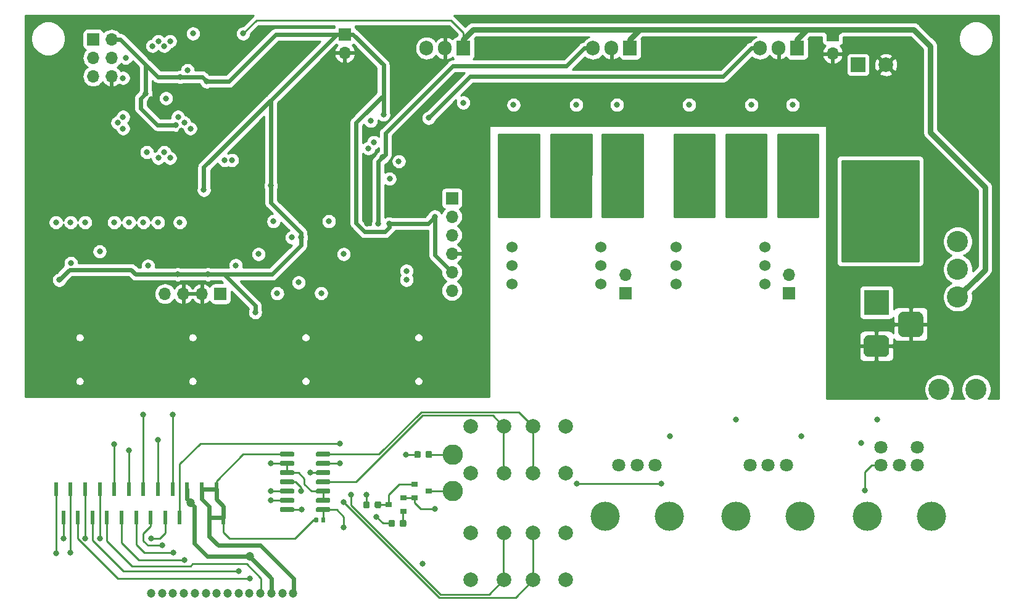
<source format=gbl>
G04 #@! TF.GenerationSoftware,KiCad,Pcbnew,(5.1.2)-1*
G04 #@! TF.CreationDate,2019-05-27T01:00:54-05:00*
G04 #@! TF.ProjectId,mk312,6d6b3331-322e-46b6-9963-61645f706362,rev?*
G04 #@! TF.SameCoordinates,Original*
G04 #@! TF.FileFunction,Copper,L4,Bot*
G04 #@! TF.FilePolarity,Positive*
%FSLAX46Y46*%
G04 Gerber Fmt 4.6, Leading zero omitted, Abs format (unit mm)*
G04 Created by KiCad (PCBNEW (5.1.2)-1) date 2019-05-27 01:00:54*
%MOMM*%
%LPD*%
G04 APERTURE LIST*
%ADD10C,1.524000*%
%ADD11C,1.800000*%
%ADD12C,4.000000*%
%ADD13C,2.800000*%
%ADD14C,1.200000*%
%ADD15C,2.000000*%
%ADD16C,0.100000*%
%ADD17C,3.500000*%
%ADD18C,3.000000*%
%ADD19R,3.500000X3.500000*%
%ADD20O,1.905000X2.000000*%
%ADD21R,1.905000X2.000000*%
%ADD22C,2.900000*%
%ADD23R,0.600000X1.850000*%
%ADD24C,0.590000*%
%ADD25O,1.700000X1.700000*%
%ADD26R,1.700000X1.700000*%
%ADD27C,1.998980*%
%ADD28R,1.998980X1.998980*%
%ADD29C,0.600000*%
%ADD30R,0.900000X0.800000*%
%ADD31C,0.875000*%
%ADD32C,0.800000*%
%ADD33C,1.600000*%
%ADD34C,0.250000*%
%ADD35C,0.600000*%
%ADD36C,0.800000*%
%ADD37C,0.254000*%
G04 APERTURE END LIST*
D10*
X143104000Y-60040000D03*
X143104000Y-57500000D03*
X143104000Y-54960000D03*
X155296000Y-54960000D03*
X155296000Y-57500000D03*
X155296000Y-60040000D03*
D11*
X193750000Y-82500000D03*
X198750000Y-82500000D03*
X198750000Y-85000000D03*
X196250000Y-85000000D03*
X193750000Y-85000000D03*
D12*
X200650000Y-92000000D03*
X191850000Y-92000000D03*
X173850000Y-92000000D03*
X182650000Y-92000000D03*
D11*
X175750000Y-85000000D03*
X178250000Y-85000000D03*
X180750000Y-85000000D03*
D12*
X155850000Y-92000000D03*
X164650000Y-92000000D03*
D11*
X157750000Y-85000000D03*
X160250000Y-85000000D03*
X162750000Y-85000000D03*
D13*
X134950000Y-88500000D03*
X134950000Y-83500000D03*
D14*
X93550000Y-102550000D03*
X95050000Y-102550000D03*
X96550000Y-102550000D03*
X98050000Y-102550000D03*
X99550000Y-102550000D03*
X101050000Y-102550000D03*
X102550000Y-102550000D03*
X104050000Y-102550000D03*
X105550000Y-102550000D03*
X107050000Y-102550000D03*
X108550000Y-102550000D03*
X110050000Y-102550000D03*
X111550000Y-102550000D03*
X113050000Y-102550000D03*
D15*
X137450000Y-79600000D03*
X137450000Y-86100000D03*
X141950000Y-79600000D03*
X141950000Y-86100000D03*
X150450000Y-86100000D03*
X150450000Y-79600000D03*
X145950000Y-86100000D03*
X145950000Y-79600000D03*
X137450000Y-94250000D03*
X137450000Y-100750000D03*
X141950000Y-94250000D03*
X141950000Y-100750000D03*
X150450000Y-100750000D03*
X150450000Y-94250000D03*
X145950000Y-100750000D03*
X145950000Y-94250000D03*
D16*
G36*
X198760765Y-63850213D02*
G01*
X198845704Y-63862813D01*
X198928999Y-63883677D01*
X199009848Y-63912605D01*
X199087472Y-63949319D01*
X199161124Y-63993464D01*
X199230094Y-64044616D01*
X199293718Y-64102282D01*
X199351384Y-64165906D01*
X199402536Y-64234876D01*
X199446681Y-64308528D01*
X199483395Y-64386152D01*
X199512323Y-64467001D01*
X199533187Y-64550296D01*
X199545787Y-64635235D01*
X199550000Y-64721000D01*
X199550000Y-66471000D01*
X199545787Y-66556765D01*
X199533187Y-66641704D01*
X199512323Y-66724999D01*
X199483395Y-66805848D01*
X199446681Y-66883472D01*
X199402536Y-66957124D01*
X199351384Y-67026094D01*
X199293718Y-67089718D01*
X199230094Y-67147384D01*
X199161124Y-67198536D01*
X199087472Y-67242681D01*
X199009848Y-67279395D01*
X198928999Y-67308323D01*
X198845704Y-67329187D01*
X198760765Y-67341787D01*
X198675000Y-67346000D01*
X196925000Y-67346000D01*
X196839235Y-67341787D01*
X196754296Y-67329187D01*
X196671001Y-67308323D01*
X196590152Y-67279395D01*
X196512528Y-67242681D01*
X196438876Y-67198536D01*
X196369906Y-67147384D01*
X196306282Y-67089718D01*
X196248616Y-67026094D01*
X196197464Y-66957124D01*
X196153319Y-66883472D01*
X196116605Y-66805848D01*
X196087677Y-66724999D01*
X196066813Y-66641704D01*
X196054213Y-66556765D01*
X196050000Y-66471000D01*
X196050000Y-64721000D01*
X196054213Y-64635235D01*
X196066813Y-64550296D01*
X196087677Y-64467001D01*
X196116605Y-64386152D01*
X196153319Y-64308528D01*
X196197464Y-64234876D01*
X196248616Y-64165906D01*
X196306282Y-64102282D01*
X196369906Y-64044616D01*
X196438876Y-63993464D01*
X196512528Y-63949319D01*
X196590152Y-63912605D01*
X196671001Y-63883677D01*
X196754296Y-63862813D01*
X196839235Y-63850213D01*
X196925000Y-63846000D01*
X198675000Y-63846000D01*
X198760765Y-63850213D01*
X198760765Y-63850213D01*
G37*
D17*
X197800000Y-65596000D03*
D16*
G36*
X194173513Y-67099611D02*
G01*
X194246318Y-67110411D01*
X194317714Y-67128295D01*
X194387013Y-67153090D01*
X194453548Y-67184559D01*
X194516678Y-67222398D01*
X194575795Y-67266242D01*
X194630330Y-67315670D01*
X194679758Y-67370205D01*
X194723602Y-67429322D01*
X194761441Y-67492452D01*
X194792910Y-67558987D01*
X194817705Y-67628286D01*
X194835589Y-67699682D01*
X194846389Y-67772487D01*
X194850000Y-67846000D01*
X194850000Y-69346000D01*
X194846389Y-69419513D01*
X194835589Y-69492318D01*
X194817705Y-69563714D01*
X194792910Y-69633013D01*
X194761441Y-69699548D01*
X194723602Y-69762678D01*
X194679758Y-69821795D01*
X194630330Y-69876330D01*
X194575795Y-69925758D01*
X194516678Y-69969602D01*
X194453548Y-70007441D01*
X194387013Y-70038910D01*
X194317714Y-70063705D01*
X194246318Y-70081589D01*
X194173513Y-70092389D01*
X194100000Y-70096000D01*
X192100000Y-70096000D01*
X192026487Y-70092389D01*
X191953682Y-70081589D01*
X191882286Y-70063705D01*
X191812987Y-70038910D01*
X191746452Y-70007441D01*
X191683322Y-69969602D01*
X191624205Y-69925758D01*
X191569670Y-69876330D01*
X191520242Y-69821795D01*
X191476398Y-69762678D01*
X191438559Y-69699548D01*
X191407090Y-69633013D01*
X191382295Y-69563714D01*
X191364411Y-69492318D01*
X191353611Y-69419513D01*
X191350000Y-69346000D01*
X191350000Y-67846000D01*
X191353611Y-67772487D01*
X191364411Y-67699682D01*
X191382295Y-67628286D01*
X191407090Y-67558987D01*
X191438559Y-67492452D01*
X191476398Y-67429322D01*
X191520242Y-67370205D01*
X191569670Y-67315670D01*
X191624205Y-67266242D01*
X191683322Y-67222398D01*
X191746452Y-67184559D01*
X191812987Y-67153090D01*
X191882286Y-67128295D01*
X191953682Y-67110411D01*
X192026487Y-67099611D01*
X192100000Y-67096000D01*
X194100000Y-67096000D01*
X194173513Y-67099611D01*
X194173513Y-67099611D01*
G37*
D18*
X193100000Y-68596000D03*
D19*
X193100000Y-62596000D03*
D20*
X177136200Y-27671000D03*
X179676200Y-27671000D03*
D21*
X182216200Y-27671000D03*
D20*
X154200000Y-27671000D03*
X156740000Y-27671000D03*
D21*
X159280000Y-27671000D03*
D20*
X131340000Y-27671000D03*
X133880000Y-27671000D03*
D21*
X136420000Y-27671000D03*
D22*
X206790000Y-74534000D03*
X201710000Y-74534000D03*
X204250000Y-54214000D03*
X204250000Y-58024000D03*
X204250000Y-61834000D03*
D23*
X80490000Y-88300000D03*
X81490000Y-92150000D03*
X82490000Y-88300000D03*
X83490000Y-92150000D03*
X84490000Y-88300000D03*
X85490000Y-92150000D03*
X86490000Y-88300000D03*
X87490000Y-92150000D03*
X88490000Y-88300000D03*
X89490000Y-92150000D03*
X90490000Y-88300000D03*
X91490000Y-92150000D03*
X92490000Y-88300000D03*
X93490000Y-92150000D03*
X94490000Y-88300000D03*
X95490000Y-92150000D03*
X96490000Y-88300000D03*
X97490000Y-92150000D03*
X98490000Y-88300000D03*
X99490000Y-92150000D03*
X100490000Y-88300000D03*
X101490000Y-92150000D03*
X102490000Y-88300000D03*
X103490000Y-92150000D03*
D16*
G36*
X116366958Y-92180710D02*
G01*
X116381276Y-92182834D01*
X116395317Y-92186351D01*
X116408946Y-92191228D01*
X116422031Y-92197417D01*
X116434447Y-92204858D01*
X116446073Y-92213481D01*
X116456798Y-92223202D01*
X116466519Y-92233927D01*
X116475142Y-92245553D01*
X116482583Y-92257969D01*
X116488772Y-92271054D01*
X116493649Y-92284683D01*
X116497166Y-92298724D01*
X116499290Y-92313042D01*
X116500000Y-92327500D01*
X116500000Y-92672500D01*
X116499290Y-92686958D01*
X116497166Y-92701276D01*
X116493649Y-92715317D01*
X116488772Y-92728946D01*
X116482583Y-92742031D01*
X116475142Y-92754447D01*
X116466519Y-92766073D01*
X116456798Y-92776798D01*
X116446073Y-92786519D01*
X116434447Y-92795142D01*
X116422031Y-92802583D01*
X116408946Y-92808772D01*
X116395317Y-92813649D01*
X116381276Y-92817166D01*
X116366958Y-92819290D01*
X116352500Y-92820000D01*
X116057500Y-92820000D01*
X116043042Y-92819290D01*
X116028724Y-92817166D01*
X116014683Y-92813649D01*
X116001054Y-92808772D01*
X115987969Y-92802583D01*
X115975553Y-92795142D01*
X115963927Y-92786519D01*
X115953202Y-92776798D01*
X115943481Y-92766073D01*
X115934858Y-92754447D01*
X115927417Y-92742031D01*
X115921228Y-92728946D01*
X115916351Y-92715317D01*
X115912834Y-92701276D01*
X115910710Y-92686958D01*
X115910000Y-92672500D01*
X115910000Y-92327500D01*
X115910710Y-92313042D01*
X115912834Y-92298724D01*
X115916351Y-92284683D01*
X115921228Y-92271054D01*
X115927417Y-92257969D01*
X115934858Y-92245553D01*
X115943481Y-92233927D01*
X115953202Y-92223202D01*
X115963927Y-92213481D01*
X115975553Y-92204858D01*
X115987969Y-92197417D01*
X116001054Y-92191228D01*
X116014683Y-92186351D01*
X116028724Y-92182834D01*
X116043042Y-92180710D01*
X116057500Y-92180000D01*
X116352500Y-92180000D01*
X116366958Y-92180710D01*
X116366958Y-92180710D01*
G37*
D24*
X116205000Y-92500000D03*
D16*
G36*
X117336958Y-92180710D02*
G01*
X117351276Y-92182834D01*
X117365317Y-92186351D01*
X117378946Y-92191228D01*
X117392031Y-92197417D01*
X117404447Y-92204858D01*
X117416073Y-92213481D01*
X117426798Y-92223202D01*
X117436519Y-92233927D01*
X117445142Y-92245553D01*
X117452583Y-92257969D01*
X117458772Y-92271054D01*
X117463649Y-92284683D01*
X117467166Y-92298724D01*
X117469290Y-92313042D01*
X117470000Y-92327500D01*
X117470000Y-92672500D01*
X117469290Y-92686958D01*
X117467166Y-92701276D01*
X117463649Y-92715317D01*
X117458772Y-92728946D01*
X117452583Y-92742031D01*
X117445142Y-92754447D01*
X117436519Y-92766073D01*
X117426798Y-92776798D01*
X117416073Y-92786519D01*
X117404447Y-92795142D01*
X117392031Y-92802583D01*
X117378946Y-92808772D01*
X117365317Y-92813649D01*
X117351276Y-92817166D01*
X117336958Y-92819290D01*
X117322500Y-92820000D01*
X117027500Y-92820000D01*
X117013042Y-92819290D01*
X116998724Y-92817166D01*
X116984683Y-92813649D01*
X116971054Y-92808772D01*
X116957969Y-92802583D01*
X116945553Y-92795142D01*
X116933927Y-92786519D01*
X116923202Y-92776798D01*
X116913481Y-92766073D01*
X116904858Y-92754447D01*
X116897417Y-92742031D01*
X116891228Y-92728946D01*
X116886351Y-92715317D01*
X116882834Y-92701276D01*
X116880710Y-92686958D01*
X116880000Y-92672500D01*
X116880000Y-92327500D01*
X116880710Y-92313042D01*
X116882834Y-92298724D01*
X116886351Y-92284683D01*
X116891228Y-92271054D01*
X116897417Y-92257969D01*
X116904858Y-92245553D01*
X116913481Y-92233927D01*
X116923202Y-92223202D01*
X116933927Y-92213481D01*
X116945553Y-92204858D01*
X116957969Y-92197417D01*
X116971054Y-92191228D01*
X116984683Y-92186351D01*
X116998724Y-92182834D01*
X117013042Y-92180710D01*
X117027500Y-92180000D01*
X117322500Y-92180000D01*
X117336958Y-92180710D01*
X117336958Y-92180710D01*
G37*
D24*
X117175000Y-92500000D03*
D25*
X158640000Y-58810000D03*
D26*
X158640000Y-61350000D03*
D25*
X181140000Y-58810000D03*
D26*
X181140000Y-61350000D03*
D25*
X187100000Y-28420000D03*
D26*
X187100000Y-25880000D03*
D25*
X120138600Y-28306000D03*
D26*
X120138600Y-25766000D03*
D25*
X95440000Y-61420000D03*
X97980000Y-61420000D03*
X100520000Y-61420000D03*
D26*
X103060000Y-61420000D03*
D25*
X134840000Y-60970000D03*
X134840000Y-58430000D03*
X134840000Y-55890000D03*
X134840000Y-53350000D03*
X134840000Y-50810000D03*
D26*
X134840000Y-48270000D03*
D25*
X88130000Y-31530000D03*
X85590000Y-31530000D03*
X88130000Y-28990000D03*
X85590000Y-28990000D03*
X88130000Y-26450000D03*
D26*
X85590000Y-26450000D03*
D27*
X194400000Y-29940000D03*
D28*
X190590000Y-29940000D03*
D16*
G36*
X118004703Y-90760722D02*
G01*
X118019264Y-90762882D01*
X118033543Y-90766459D01*
X118047403Y-90771418D01*
X118060710Y-90777712D01*
X118073336Y-90785280D01*
X118085159Y-90794048D01*
X118096066Y-90803934D01*
X118105952Y-90814841D01*
X118114720Y-90826664D01*
X118122288Y-90839290D01*
X118128582Y-90852597D01*
X118133541Y-90866457D01*
X118137118Y-90880736D01*
X118139278Y-90895297D01*
X118140000Y-90910000D01*
X118140000Y-91210000D01*
X118139278Y-91224703D01*
X118137118Y-91239264D01*
X118133541Y-91253543D01*
X118128582Y-91267403D01*
X118122288Y-91280710D01*
X118114720Y-91293336D01*
X118105952Y-91305159D01*
X118096066Y-91316066D01*
X118085159Y-91325952D01*
X118073336Y-91334720D01*
X118060710Y-91342288D01*
X118047403Y-91348582D01*
X118033543Y-91353541D01*
X118019264Y-91357118D01*
X118004703Y-91359278D01*
X117990000Y-91360000D01*
X116340000Y-91360000D01*
X116325297Y-91359278D01*
X116310736Y-91357118D01*
X116296457Y-91353541D01*
X116282597Y-91348582D01*
X116269290Y-91342288D01*
X116256664Y-91334720D01*
X116244841Y-91325952D01*
X116233934Y-91316066D01*
X116224048Y-91305159D01*
X116215280Y-91293336D01*
X116207712Y-91280710D01*
X116201418Y-91267403D01*
X116196459Y-91253543D01*
X116192882Y-91239264D01*
X116190722Y-91224703D01*
X116190000Y-91210000D01*
X116190000Y-90910000D01*
X116190722Y-90895297D01*
X116192882Y-90880736D01*
X116196459Y-90866457D01*
X116201418Y-90852597D01*
X116207712Y-90839290D01*
X116215280Y-90826664D01*
X116224048Y-90814841D01*
X116233934Y-90803934D01*
X116244841Y-90794048D01*
X116256664Y-90785280D01*
X116269290Y-90777712D01*
X116282597Y-90771418D01*
X116296457Y-90766459D01*
X116310736Y-90762882D01*
X116325297Y-90760722D01*
X116340000Y-90760000D01*
X117990000Y-90760000D01*
X118004703Y-90760722D01*
X118004703Y-90760722D01*
G37*
D29*
X117165000Y-91060000D03*
D16*
G36*
X118004703Y-89490722D02*
G01*
X118019264Y-89492882D01*
X118033543Y-89496459D01*
X118047403Y-89501418D01*
X118060710Y-89507712D01*
X118073336Y-89515280D01*
X118085159Y-89524048D01*
X118096066Y-89533934D01*
X118105952Y-89544841D01*
X118114720Y-89556664D01*
X118122288Y-89569290D01*
X118128582Y-89582597D01*
X118133541Y-89596457D01*
X118137118Y-89610736D01*
X118139278Y-89625297D01*
X118140000Y-89640000D01*
X118140000Y-89940000D01*
X118139278Y-89954703D01*
X118137118Y-89969264D01*
X118133541Y-89983543D01*
X118128582Y-89997403D01*
X118122288Y-90010710D01*
X118114720Y-90023336D01*
X118105952Y-90035159D01*
X118096066Y-90046066D01*
X118085159Y-90055952D01*
X118073336Y-90064720D01*
X118060710Y-90072288D01*
X118047403Y-90078582D01*
X118033543Y-90083541D01*
X118019264Y-90087118D01*
X118004703Y-90089278D01*
X117990000Y-90090000D01*
X116340000Y-90090000D01*
X116325297Y-90089278D01*
X116310736Y-90087118D01*
X116296457Y-90083541D01*
X116282597Y-90078582D01*
X116269290Y-90072288D01*
X116256664Y-90064720D01*
X116244841Y-90055952D01*
X116233934Y-90046066D01*
X116224048Y-90035159D01*
X116215280Y-90023336D01*
X116207712Y-90010710D01*
X116201418Y-89997403D01*
X116196459Y-89983543D01*
X116192882Y-89969264D01*
X116190722Y-89954703D01*
X116190000Y-89940000D01*
X116190000Y-89640000D01*
X116190722Y-89625297D01*
X116192882Y-89610736D01*
X116196459Y-89596457D01*
X116201418Y-89582597D01*
X116207712Y-89569290D01*
X116215280Y-89556664D01*
X116224048Y-89544841D01*
X116233934Y-89533934D01*
X116244841Y-89524048D01*
X116256664Y-89515280D01*
X116269290Y-89507712D01*
X116282597Y-89501418D01*
X116296457Y-89496459D01*
X116310736Y-89492882D01*
X116325297Y-89490722D01*
X116340000Y-89490000D01*
X117990000Y-89490000D01*
X118004703Y-89490722D01*
X118004703Y-89490722D01*
G37*
D29*
X117165000Y-89790000D03*
D16*
G36*
X118004703Y-88220722D02*
G01*
X118019264Y-88222882D01*
X118033543Y-88226459D01*
X118047403Y-88231418D01*
X118060710Y-88237712D01*
X118073336Y-88245280D01*
X118085159Y-88254048D01*
X118096066Y-88263934D01*
X118105952Y-88274841D01*
X118114720Y-88286664D01*
X118122288Y-88299290D01*
X118128582Y-88312597D01*
X118133541Y-88326457D01*
X118137118Y-88340736D01*
X118139278Y-88355297D01*
X118140000Y-88370000D01*
X118140000Y-88670000D01*
X118139278Y-88684703D01*
X118137118Y-88699264D01*
X118133541Y-88713543D01*
X118128582Y-88727403D01*
X118122288Y-88740710D01*
X118114720Y-88753336D01*
X118105952Y-88765159D01*
X118096066Y-88776066D01*
X118085159Y-88785952D01*
X118073336Y-88794720D01*
X118060710Y-88802288D01*
X118047403Y-88808582D01*
X118033543Y-88813541D01*
X118019264Y-88817118D01*
X118004703Y-88819278D01*
X117990000Y-88820000D01*
X116340000Y-88820000D01*
X116325297Y-88819278D01*
X116310736Y-88817118D01*
X116296457Y-88813541D01*
X116282597Y-88808582D01*
X116269290Y-88802288D01*
X116256664Y-88794720D01*
X116244841Y-88785952D01*
X116233934Y-88776066D01*
X116224048Y-88765159D01*
X116215280Y-88753336D01*
X116207712Y-88740710D01*
X116201418Y-88727403D01*
X116196459Y-88713543D01*
X116192882Y-88699264D01*
X116190722Y-88684703D01*
X116190000Y-88670000D01*
X116190000Y-88370000D01*
X116190722Y-88355297D01*
X116192882Y-88340736D01*
X116196459Y-88326457D01*
X116201418Y-88312597D01*
X116207712Y-88299290D01*
X116215280Y-88286664D01*
X116224048Y-88274841D01*
X116233934Y-88263934D01*
X116244841Y-88254048D01*
X116256664Y-88245280D01*
X116269290Y-88237712D01*
X116282597Y-88231418D01*
X116296457Y-88226459D01*
X116310736Y-88222882D01*
X116325297Y-88220722D01*
X116340000Y-88220000D01*
X117990000Y-88220000D01*
X118004703Y-88220722D01*
X118004703Y-88220722D01*
G37*
D29*
X117165000Y-88520000D03*
D16*
G36*
X118004703Y-86950722D02*
G01*
X118019264Y-86952882D01*
X118033543Y-86956459D01*
X118047403Y-86961418D01*
X118060710Y-86967712D01*
X118073336Y-86975280D01*
X118085159Y-86984048D01*
X118096066Y-86993934D01*
X118105952Y-87004841D01*
X118114720Y-87016664D01*
X118122288Y-87029290D01*
X118128582Y-87042597D01*
X118133541Y-87056457D01*
X118137118Y-87070736D01*
X118139278Y-87085297D01*
X118140000Y-87100000D01*
X118140000Y-87400000D01*
X118139278Y-87414703D01*
X118137118Y-87429264D01*
X118133541Y-87443543D01*
X118128582Y-87457403D01*
X118122288Y-87470710D01*
X118114720Y-87483336D01*
X118105952Y-87495159D01*
X118096066Y-87506066D01*
X118085159Y-87515952D01*
X118073336Y-87524720D01*
X118060710Y-87532288D01*
X118047403Y-87538582D01*
X118033543Y-87543541D01*
X118019264Y-87547118D01*
X118004703Y-87549278D01*
X117990000Y-87550000D01*
X116340000Y-87550000D01*
X116325297Y-87549278D01*
X116310736Y-87547118D01*
X116296457Y-87543541D01*
X116282597Y-87538582D01*
X116269290Y-87532288D01*
X116256664Y-87524720D01*
X116244841Y-87515952D01*
X116233934Y-87506066D01*
X116224048Y-87495159D01*
X116215280Y-87483336D01*
X116207712Y-87470710D01*
X116201418Y-87457403D01*
X116196459Y-87443543D01*
X116192882Y-87429264D01*
X116190722Y-87414703D01*
X116190000Y-87400000D01*
X116190000Y-87100000D01*
X116190722Y-87085297D01*
X116192882Y-87070736D01*
X116196459Y-87056457D01*
X116201418Y-87042597D01*
X116207712Y-87029290D01*
X116215280Y-87016664D01*
X116224048Y-87004841D01*
X116233934Y-86993934D01*
X116244841Y-86984048D01*
X116256664Y-86975280D01*
X116269290Y-86967712D01*
X116282597Y-86961418D01*
X116296457Y-86956459D01*
X116310736Y-86952882D01*
X116325297Y-86950722D01*
X116340000Y-86950000D01*
X117990000Y-86950000D01*
X118004703Y-86950722D01*
X118004703Y-86950722D01*
G37*
D29*
X117165000Y-87250000D03*
D16*
G36*
X118004703Y-85680722D02*
G01*
X118019264Y-85682882D01*
X118033543Y-85686459D01*
X118047403Y-85691418D01*
X118060710Y-85697712D01*
X118073336Y-85705280D01*
X118085159Y-85714048D01*
X118096066Y-85723934D01*
X118105952Y-85734841D01*
X118114720Y-85746664D01*
X118122288Y-85759290D01*
X118128582Y-85772597D01*
X118133541Y-85786457D01*
X118137118Y-85800736D01*
X118139278Y-85815297D01*
X118140000Y-85830000D01*
X118140000Y-86130000D01*
X118139278Y-86144703D01*
X118137118Y-86159264D01*
X118133541Y-86173543D01*
X118128582Y-86187403D01*
X118122288Y-86200710D01*
X118114720Y-86213336D01*
X118105952Y-86225159D01*
X118096066Y-86236066D01*
X118085159Y-86245952D01*
X118073336Y-86254720D01*
X118060710Y-86262288D01*
X118047403Y-86268582D01*
X118033543Y-86273541D01*
X118019264Y-86277118D01*
X118004703Y-86279278D01*
X117990000Y-86280000D01*
X116340000Y-86280000D01*
X116325297Y-86279278D01*
X116310736Y-86277118D01*
X116296457Y-86273541D01*
X116282597Y-86268582D01*
X116269290Y-86262288D01*
X116256664Y-86254720D01*
X116244841Y-86245952D01*
X116233934Y-86236066D01*
X116224048Y-86225159D01*
X116215280Y-86213336D01*
X116207712Y-86200710D01*
X116201418Y-86187403D01*
X116196459Y-86173543D01*
X116192882Y-86159264D01*
X116190722Y-86144703D01*
X116190000Y-86130000D01*
X116190000Y-85830000D01*
X116190722Y-85815297D01*
X116192882Y-85800736D01*
X116196459Y-85786457D01*
X116201418Y-85772597D01*
X116207712Y-85759290D01*
X116215280Y-85746664D01*
X116224048Y-85734841D01*
X116233934Y-85723934D01*
X116244841Y-85714048D01*
X116256664Y-85705280D01*
X116269290Y-85697712D01*
X116282597Y-85691418D01*
X116296457Y-85686459D01*
X116310736Y-85682882D01*
X116325297Y-85680722D01*
X116340000Y-85680000D01*
X117990000Y-85680000D01*
X118004703Y-85680722D01*
X118004703Y-85680722D01*
G37*
D29*
X117165000Y-85980000D03*
D16*
G36*
X118004703Y-84410722D02*
G01*
X118019264Y-84412882D01*
X118033543Y-84416459D01*
X118047403Y-84421418D01*
X118060710Y-84427712D01*
X118073336Y-84435280D01*
X118085159Y-84444048D01*
X118096066Y-84453934D01*
X118105952Y-84464841D01*
X118114720Y-84476664D01*
X118122288Y-84489290D01*
X118128582Y-84502597D01*
X118133541Y-84516457D01*
X118137118Y-84530736D01*
X118139278Y-84545297D01*
X118140000Y-84560000D01*
X118140000Y-84860000D01*
X118139278Y-84874703D01*
X118137118Y-84889264D01*
X118133541Y-84903543D01*
X118128582Y-84917403D01*
X118122288Y-84930710D01*
X118114720Y-84943336D01*
X118105952Y-84955159D01*
X118096066Y-84966066D01*
X118085159Y-84975952D01*
X118073336Y-84984720D01*
X118060710Y-84992288D01*
X118047403Y-84998582D01*
X118033543Y-85003541D01*
X118019264Y-85007118D01*
X118004703Y-85009278D01*
X117990000Y-85010000D01*
X116340000Y-85010000D01*
X116325297Y-85009278D01*
X116310736Y-85007118D01*
X116296457Y-85003541D01*
X116282597Y-84998582D01*
X116269290Y-84992288D01*
X116256664Y-84984720D01*
X116244841Y-84975952D01*
X116233934Y-84966066D01*
X116224048Y-84955159D01*
X116215280Y-84943336D01*
X116207712Y-84930710D01*
X116201418Y-84917403D01*
X116196459Y-84903543D01*
X116192882Y-84889264D01*
X116190722Y-84874703D01*
X116190000Y-84860000D01*
X116190000Y-84560000D01*
X116190722Y-84545297D01*
X116192882Y-84530736D01*
X116196459Y-84516457D01*
X116201418Y-84502597D01*
X116207712Y-84489290D01*
X116215280Y-84476664D01*
X116224048Y-84464841D01*
X116233934Y-84453934D01*
X116244841Y-84444048D01*
X116256664Y-84435280D01*
X116269290Y-84427712D01*
X116282597Y-84421418D01*
X116296457Y-84416459D01*
X116310736Y-84412882D01*
X116325297Y-84410722D01*
X116340000Y-84410000D01*
X117990000Y-84410000D01*
X118004703Y-84410722D01*
X118004703Y-84410722D01*
G37*
D29*
X117165000Y-84710000D03*
D16*
G36*
X118004703Y-83140722D02*
G01*
X118019264Y-83142882D01*
X118033543Y-83146459D01*
X118047403Y-83151418D01*
X118060710Y-83157712D01*
X118073336Y-83165280D01*
X118085159Y-83174048D01*
X118096066Y-83183934D01*
X118105952Y-83194841D01*
X118114720Y-83206664D01*
X118122288Y-83219290D01*
X118128582Y-83232597D01*
X118133541Y-83246457D01*
X118137118Y-83260736D01*
X118139278Y-83275297D01*
X118140000Y-83290000D01*
X118140000Y-83590000D01*
X118139278Y-83604703D01*
X118137118Y-83619264D01*
X118133541Y-83633543D01*
X118128582Y-83647403D01*
X118122288Y-83660710D01*
X118114720Y-83673336D01*
X118105952Y-83685159D01*
X118096066Y-83696066D01*
X118085159Y-83705952D01*
X118073336Y-83714720D01*
X118060710Y-83722288D01*
X118047403Y-83728582D01*
X118033543Y-83733541D01*
X118019264Y-83737118D01*
X118004703Y-83739278D01*
X117990000Y-83740000D01*
X116340000Y-83740000D01*
X116325297Y-83739278D01*
X116310736Y-83737118D01*
X116296457Y-83733541D01*
X116282597Y-83728582D01*
X116269290Y-83722288D01*
X116256664Y-83714720D01*
X116244841Y-83705952D01*
X116233934Y-83696066D01*
X116224048Y-83685159D01*
X116215280Y-83673336D01*
X116207712Y-83660710D01*
X116201418Y-83647403D01*
X116196459Y-83633543D01*
X116192882Y-83619264D01*
X116190722Y-83604703D01*
X116190000Y-83590000D01*
X116190000Y-83290000D01*
X116190722Y-83275297D01*
X116192882Y-83260736D01*
X116196459Y-83246457D01*
X116201418Y-83232597D01*
X116207712Y-83219290D01*
X116215280Y-83206664D01*
X116224048Y-83194841D01*
X116233934Y-83183934D01*
X116244841Y-83174048D01*
X116256664Y-83165280D01*
X116269290Y-83157712D01*
X116282597Y-83151418D01*
X116296457Y-83146459D01*
X116310736Y-83142882D01*
X116325297Y-83140722D01*
X116340000Y-83140000D01*
X117990000Y-83140000D01*
X118004703Y-83140722D01*
X118004703Y-83140722D01*
G37*
D29*
X117165000Y-83440000D03*
D16*
G36*
X113054703Y-83140722D02*
G01*
X113069264Y-83142882D01*
X113083543Y-83146459D01*
X113097403Y-83151418D01*
X113110710Y-83157712D01*
X113123336Y-83165280D01*
X113135159Y-83174048D01*
X113146066Y-83183934D01*
X113155952Y-83194841D01*
X113164720Y-83206664D01*
X113172288Y-83219290D01*
X113178582Y-83232597D01*
X113183541Y-83246457D01*
X113187118Y-83260736D01*
X113189278Y-83275297D01*
X113190000Y-83290000D01*
X113190000Y-83590000D01*
X113189278Y-83604703D01*
X113187118Y-83619264D01*
X113183541Y-83633543D01*
X113178582Y-83647403D01*
X113172288Y-83660710D01*
X113164720Y-83673336D01*
X113155952Y-83685159D01*
X113146066Y-83696066D01*
X113135159Y-83705952D01*
X113123336Y-83714720D01*
X113110710Y-83722288D01*
X113097403Y-83728582D01*
X113083543Y-83733541D01*
X113069264Y-83737118D01*
X113054703Y-83739278D01*
X113040000Y-83740000D01*
X111390000Y-83740000D01*
X111375297Y-83739278D01*
X111360736Y-83737118D01*
X111346457Y-83733541D01*
X111332597Y-83728582D01*
X111319290Y-83722288D01*
X111306664Y-83714720D01*
X111294841Y-83705952D01*
X111283934Y-83696066D01*
X111274048Y-83685159D01*
X111265280Y-83673336D01*
X111257712Y-83660710D01*
X111251418Y-83647403D01*
X111246459Y-83633543D01*
X111242882Y-83619264D01*
X111240722Y-83604703D01*
X111240000Y-83590000D01*
X111240000Y-83290000D01*
X111240722Y-83275297D01*
X111242882Y-83260736D01*
X111246459Y-83246457D01*
X111251418Y-83232597D01*
X111257712Y-83219290D01*
X111265280Y-83206664D01*
X111274048Y-83194841D01*
X111283934Y-83183934D01*
X111294841Y-83174048D01*
X111306664Y-83165280D01*
X111319290Y-83157712D01*
X111332597Y-83151418D01*
X111346457Y-83146459D01*
X111360736Y-83142882D01*
X111375297Y-83140722D01*
X111390000Y-83140000D01*
X113040000Y-83140000D01*
X113054703Y-83140722D01*
X113054703Y-83140722D01*
G37*
D29*
X112215000Y-83440000D03*
D16*
G36*
X113054703Y-84410722D02*
G01*
X113069264Y-84412882D01*
X113083543Y-84416459D01*
X113097403Y-84421418D01*
X113110710Y-84427712D01*
X113123336Y-84435280D01*
X113135159Y-84444048D01*
X113146066Y-84453934D01*
X113155952Y-84464841D01*
X113164720Y-84476664D01*
X113172288Y-84489290D01*
X113178582Y-84502597D01*
X113183541Y-84516457D01*
X113187118Y-84530736D01*
X113189278Y-84545297D01*
X113190000Y-84560000D01*
X113190000Y-84860000D01*
X113189278Y-84874703D01*
X113187118Y-84889264D01*
X113183541Y-84903543D01*
X113178582Y-84917403D01*
X113172288Y-84930710D01*
X113164720Y-84943336D01*
X113155952Y-84955159D01*
X113146066Y-84966066D01*
X113135159Y-84975952D01*
X113123336Y-84984720D01*
X113110710Y-84992288D01*
X113097403Y-84998582D01*
X113083543Y-85003541D01*
X113069264Y-85007118D01*
X113054703Y-85009278D01*
X113040000Y-85010000D01*
X111390000Y-85010000D01*
X111375297Y-85009278D01*
X111360736Y-85007118D01*
X111346457Y-85003541D01*
X111332597Y-84998582D01*
X111319290Y-84992288D01*
X111306664Y-84984720D01*
X111294841Y-84975952D01*
X111283934Y-84966066D01*
X111274048Y-84955159D01*
X111265280Y-84943336D01*
X111257712Y-84930710D01*
X111251418Y-84917403D01*
X111246459Y-84903543D01*
X111242882Y-84889264D01*
X111240722Y-84874703D01*
X111240000Y-84860000D01*
X111240000Y-84560000D01*
X111240722Y-84545297D01*
X111242882Y-84530736D01*
X111246459Y-84516457D01*
X111251418Y-84502597D01*
X111257712Y-84489290D01*
X111265280Y-84476664D01*
X111274048Y-84464841D01*
X111283934Y-84453934D01*
X111294841Y-84444048D01*
X111306664Y-84435280D01*
X111319290Y-84427712D01*
X111332597Y-84421418D01*
X111346457Y-84416459D01*
X111360736Y-84412882D01*
X111375297Y-84410722D01*
X111390000Y-84410000D01*
X113040000Y-84410000D01*
X113054703Y-84410722D01*
X113054703Y-84410722D01*
G37*
D29*
X112215000Y-84710000D03*
D16*
G36*
X113054703Y-85680722D02*
G01*
X113069264Y-85682882D01*
X113083543Y-85686459D01*
X113097403Y-85691418D01*
X113110710Y-85697712D01*
X113123336Y-85705280D01*
X113135159Y-85714048D01*
X113146066Y-85723934D01*
X113155952Y-85734841D01*
X113164720Y-85746664D01*
X113172288Y-85759290D01*
X113178582Y-85772597D01*
X113183541Y-85786457D01*
X113187118Y-85800736D01*
X113189278Y-85815297D01*
X113190000Y-85830000D01*
X113190000Y-86130000D01*
X113189278Y-86144703D01*
X113187118Y-86159264D01*
X113183541Y-86173543D01*
X113178582Y-86187403D01*
X113172288Y-86200710D01*
X113164720Y-86213336D01*
X113155952Y-86225159D01*
X113146066Y-86236066D01*
X113135159Y-86245952D01*
X113123336Y-86254720D01*
X113110710Y-86262288D01*
X113097403Y-86268582D01*
X113083543Y-86273541D01*
X113069264Y-86277118D01*
X113054703Y-86279278D01*
X113040000Y-86280000D01*
X111390000Y-86280000D01*
X111375297Y-86279278D01*
X111360736Y-86277118D01*
X111346457Y-86273541D01*
X111332597Y-86268582D01*
X111319290Y-86262288D01*
X111306664Y-86254720D01*
X111294841Y-86245952D01*
X111283934Y-86236066D01*
X111274048Y-86225159D01*
X111265280Y-86213336D01*
X111257712Y-86200710D01*
X111251418Y-86187403D01*
X111246459Y-86173543D01*
X111242882Y-86159264D01*
X111240722Y-86144703D01*
X111240000Y-86130000D01*
X111240000Y-85830000D01*
X111240722Y-85815297D01*
X111242882Y-85800736D01*
X111246459Y-85786457D01*
X111251418Y-85772597D01*
X111257712Y-85759290D01*
X111265280Y-85746664D01*
X111274048Y-85734841D01*
X111283934Y-85723934D01*
X111294841Y-85714048D01*
X111306664Y-85705280D01*
X111319290Y-85697712D01*
X111332597Y-85691418D01*
X111346457Y-85686459D01*
X111360736Y-85682882D01*
X111375297Y-85680722D01*
X111390000Y-85680000D01*
X113040000Y-85680000D01*
X113054703Y-85680722D01*
X113054703Y-85680722D01*
G37*
D29*
X112215000Y-85980000D03*
D16*
G36*
X113054703Y-86950722D02*
G01*
X113069264Y-86952882D01*
X113083543Y-86956459D01*
X113097403Y-86961418D01*
X113110710Y-86967712D01*
X113123336Y-86975280D01*
X113135159Y-86984048D01*
X113146066Y-86993934D01*
X113155952Y-87004841D01*
X113164720Y-87016664D01*
X113172288Y-87029290D01*
X113178582Y-87042597D01*
X113183541Y-87056457D01*
X113187118Y-87070736D01*
X113189278Y-87085297D01*
X113190000Y-87100000D01*
X113190000Y-87400000D01*
X113189278Y-87414703D01*
X113187118Y-87429264D01*
X113183541Y-87443543D01*
X113178582Y-87457403D01*
X113172288Y-87470710D01*
X113164720Y-87483336D01*
X113155952Y-87495159D01*
X113146066Y-87506066D01*
X113135159Y-87515952D01*
X113123336Y-87524720D01*
X113110710Y-87532288D01*
X113097403Y-87538582D01*
X113083543Y-87543541D01*
X113069264Y-87547118D01*
X113054703Y-87549278D01*
X113040000Y-87550000D01*
X111390000Y-87550000D01*
X111375297Y-87549278D01*
X111360736Y-87547118D01*
X111346457Y-87543541D01*
X111332597Y-87538582D01*
X111319290Y-87532288D01*
X111306664Y-87524720D01*
X111294841Y-87515952D01*
X111283934Y-87506066D01*
X111274048Y-87495159D01*
X111265280Y-87483336D01*
X111257712Y-87470710D01*
X111251418Y-87457403D01*
X111246459Y-87443543D01*
X111242882Y-87429264D01*
X111240722Y-87414703D01*
X111240000Y-87400000D01*
X111240000Y-87100000D01*
X111240722Y-87085297D01*
X111242882Y-87070736D01*
X111246459Y-87056457D01*
X111251418Y-87042597D01*
X111257712Y-87029290D01*
X111265280Y-87016664D01*
X111274048Y-87004841D01*
X111283934Y-86993934D01*
X111294841Y-86984048D01*
X111306664Y-86975280D01*
X111319290Y-86967712D01*
X111332597Y-86961418D01*
X111346457Y-86956459D01*
X111360736Y-86952882D01*
X111375297Y-86950722D01*
X111390000Y-86950000D01*
X113040000Y-86950000D01*
X113054703Y-86950722D01*
X113054703Y-86950722D01*
G37*
D29*
X112215000Y-87250000D03*
D16*
G36*
X113054703Y-88220722D02*
G01*
X113069264Y-88222882D01*
X113083543Y-88226459D01*
X113097403Y-88231418D01*
X113110710Y-88237712D01*
X113123336Y-88245280D01*
X113135159Y-88254048D01*
X113146066Y-88263934D01*
X113155952Y-88274841D01*
X113164720Y-88286664D01*
X113172288Y-88299290D01*
X113178582Y-88312597D01*
X113183541Y-88326457D01*
X113187118Y-88340736D01*
X113189278Y-88355297D01*
X113190000Y-88370000D01*
X113190000Y-88670000D01*
X113189278Y-88684703D01*
X113187118Y-88699264D01*
X113183541Y-88713543D01*
X113178582Y-88727403D01*
X113172288Y-88740710D01*
X113164720Y-88753336D01*
X113155952Y-88765159D01*
X113146066Y-88776066D01*
X113135159Y-88785952D01*
X113123336Y-88794720D01*
X113110710Y-88802288D01*
X113097403Y-88808582D01*
X113083543Y-88813541D01*
X113069264Y-88817118D01*
X113054703Y-88819278D01*
X113040000Y-88820000D01*
X111390000Y-88820000D01*
X111375297Y-88819278D01*
X111360736Y-88817118D01*
X111346457Y-88813541D01*
X111332597Y-88808582D01*
X111319290Y-88802288D01*
X111306664Y-88794720D01*
X111294841Y-88785952D01*
X111283934Y-88776066D01*
X111274048Y-88765159D01*
X111265280Y-88753336D01*
X111257712Y-88740710D01*
X111251418Y-88727403D01*
X111246459Y-88713543D01*
X111242882Y-88699264D01*
X111240722Y-88684703D01*
X111240000Y-88670000D01*
X111240000Y-88370000D01*
X111240722Y-88355297D01*
X111242882Y-88340736D01*
X111246459Y-88326457D01*
X111251418Y-88312597D01*
X111257712Y-88299290D01*
X111265280Y-88286664D01*
X111274048Y-88274841D01*
X111283934Y-88263934D01*
X111294841Y-88254048D01*
X111306664Y-88245280D01*
X111319290Y-88237712D01*
X111332597Y-88231418D01*
X111346457Y-88226459D01*
X111360736Y-88222882D01*
X111375297Y-88220722D01*
X111390000Y-88220000D01*
X113040000Y-88220000D01*
X113054703Y-88220722D01*
X113054703Y-88220722D01*
G37*
D29*
X112215000Y-88520000D03*
D16*
G36*
X113054703Y-89490722D02*
G01*
X113069264Y-89492882D01*
X113083543Y-89496459D01*
X113097403Y-89501418D01*
X113110710Y-89507712D01*
X113123336Y-89515280D01*
X113135159Y-89524048D01*
X113146066Y-89533934D01*
X113155952Y-89544841D01*
X113164720Y-89556664D01*
X113172288Y-89569290D01*
X113178582Y-89582597D01*
X113183541Y-89596457D01*
X113187118Y-89610736D01*
X113189278Y-89625297D01*
X113190000Y-89640000D01*
X113190000Y-89940000D01*
X113189278Y-89954703D01*
X113187118Y-89969264D01*
X113183541Y-89983543D01*
X113178582Y-89997403D01*
X113172288Y-90010710D01*
X113164720Y-90023336D01*
X113155952Y-90035159D01*
X113146066Y-90046066D01*
X113135159Y-90055952D01*
X113123336Y-90064720D01*
X113110710Y-90072288D01*
X113097403Y-90078582D01*
X113083543Y-90083541D01*
X113069264Y-90087118D01*
X113054703Y-90089278D01*
X113040000Y-90090000D01*
X111390000Y-90090000D01*
X111375297Y-90089278D01*
X111360736Y-90087118D01*
X111346457Y-90083541D01*
X111332597Y-90078582D01*
X111319290Y-90072288D01*
X111306664Y-90064720D01*
X111294841Y-90055952D01*
X111283934Y-90046066D01*
X111274048Y-90035159D01*
X111265280Y-90023336D01*
X111257712Y-90010710D01*
X111251418Y-89997403D01*
X111246459Y-89983543D01*
X111242882Y-89969264D01*
X111240722Y-89954703D01*
X111240000Y-89940000D01*
X111240000Y-89640000D01*
X111240722Y-89625297D01*
X111242882Y-89610736D01*
X111246459Y-89596457D01*
X111251418Y-89582597D01*
X111257712Y-89569290D01*
X111265280Y-89556664D01*
X111274048Y-89544841D01*
X111283934Y-89533934D01*
X111294841Y-89524048D01*
X111306664Y-89515280D01*
X111319290Y-89507712D01*
X111332597Y-89501418D01*
X111346457Y-89496459D01*
X111360736Y-89492882D01*
X111375297Y-89490722D01*
X111390000Y-89490000D01*
X113040000Y-89490000D01*
X113054703Y-89490722D01*
X113054703Y-89490722D01*
G37*
D29*
X112215000Y-89790000D03*
D16*
G36*
X113054703Y-90760722D02*
G01*
X113069264Y-90762882D01*
X113083543Y-90766459D01*
X113097403Y-90771418D01*
X113110710Y-90777712D01*
X113123336Y-90785280D01*
X113135159Y-90794048D01*
X113146066Y-90803934D01*
X113155952Y-90814841D01*
X113164720Y-90826664D01*
X113172288Y-90839290D01*
X113178582Y-90852597D01*
X113183541Y-90866457D01*
X113187118Y-90880736D01*
X113189278Y-90895297D01*
X113190000Y-90910000D01*
X113190000Y-91210000D01*
X113189278Y-91224703D01*
X113187118Y-91239264D01*
X113183541Y-91253543D01*
X113178582Y-91267403D01*
X113172288Y-91280710D01*
X113164720Y-91293336D01*
X113155952Y-91305159D01*
X113146066Y-91316066D01*
X113135159Y-91325952D01*
X113123336Y-91334720D01*
X113110710Y-91342288D01*
X113097403Y-91348582D01*
X113083543Y-91353541D01*
X113069264Y-91357118D01*
X113054703Y-91359278D01*
X113040000Y-91360000D01*
X111390000Y-91360000D01*
X111375297Y-91359278D01*
X111360736Y-91357118D01*
X111346457Y-91353541D01*
X111332597Y-91348582D01*
X111319290Y-91342288D01*
X111306664Y-91334720D01*
X111294841Y-91325952D01*
X111283934Y-91316066D01*
X111274048Y-91305159D01*
X111265280Y-91293336D01*
X111257712Y-91280710D01*
X111251418Y-91267403D01*
X111246459Y-91253543D01*
X111242882Y-91239264D01*
X111240722Y-91224703D01*
X111240000Y-91210000D01*
X111240000Y-90910000D01*
X111240722Y-90895297D01*
X111242882Y-90880736D01*
X111246459Y-90866457D01*
X111251418Y-90852597D01*
X111257712Y-90839290D01*
X111265280Y-90826664D01*
X111274048Y-90814841D01*
X111283934Y-90803934D01*
X111294841Y-90794048D01*
X111306664Y-90785280D01*
X111319290Y-90777712D01*
X111332597Y-90771418D01*
X111346457Y-90766459D01*
X111360736Y-90762882D01*
X111375297Y-90760722D01*
X111390000Y-90760000D01*
X113040000Y-90760000D01*
X113054703Y-90760722D01*
X113054703Y-90760722D01*
G37*
D29*
X112215000Y-91060000D03*
D30*
X131690000Y-88500000D03*
X129690000Y-87550000D03*
X129690000Y-89450000D03*
X126140000Y-90400000D03*
X128140000Y-91350000D03*
X128140000Y-89450000D03*
D16*
G36*
X128367691Y-92476053D02*
G01*
X128388926Y-92479203D01*
X128409750Y-92484419D01*
X128429962Y-92491651D01*
X128449368Y-92500830D01*
X128467781Y-92511866D01*
X128485024Y-92524654D01*
X128500930Y-92539070D01*
X128515346Y-92554976D01*
X128528134Y-92572219D01*
X128539170Y-92590632D01*
X128548349Y-92610038D01*
X128555581Y-92630250D01*
X128560797Y-92651074D01*
X128563947Y-92672309D01*
X128565000Y-92693750D01*
X128565000Y-93206250D01*
X128563947Y-93227691D01*
X128560797Y-93248926D01*
X128555581Y-93269750D01*
X128548349Y-93289962D01*
X128539170Y-93309368D01*
X128528134Y-93327781D01*
X128515346Y-93345024D01*
X128500930Y-93360930D01*
X128485024Y-93375346D01*
X128467781Y-93388134D01*
X128449368Y-93399170D01*
X128429962Y-93408349D01*
X128409750Y-93415581D01*
X128388926Y-93420797D01*
X128367691Y-93423947D01*
X128346250Y-93425000D01*
X127908750Y-93425000D01*
X127887309Y-93423947D01*
X127866074Y-93420797D01*
X127845250Y-93415581D01*
X127825038Y-93408349D01*
X127805632Y-93399170D01*
X127787219Y-93388134D01*
X127769976Y-93375346D01*
X127754070Y-93360930D01*
X127739654Y-93345024D01*
X127726866Y-93327781D01*
X127715830Y-93309368D01*
X127706651Y-93289962D01*
X127699419Y-93269750D01*
X127694203Y-93248926D01*
X127691053Y-93227691D01*
X127690000Y-93206250D01*
X127690000Y-92693750D01*
X127691053Y-92672309D01*
X127694203Y-92651074D01*
X127699419Y-92630250D01*
X127706651Y-92610038D01*
X127715830Y-92590632D01*
X127726866Y-92572219D01*
X127739654Y-92554976D01*
X127754070Y-92539070D01*
X127769976Y-92524654D01*
X127787219Y-92511866D01*
X127805632Y-92500830D01*
X127825038Y-92491651D01*
X127845250Y-92484419D01*
X127866074Y-92479203D01*
X127887309Y-92476053D01*
X127908750Y-92475000D01*
X128346250Y-92475000D01*
X128367691Y-92476053D01*
X128367691Y-92476053D01*
G37*
D31*
X128127500Y-92950000D03*
D16*
G36*
X126792691Y-92476053D02*
G01*
X126813926Y-92479203D01*
X126834750Y-92484419D01*
X126854962Y-92491651D01*
X126874368Y-92500830D01*
X126892781Y-92511866D01*
X126910024Y-92524654D01*
X126925930Y-92539070D01*
X126940346Y-92554976D01*
X126953134Y-92572219D01*
X126964170Y-92590632D01*
X126973349Y-92610038D01*
X126980581Y-92630250D01*
X126985797Y-92651074D01*
X126988947Y-92672309D01*
X126990000Y-92693750D01*
X126990000Y-93206250D01*
X126988947Y-93227691D01*
X126985797Y-93248926D01*
X126980581Y-93269750D01*
X126973349Y-93289962D01*
X126964170Y-93309368D01*
X126953134Y-93327781D01*
X126940346Y-93345024D01*
X126925930Y-93360930D01*
X126910024Y-93375346D01*
X126892781Y-93388134D01*
X126874368Y-93399170D01*
X126854962Y-93408349D01*
X126834750Y-93415581D01*
X126813926Y-93420797D01*
X126792691Y-93423947D01*
X126771250Y-93425000D01*
X126333750Y-93425000D01*
X126312309Y-93423947D01*
X126291074Y-93420797D01*
X126270250Y-93415581D01*
X126250038Y-93408349D01*
X126230632Y-93399170D01*
X126212219Y-93388134D01*
X126194976Y-93375346D01*
X126179070Y-93360930D01*
X126164654Y-93345024D01*
X126151866Y-93327781D01*
X126140830Y-93309368D01*
X126131651Y-93289962D01*
X126124419Y-93269750D01*
X126119203Y-93248926D01*
X126116053Y-93227691D01*
X126115000Y-93206250D01*
X126115000Y-92693750D01*
X126116053Y-92672309D01*
X126119203Y-92651074D01*
X126124419Y-92630250D01*
X126131651Y-92610038D01*
X126140830Y-92590632D01*
X126151866Y-92572219D01*
X126164654Y-92554976D01*
X126179070Y-92539070D01*
X126194976Y-92524654D01*
X126212219Y-92511866D01*
X126230632Y-92500830D01*
X126250038Y-92491651D01*
X126270250Y-92484419D01*
X126291074Y-92479203D01*
X126312309Y-92476053D01*
X126333750Y-92475000D01*
X126771250Y-92475000D01*
X126792691Y-92476053D01*
X126792691Y-92476053D01*
G37*
D31*
X126552500Y-92950000D03*
D16*
G36*
X131917691Y-83026053D02*
G01*
X131938926Y-83029203D01*
X131959750Y-83034419D01*
X131979962Y-83041651D01*
X131999368Y-83050830D01*
X132017781Y-83061866D01*
X132035024Y-83074654D01*
X132050930Y-83089070D01*
X132065346Y-83104976D01*
X132078134Y-83122219D01*
X132089170Y-83140632D01*
X132098349Y-83160038D01*
X132105581Y-83180250D01*
X132110797Y-83201074D01*
X132113947Y-83222309D01*
X132115000Y-83243750D01*
X132115000Y-83756250D01*
X132113947Y-83777691D01*
X132110797Y-83798926D01*
X132105581Y-83819750D01*
X132098349Y-83839962D01*
X132089170Y-83859368D01*
X132078134Y-83877781D01*
X132065346Y-83895024D01*
X132050930Y-83910930D01*
X132035024Y-83925346D01*
X132017781Y-83938134D01*
X131999368Y-83949170D01*
X131979962Y-83958349D01*
X131959750Y-83965581D01*
X131938926Y-83970797D01*
X131917691Y-83973947D01*
X131896250Y-83975000D01*
X131458750Y-83975000D01*
X131437309Y-83973947D01*
X131416074Y-83970797D01*
X131395250Y-83965581D01*
X131375038Y-83958349D01*
X131355632Y-83949170D01*
X131337219Y-83938134D01*
X131319976Y-83925346D01*
X131304070Y-83910930D01*
X131289654Y-83895024D01*
X131276866Y-83877781D01*
X131265830Y-83859368D01*
X131256651Y-83839962D01*
X131249419Y-83819750D01*
X131244203Y-83798926D01*
X131241053Y-83777691D01*
X131240000Y-83756250D01*
X131240000Y-83243750D01*
X131241053Y-83222309D01*
X131244203Y-83201074D01*
X131249419Y-83180250D01*
X131256651Y-83160038D01*
X131265830Y-83140632D01*
X131276866Y-83122219D01*
X131289654Y-83104976D01*
X131304070Y-83089070D01*
X131319976Y-83074654D01*
X131337219Y-83061866D01*
X131355632Y-83050830D01*
X131375038Y-83041651D01*
X131395250Y-83034419D01*
X131416074Y-83029203D01*
X131437309Y-83026053D01*
X131458750Y-83025000D01*
X131896250Y-83025000D01*
X131917691Y-83026053D01*
X131917691Y-83026053D01*
G37*
D31*
X131677500Y-83500000D03*
D16*
G36*
X130342691Y-83026053D02*
G01*
X130363926Y-83029203D01*
X130384750Y-83034419D01*
X130404962Y-83041651D01*
X130424368Y-83050830D01*
X130442781Y-83061866D01*
X130460024Y-83074654D01*
X130475930Y-83089070D01*
X130490346Y-83104976D01*
X130503134Y-83122219D01*
X130514170Y-83140632D01*
X130523349Y-83160038D01*
X130530581Y-83180250D01*
X130535797Y-83201074D01*
X130538947Y-83222309D01*
X130540000Y-83243750D01*
X130540000Y-83756250D01*
X130538947Y-83777691D01*
X130535797Y-83798926D01*
X130530581Y-83819750D01*
X130523349Y-83839962D01*
X130514170Y-83859368D01*
X130503134Y-83877781D01*
X130490346Y-83895024D01*
X130475930Y-83910930D01*
X130460024Y-83925346D01*
X130442781Y-83938134D01*
X130424368Y-83949170D01*
X130404962Y-83958349D01*
X130384750Y-83965581D01*
X130363926Y-83970797D01*
X130342691Y-83973947D01*
X130321250Y-83975000D01*
X129883750Y-83975000D01*
X129862309Y-83973947D01*
X129841074Y-83970797D01*
X129820250Y-83965581D01*
X129800038Y-83958349D01*
X129780632Y-83949170D01*
X129762219Y-83938134D01*
X129744976Y-83925346D01*
X129729070Y-83910930D01*
X129714654Y-83895024D01*
X129701866Y-83877781D01*
X129690830Y-83859368D01*
X129681651Y-83839962D01*
X129674419Y-83819750D01*
X129669203Y-83798926D01*
X129666053Y-83777691D01*
X129665000Y-83756250D01*
X129665000Y-83243750D01*
X129666053Y-83222309D01*
X129669203Y-83201074D01*
X129674419Y-83180250D01*
X129681651Y-83160038D01*
X129690830Y-83140632D01*
X129701866Y-83122219D01*
X129714654Y-83104976D01*
X129729070Y-83089070D01*
X129744976Y-83074654D01*
X129762219Y-83061866D01*
X129780632Y-83050830D01*
X129800038Y-83041651D01*
X129820250Y-83034419D01*
X129841074Y-83029203D01*
X129862309Y-83026053D01*
X129883750Y-83025000D01*
X130321250Y-83025000D01*
X130342691Y-83026053D01*
X130342691Y-83026053D01*
G37*
D31*
X130102500Y-83500000D03*
D16*
G36*
X123342691Y-89926053D02*
G01*
X123363926Y-89929203D01*
X123384750Y-89934419D01*
X123404962Y-89941651D01*
X123424368Y-89950830D01*
X123442781Y-89961866D01*
X123460024Y-89974654D01*
X123475930Y-89989070D01*
X123490346Y-90004976D01*
X123503134Y-90022219D01*
X123514170Y-90040632D01*
X123523349Y-90060038D01*
X123530581Y-90080250D01*
X123535797Y-90101074D01*
X123538947Y-90122309D01*
X123540000Y-90143750D01*
X123540000Y-90656250D01*
X123538947Y-90677691D01*
X123535797Y-90698926D01*
X123530581Y-90719750D01*
X123523349Y-90739962D01*
X123514170Y-90759368D01*
X123503134Y-90777781D01*
X123490346Y-90795024D01*
X123475930Y-90810930D01*
X123460024Y-90825346D01*
X123442781Y-90838134D01*
X123424368Y-90849170D01*
X123404962Y-90858349D01*
X123384750Y-90865581D01*
X123363926Y-90870797D01*
X123342691Y-90873947D01*
X123321250Y-90875000D01*
X122883750Y-90875000D01*
X122862309Y-90873947D01*
X122841074Y-90870797D01*
X122820250Y-90865581D01*
X122800038Y-90858349D01*
X122780632Y-90849170D01*
X122762219Y-90838134D01*
X122744976Y-90825346D01*
X122729070Y-90810930D01*
X122714654Y-90795024D01*
X122701866Y-90777781D01*
X122690830Y-90759368D01*
X122681651Y-90739962D01*
X122674419Y-90719750D01*
X122669203Y-90698926D01*
X122666053Y-90677691D01*
X122665000Y-90656250D01*
X122665000Y-90143750D01*
X122666053Y-90122309D01*
X122669203Y-90101074D01*
X122674419Y-90080250D01*
X122681651Y-90060038D01*
X122690830Y-90040632D01*
X122701866Y-90022219D01*
X122714654Y-90004976D01*
X122729070Y-89989070D01*
X122744976Y-89974654D01*
X122762219Y-89961866D01*
X122780632Y-89950830D01*
X122800038Y-89941651D01*
X122820250Y-89934419D01*
X122841074Y-89929203D01*
X122862309Y-89926053D01*
X122883750Y-89925000D01*
X123321250Y-89925000D01*
X123342691Y-89926053D01*
X123342691Y-89926053D01*
G37*
D31*
X123102500Y-90400000D03*
D16*
G36*
X124917691Y-89926053D02*
G01*
X124938926Y-89929203D01*
X124959750Y-89934419D01*
X124979962Y-89941651D01*
X124999368Y-89950830D01*
X125017781Y-89961866D01*
X125035024Y-89974654D01*
X125050930Y-89989070D01*
X125065346Y-90004976D01*
X125078134Y-90022219D01*
X125089170Y-90040632D01*
X125098349Y-90060038D01*
X125105581Y-90080250D01*
X125110797Y-90101074D01*
X125113947Y-90122309D01*
X125115000Y-90143750D01*
X125115000Y-90656250D01*
X125113947Y-90677691D01*
X125110797Y-90698926D01*
X125105581Y-90719750D01*
X125098349Y-90739962D01*
X125089170Y-90759368D01*
X125078134Y-90777781D01*
X125065346Y-90795024D01*
X125050930Y-90810930D01*
X125035024Y-90825346D01*
X125017781Y-90838134D01*
X124999368Y-90849170D01*
X124979962Y-90858349D01*
X124959750Y-90865581D01*
X124938926Y-90870797D01*
X124917691Y-90873947D01*
X124896250Y-90875000D01*
X124458750Y-90875000D01*
X124437309Y-90873947D01*
X124416074Y-90870797D01*
X124395250Y-90865581D01*
X124375038Y-90858349D01*
X124355632Y-90849170D01*
X124337219Y-90838134D01*
X124319976Y-90825346D01*
X124304070Y-90810930D01*
X124289654Y-90795024D01*
X124276866Y-90777781D01*
X124265830Y-90759368D01*
X124256651Y-90739962D01*
X124249419Y-90719750D01*
X124244203Y-90698926D01*
X124241053Y-90677691D01*
X124240000Y-90656250D01*
X124240000Y-90143750D01*
X124241053Y-90122309D01*
X124244203Y-90101074D01*
X124249419Y-90080250D01*
X124256651Y-90060038D01*
X124265830Y-90040632D01*
X124276866Y-90022219D01*
X124289654Y-90004976D01*
X124304070Y-89989070D01*
X124319976Y-89974654D01*
X124337219Y-89961866D01*
X124355632Y-89950830D01*
X124375038Y-89941651D01*
X124395250Y-89934419D01*
X124416074Y-89929203D01*
X124437309Y-89926053D01*
X124458750Y-89925000D01*
X124896250Y-89925000D01*
X124917691Y-89926053D01*
X124917691Y-89926053D01*
G37*
D31*
X124677500Y-90400000D03*
D10*
X165604000Y-60040000D03*
X165604000Y-57500000D03*
X165604000Y-54960000D03*
X177796000Y-54960000D03*
X177796000Y-57500000D03*
X177796000Y-60040000D03*
D32*
X86490000Y-95000000D03*
X191540000Y-88432792D03*
X132490000Y-90950000D03*
X173820000Y-78670000D03*
X193220000Y-78700000D03*
X84490000Y-95000000D03*
X80490000Y-97050000D03*
X82490000Y-96950000D03*
X119990000Y-93500000D03*
X123090000Y-89000000D03*
X130840000Y-98500000D03*
X128490000Y-83500000D03*
D14*
X98965000Y-90125000D03*
D32*
X164770000Y-80980000D03*
X182780000Y-81010000D03*
X190980000Y-81920000D03*
D14*
X107090000Y-97500000D03*
D32*
X107090000Y-100500000D03*
X105590000Y-99500000D03*
X98140000Y-98000000D03*
X109940000Y-89800000D03*
X96590000Y-97000000D03*
X109940000Y-88550000D03*
X95090000Y-96000000D03*
X119490000Y-84700000D03*
X93590000Y-95000000D03*
X115390000Y-85950000D03*
X88490000Y-82040790D03*
X90490000Y-82900000D03*
X88940000Y-37900000D03*
X128590000Y-59500000D03*
X89690000Y-37100000D03*
X128590000Y-58250000D03*
X119940000Y-90036410D03*
X114190000Y-91050000D03*
X120990000Y-89000000D03*
X114090000Y-88550000D03*
X81490000Y-95000000D03*
X109940000Y-84700000D03*
X89690000Y-38700000D03*
X110340000Y-51450000D03*
X92940000Y-41950000D03*
X117940000Y-51450000D03*
X95590000Y-34550000D03*
X124110000Y-40590000D03*
X123690000Y-37650000D03*
X89690000Y-31750000D03*
X123360000Y-41420000D03*
X90055000Y-28990000D03*
X94490000Y-51600000D03*
X94540000Y-42750000D03*
X92490000Y-51600000D03*
X95340000Y-41950000D03*
X97490000Y-51600000D03*
X96140000Y-42750000D03*
X103640000Y-43050000D03*
X119990000Y-55950000D03*
X104640000Y-43050000D03*
X108290000Y-55950000D03*
X90490000Y-51600000D03*
X98940000Y-38700000D03*
X88490000Y-51600000D03*
X98090000Y-37900000D03*
X113790000Y-59850000D03*
X84490000Y-51600000D03*
X97240000Y-37100000D03*
X136390000Y-35150000D03*
X98540000Y-30700000D03*
X96140000Y-26700000D03*
X181590000Y-35450000D03*
X95340000Y-27350000D03*
X167390000Y-35450000D03*
X94540000Y-26700000D03*
X157490000Y-35450000D03*
X93740000Y-27350000D03*
X143290000Y-35450000D03*
X151990000Y-87500000D03*
X163590000Y-87500000D03*
X96490000Y-78000000D03*
X94490000Y-81500000D03*
X92490000Y-78000000D03*
X119490000Y-82000000D03*
X124490000Y-92050000D03*
D14*
X145370000Y-27690000D03*
X168290000Y-27670000D03*
X136390000Y-40500000D03*
D32*
X101990000Y-24500000D03*
X114140000Y-51450000D03*
X107940000Y-61350000D03*
X130090000Y-45600000D03*
X123190000Y-51750000D03*
X120840000Y-59300000D03*
X93540000Y-34700000D03*
X97740000Y-38950000D03*
X105310000Y-34610000D03*
X77720000Y-37480000D03*
X79440000Y-61550000D03*
X112430000Y-72190000D03*
X127770000Y-73620000D03*
X123280000Y-46300000D03*
X86457500Y-59482500D03*
X102740000Y-51650000D03*
D14*
X205990000Y-39460000D03*
D32*
X109990000Y-46550000D03*
X100790000Y-47150000D03*
X107840000Y-63950000D03*
X126240000Y-51750000D03*
X132490000Y-50800000D03*
X92790000Y-33900000D03*
X96940000Y-38200000D03*
X80940000Y-59500000D03*
X97190000Y-58750000D03*
X101340000Y-58750000D03*
X114140000Y-53650000D03*
X101190000Y-32250000D03*
X125432100Y-36800000D03*
X97540000Y-31600000D03*
X82540000Y-57200000D03*
X86490000Y-55600000D03*
X110850000Y-61340000D03*
X93110000Y-57570000D03*
X82490000Y-51600000D03*
X105170000Y-57500000D03*
X80490000Y-51600000D03*
X99290000Y-25650000D03*
D33*
X191131600Y-48245530D03*
X193061600Y-52505530D03*
X191131600Y-50375530D03*
X193061600Y-48245530D03*
X189201600Y-48245530D03*
X193061600Y-50375530D03*
X189201600Y-52505530D03*
X191131600Y-52505530D03*
X189201600Y-50375530D03*
D32*
X106190000Y-25650000D03*
X131640000Y-37250000D03*
X125340000Y-42650000D03*
X124740000Y-51750000D03*
X116890000Y-61330000D03*
X112875000Y-53665000D03*
D33*
X156318000Y-40450000D03*
X158248000Y-40450000D03*
X160178000Y-40450000D03*
X156318000Y-42580000D03*
X156318000Y-44710000D03*
X158248000Y-44710000D03*
X160178000Y-42580000D03*
X160178000Y-44710000D03*
X158248000Y-42580000D03*
D32*
X160568000Y-48000000D03*
X160568000Y-50320000D03*
X158248000Y-50320000D03*
X157088000Y-49160000D03*
X159408000Y-49160000D03*
X158248000Y-48000000D03*
X155928000Y-48000000D03*
X157088000Y-50320000D03*
X155928000Y-50320000D03*
X159408000Y-50320000D03*
X157088000Y-48000000D03*
X159408000Y-48000000D03*
X158248000Y-49160000D03*
X160568000Y-49160000D03*
X155928000Y-49160000D03*
X160568000Y-46840000D03*
X157088000Y-46840000D03*
X159408000Y-46840000D03*
X158248000Y-46840000D03*
X155928000Y-46840000D03*
D33*
X149270000Y-40450000D03*
X153130000Y-42580000D03*
X151200000Y-40450000D03*
X153130000Y-40450000D03*
X149270000Y-42580000D03*
X149270000Y-44710000D03*
X151200000Y-44710000D03*
X153130000Y-44710000D03*
X151200000Y-42580000D03*
D32*
X151200000Y-48000000D03*
X152360000Y-48000000D03*
X153520000Y-48000000D03*
X150040000Y-48000000D03*
X148880000Y-48000000D03*
X153520000Y-49160000D03*
X151200000Y-49160000D03*
X148880000Y-49160000D03*
X150040000Y-49160000D03*
X152360000Y-49160000D03*
X150040000Y-50320000D03*
X152360000Y-50320000D03*
X151200000Y-50320000D03*
X153520000Y-50320000D03*
X148880000Y-50320000D03*
X153520000Y-46840000D03*
X151200000Y-46840000D03*
X148880000Y-46840000D03*
X150040000Y-46840000D03*
X152360000Y-46840000D03*
D33*
X144024000Y-42550000D03*
X144024000Y-40420000D03*
X144024000Y-44680000D03*
X142094000Y-42550000D03*
X145954000Y-42550000D03*
X142094000Y-40420000D03*
X145954000Y-40420000D03*
X145954000Y-44680000D03*
X142094000Y-44680000D03*
D32*
X146344000Y-48000000D03*
X146344000Y-50320000D03*
X144024000Y-50320000D03*
X142864000Y-49160000D03*
X145184000Y-49160000D03*
X144024000Y-48000000D03*
X141704000Y-48000000D03*
X142864000Y-50320000D03*
X141704000Y-50320000D03*
X145184000Y-50320000D03*
X142864000Y-48000000D03*
X145184000Y-48000000D03*
X144024000Y-49160000D03*
X146344000Y-49160000D03*
X141704000Y-49160000D03*
X146344000Y-46840000D03*
X142864000Y-46840000D03*
X145184000Y-46840000D03*
X144024000Y-46840000D03*
X141704000Y-46840000D03*
D33*
X180384000Y-42580000D03*
X180384000Y-44710000D03*
X184244000Y-42580000D03*
X184244000Y-44710000D03*
X180384000Y-40450000D03*
X182314000Y-44710000D03*
X184244000Y-40450000D03*
X182314000Y-40450000D03*
X182314000Y-42580000D03*
D32*
X184634000Y-49160000D03*
X181154000Y-50320000D03*
X182314000Y-48000000D03*
X184634000Y-48000000D03*
X181154000Y-46840000D03*
X184634000Y-50320000D03*
X183474000Y-49160000D03*
X179994000Y-49160000D03*
X183474000Y-46840000D03*
X183474000Y-48000000D03*
X181154000Y-48000000D03*
X184634000Y-46840000D03*
X179994000Y-50320000D03*
X181154000Y-49160000D03*
X179994000Y-46840000D03*
X182314000Y-49160000D03*
X179994000Y-48000000D03*
X182314000Y-50320000D03*
X182314000Y-46840000D03*
X183474000Y-50320000D03*
D33*
X175200000Y-42580000D03*
X173270000Y-44710000D03*
X177130000Y-42580000D03*
X177130000Y-44710000D03*
X173270000Y-40450000D03*
X175200000Y-40450000D03*
X173270000Y-42580000D03*
X175200000Y-44710000D03*
X177130000Y-40450000D03*
D32*
X175200000Y-50320000D03*
X174040000Y-48000000D03*
X176360000Y-49160000D03*
X174040000Y-49160000D03*
X172880000Y-50320000D03*
X177520000Y-48000000D03*
X177520000Y-50320000D03*
X175200000Y-46840000D03*
X172880000Y-48000000D03*
X172880000Y-49160000D03*
X176360000Y-48000000D03*
X174040000Y-46840000D03*
X174040000Y-50320000D03*
X177520000Y-46840000D03*
X175200000Y-48000000D03*
X172880000Y-46840000D03*
X176360000Y-50320000D03*
X175200000Y-49160000D03*
X176360000Y-46840000D03*
X177520000Y-49160000D03*
D33*
X166160000Y-40450000D03*
X168090000Y-40450000D03*
X170020000Y-40450000D03*
X166160000Y-42580000D03*
X170020000Y-44710000D03*
X168090000Y-42580000D03*
X168090000Y-44710000D03*
X170020000Y-42580000D03*
X166160000Y-44710000D03*
D32*
X169250000Y-50320000D03*
X169250000Y-48000000D03*
X170410000Y-49160000D03*
X170410000Y-46840000D03*
X168090000Y-46840000D03*
X165770000Y-50320000D03*
X165770000Y-46840000D03*
X168090000Y-50320000D03*
X165770000Y-48000000D03*
X168090000Y-49160000D03*
X166930000Y-46840000D03*
X166930000Y-50320000D03*
X165770000Y-49160000D03*
X170410000Y-48000000D03*
X166930000Y-48000000D03*
X166930000Y-49160000D03*
X169250000Y-46840000D03*
X170410000Y-50320000D03*
X169250000Y-49160000D03*
X168090000Y-48000000D03*
X151890000Y-35450000D03*
X126290000Y-45600000D03*
X175940000Y-35450000D03*
X127540000Y-43200000D03*
D34*
X86490000Y-88300000D02*
X86490000Y-89475000D01*
X86490000Y-89475000D02*
X86490000Y-95000000D01*
X86490000Y-95000000D02*
X86490000Y-95000000D01*
X191540000Y-88432792D02*
X191540000Y-88432792D01*
X191540000Y-87867107D02*
X191540000Y-88432792D01*
X191540000Y-85887208D02*
X191540000Y-87867107D01*
X192427208Y-85000000D02*
X191540000Y-85887208D01*
X193700000Y-85000000D02*
X192427208Y-85000000D01*
D35*
X100490000Y-88300000D02*
X100490000Y-89600000D01*
X101490000Y-90600000D02*
X101490000Y-92150000D01*
X100490000Y-89600000D02*
X101490000Y-90600000D01*
X102490000Y-88300000D02*
X102490000Y-89600000D01*
X103490000Y-90600000D02*
X103490000Y-92150000D01*
X102490000Y-89600000D02*
X103490000Y-90600000D01*
X102490000Y-88300000D02*
X100490000Y-88300000D01*
X103490000Y-92150000D02*
X101490000Y-92150000D01*
X113090000Y-100550000D02*
X113090000Y-102550000D01*
X109040000Y-96500000D02*
X113090000Y-100550000D01*
D34*
X111140000Y-83440000D02*
X112215000Y-83440000D01*
X106175000Y-83440000D02*
X111140000Y-83440000D01*
X102490000Y-87125000D02*
X106175000Y-83440000D01*
X102490000Y-88300000D02*
X102490000Y-87125000D01*
X115810000Y-92500000D02*
X113310000Y-95000000D01*
X116205000Y-92500000D02*
X115810000Y-92500000D01*
X113310000Y-95000000D02*
X104340000Y-95000000D01*
X103490000Y-94150000D02*
X103490000Y-92150000D01*
X104340000Y-95000000D02*
X103490000Y-94150000D01*
X129690000Y-89450000D02*
X128140000Y-89450000D01*
X129690000Y-90100000D02*
X130540000Y-90950000D01*
X129690000Y-89450000D02*
X129690000Y-90100000D01*
X130540000Y-90950000D02*
X132490000Y-90950000D01*
X132490000Y-90950000D02*
X132490000Y-90950000D01*
D35*
X109040000Y-96500000D02*
X108550000Y-96010000D01*
X102750000Y-96010000D02*
X101490000Y-94750000D01*
X108550000Y-96010000D02*
X102750000Y-96010000D01*
X101490000Y-92150000D02*
X101490000Y-94750000D01*
D34*
X84490000Y-88300000D02*
X84490000Y-95000000D01*
X84490000Y-95000000D02*
X84490000Y-95000000D01*
X80490000Y-88300000D02*
X80490000Y-89475000D01*
X80490000Y-89475000D02*
X80490000Y-97050000D01*
X82490000Y-88300000D02*
X82490000Y-96950000D01*
D35*
X99490000Y-92150000D02*
X99490000Y-91250000D01*
X98490000Y-88300000D02*
X98490000Y-89650000D01*
X99490000Y-90650000D02*
X99490000Y-91250000D01*
X98490000Y-89650000D02*
X98965000Y-90125000D01*
X110090000Y-102550000D02*
X110090000Y-100500000D01*
X110090000Y-100500000D02*
X107090000Y-97500000D01*
D34*
X107090000Y-97500000D02*
X107090000Y-97500000D01*
D35*
X99490000Y-95750000D02*
X99490000Y-92150000D01*
X101240000Y-97500000D02*
X99490000Y-95750000D01*
D34*
X117175000Y-91070000D02*
X117165000Y-91060000D01*
X117175000Y-92500000D02*
X117175000Y-91070000D01*
X119990000Y-93500000D02*
X119990000Y-92050000D01*
X119000000Y-91060000D02*
X117165000Y-91060000D01*
X119990000Y-92050000D02*
X119000000Y-91060000D01*
X123090000Y-90387500D02*
X123102500Y-90400000D01*
X123090000Y-89000000D02*
X123090000Y-90387500D01*
X130102500Y-83500000D02*
X128490000Y-83500000D01*
X128490000Y-83500000D02*
X128490000Y-83500000D01*
D35*
X98965000Y-90125000D02*
X99490000Y-90650000D01*
X107090000Y-97500000D02*
X101240000Y-97500000D01*
D34*
X87490000Y-94850000D02*
X87490000Y-92150000D01*
X87490000Y-95400000D02*
X87490000Y-94850000D01*
X108590000Y-102550000D02*
X108590000Y-100500000D01*
X108590000Y-100500000D02*
X106640000Y-98550000D01*
X106640000Y-98550000D02*
X99240000Y-98550000D01*
X99240000Y-98550000D02*
X98940000Y-98850000D01*
X98940000Y-98850000D02*
X90940000Y-98850000D01*
X90940000Y-98850000D02*
X87490000Y-95400000D01*
X83490000Y-93325000D02*
X83490000Y-92150000D01*
X83490000Y-95050000D02*
X83490000Y-93325000D01*
X107090000Y-100500000D02*
X88940000Y-100500000D01*
X88940000Y-100500000D02*
X83490000Y-95050000D01*
X85490000Y-94688590D02*
X85490000Y-92150000D01*
X85490000Y-95250000D02*
X85490000Y-94688590D01*
X105590000Y-99500000D02*
X89740000Y-99500000D01*
X89740000Y-99500000D02*
X85490000Y-95250000D01*
X97574315Y-98000000D02*
X98140000Y-98000000D01*
X89490000Y-95600000D02*
X91890000Y-98000000D01*
X89490000Y-95450000D02*
X89490000Y-95600000D01*
X91890000Y-98000000D02*
X97574315Y-98000000D01*
X89490000Y-92150000D02*
X89490000Y-95450000D01*
X112205000Y-89800000D02*
X112215000Y-89790000D01*
X109940000Y-89800000D02*
X112205000Y-89800000D01*
X91490000Y-92150000D02*
X91490000Y-95900000D01*
X92590000Y-97000000D02*
X96590000Y-97000000D01*
X91490000Y-95900000D02*
X92590000Y-97000000D01*
X112185000Y-88550000D02*
X112215000Y-88520000D01*
X109940000Y-88550000D02*
X112185000Y-88550000D01*
X93490000Y-93325000D02*
X92490000Y-94325000D01*
X93490000Y-92150000D02*
X93490000Y-93325000D01*
X92490000Y-94325000D02*
X92490000Y-95350000D01*
X93140000Y-96000000D02*
X95090000Y-96000000D01*
X92490000Y-95350000D02*
X93140000Y-96000000D01*
X117165000Y-84710000D02*
X119000000Y-84710000D01*
X119000000Y-84710000D02*
X119480000Y-84710000D01*
X95490000Y-92150000D02*
X95490000Y-94250000D01*
X94740000Y-95000000D02*
X93590000Y-95000000D01*
X95490000Y-94250000D02*
X94740000Y-95000000D01*
X117135000Y-85950000D02*
X117165000Y-85980000D01*
X115390000Y-85950000D02*
X117135000Y-85950000D01*
X88490000Y-82606475D02*
X88490000Y-88300000D01*
X88490000Y-82040790D02*
X88490000Y-82606475D01*
X90490000Y-83465685D02*
X90490000Y-88300000D01*
X90490000Y-82900000D02*
X90490000Y-83465685D01*
X143549990Y-103150010D02*
X133053599Y-103150009D01*
X145950000Y-100750000D02*
X143549990Y-103150010D01*
X133053599Y-103150009D02*
X119940000Y-90036410D01*
X119940000Y-90036410D02*
X119940000Y-90036410D01*
X112225000Y-91050000D02*
X112215000Y-91060000D01*
X114190000Y-91050000D02*
X112225000Y-91050000D01*
X145950000Y-95664213D02*
X145950000Y-100750000D01*
X145950000Y-94250000D02*
X145950000Y-95664213D01*
X141940000Y-100750000D02*
X139990000Y-102700000D01*
X139990000Y-102700000D02*
X133240000Y-102700000D01*
X133240000Y-102700000D02*
X120990000Y-90450000D01*
X120990000Y-90450000D02*
X120990000Y-89000000D01*
X120990000Y-89000000D02*
X120990000Y-89000000D01*
X113290000Y-87250000D02*
X112215000Y-87250000D01*
X113355685Y-87250000D02*
X113290000Y-87250000D01*
X114090000Y-87984315D02*
X113355685Y-87250000D01*
X114090000Y-88550000D02*
X114090000Y-87984315D01*
X141940000Y-95664213D02*
X141940000Y-100750000D01*
X141940000Y-94250000D02*
X141940000Y-95664213D01*
X112215000Y-84710000D02*
X112215000Y-85980000D01*
X112215000Y-85980000D02*
X113770000Y-85980000D01*
X113770000Y-85980000D02*
X114590000Y-86800000D01*
X114590000Y-86800000D02*
X114590000Y-87550000D01*
X115560000Y-88520000D02*
X117165000Y-88520000D01*
X114590000Y-87550000D02*
X115560000Y-88520000D01*
X81490000Y-93325000D02*
X81490000Y-95000000D01*
X81490000Y-92150000D02*
X81490000Y-93325000D01*
X112205000Y-84700000D02*
X112215000Y-84710000D01*
X109940000Y-84700000D02*
X112205000Y-84700000D01*
X117165000Y-89790000D02*
X117165000Y-88520000D01*
X124813590Y-83440000D02*
X117165000Y-83440000D01*
X130603599Y-77649991D02*
X124813590Y-83440000D01*
X145950000Y-79600000D02*
X143999991Y-77649991D01*
X143999991Y-77649991D02*
X130603599Y-77649991D01*
X145950000Y-84685787D02*
X145950000Y-79600000D01*
X145950000Y-86100000D02*
X145950000Y-84685787D01*
X141940000Y-79600000D02*
X140440000Y-78100000D01*
X140440000Y-78100000D02*
X130790000Y-78100000D01*
X121640000Y-87250000D02*
X117165000Y-87250000D01*
X130790000Y-78100000D02*
X121640000Y-87250000D01*
X141940000Y-86100000D02*
X141940000Y-79600000D01*
X163590000Y-87500000D02*
X151990000Y-87500000D01*
X96490000Y-78000000D02*
X96490000Y-88300000D01*
X94490000Y-81500000D02*
X94490000Y-88300000D01*
X92490000Y-78565685D02*
X92490000Y-88300000D01*
X92490000Y-78000000D02*
X92490000Y-78565685D01*
X97490000Y-92150000D02*
X97490000Y-84800000D01*
X97490000Y-84800000D02*
X100290000Y-82000000D01*
X100290000Y-82000000D02*
X119490000Y-82000000D01*
X119490000Y-82000000D02*
X119490000Y-82000000D01*
X125390000Y-92950000D02*
X124490000Y-92050000D01*
X126552500Y-92950000D02*
X125390000Y-92950000D01*
D35*
X120138600Y-25766000D02*
X110674000Y-25766000D01*
X104190000Y-32250000D02*
X101190000Y-32250000D01*
X110674000Y-25766000D02*
X104190000Y-32250000D01*
X100540000Y-31600000D02*
X101190000Y-32250000D01*
X95090000Y-31600000D02*
X97540000Y-31600000D01*
X96940000Y-38200000D02*
X94440000Y-38200000D01*
X94440000Y-38200000D02*
X92140000Y-35900000D01*
X92140000Y-34550000D02*
X92790000Y-33900000D01*
X92140000Y-35900000D02*
X92140000Y-34550000D01*
X94482081Y-31600000D02*
X95090000Y-31600000D01*
X88130000Y-26450000D02*
X89332081Y-26450000D01*
X92786040Y-33330355D02*
X92786040Y-29903960D01*
D34*
X92790000Y-33334315D02*
X92786040Y-33330355D01*
D35*
X92790000Y-33900000D02*
X92790000Y-33334315D01*
X89332081Y-26450000D02*
X92786040Y-29903960D01*
X92786040Y-29903960D02*
X94482081Y-31600000D01*
X97540000Y-31600000D02*
X100540000Y-31600000D01*
X100790000Y-46584315D02*
X100790000Y-47150000D01*
X100790000Y-44014600D02*
X100790000Y-46584315D01*
D34*
X120138600Y-25766000D02*
X119038600Y-25766000D01*
D35*
X119038600Y-25766000D02*
X111472300Y-33332300D01*
X111472300Y-33332300D02*
X110747300Y-34057300D01*
D34*
X109990000Y-34814600D02*
X110472300Y-34332300D01*
D35*
X109990000Y-46550000D02*
X109990000Y-34814600D01*
X110747300Y-34057300D02*
X110472300Y-34332300D01*
X110472300Y-34332300D02*
X100790000Y-44014600D01*
X114140000Y-53650000D02*
X114140000Y-53050000D01*
X109990000Y-48900000D02*
X109990000Y-46550000D01*
X114140000Y-53050000D02*
X109990000Y-48900000D01*
X97755685Y-58750000D02*
X101340000Y-58750000D01*
X97190000Y-58750000D02*
X97755685Y-58750000D01*
X82340000Y-58100000D02*
X90790000Y-58100000D01*
X80940000Y-59500000D02*
X82340000Y-58100000D01*
X91440000Y-58750000D02*
X97190000Y-58750000D01*
X90790000Y-58100000D02*
X91440000Y-58750000D01*
X101340000Y-58750000D02*
X103540000Y-58750000D01*
X107840000Y-63050000D02*
X107840000Y-63950000D01*
X103540000Y-58750000D02*
X107840000Y-63050000D01*
X103540000Y-58750000D02*
X110140000Y-58750000D01*
X114140000Y-54750000D02*
X114140000Y-53650000D01*
X110140000Y-58750000D02*
X114140000Y-54750000D01*
X131540000Y-51750000D02*
X132490000Y-50800000D01*
X126240000Y-51750000D02*
X131540000Y-51750000D01*
X132490000Y-56080000D02*
X132490000Y-50800000D01*
X134840000Y-58430000D02*
X132490000Y-56080000D01*
X125432100Y-36234315D02*
X125432100Y-36800000D01*
X121238600Y-25766000D02*
X125432100Y-29959500D01*
X120138600Y-25766000D02*
X121238600Y-25766000D01*
X126240000Y-52315685D02*
X125655685Y-52900000D01*
X125655685Y-52900000D02*
X122890000Y-52900000D01*
X122890000Y-52900000D02*
X121690000Y-51700000D01*
X121690000Y-51700000D02*
X121690000Y-37900000D01*
X126240000Y-51750000D02*
X126240000Y-52315685D01*
X121690000Y-37900000D02*
X122790000Y-36800000D01*
D34*
X125432100Y-34157900D02*
X125432100Y-33837900D01*
D35*
X122790000Y-36800000D02*
X125432100Y-34157900D01*
X125432100Y-29959500D02*
X125432100Y-33837900D01*
X125432100Y-33837900D02*
X125432100Y-36234315D01*
D34*
X106190000Y-25650000D02*
X107990000Y-23850000D01*
X107990000Y-23850000D02*
X134740000Y-23850000D01*
X136420000Y-25530000D02*
X136420000Y-27671000D01*
X134740000Y-23850000D02*
X136420000Y-25530000D01*
D36*
X204250000Y-61834000D02*
X208000000Y-58084000D01*
X208000000Y-58084000D02*
X208000000Y-46740000D01*
X208000000Y-46740000D02*
X200480000Y-39220000D01*
X200480000Y-39220000D02*
X200480000Y-27350000D01*
X200480000Y-27350000D02*
X198210200Y-25080200D01*
D34*
X187321600Y-25080200D02*
X186221600Y-25080200D01*
D36*
X160620800Y-25080200D02*
X161970200Y-25080200D01*
X159280000Y-26421000D02*
X160620800Y-25080200D01*
X159280000Y-27671000D02*
X159280000Y-26421000D01*
X161970200Y-25080200D02*
X138963300Y-25080200D01*
X183557000Y-25080200D02*
X184279800Y-25080200D01*
X182216200Y-26421000D02*
X183557000Y-25080200D01*
X182216200Y-27671000D02*
X182216200Y-26421000D01*
X184279800Y-25080200D02*
X161970200Y-25080200D01*
X137760800Y-25080200D02*
X138963300Y-25080200D01*
X136420000Y-26421000D02*
X137760800Y-25080200D01*
X136420000Y-27671000D02*
X136420000Y-26421000D01*
X187370000Y-25880000D02*
X188169800Y-25080200D01*
D34*
X187100000Y-25880000D02*
X187370000Y-25880000D01*
D36*
X198210200Y-25080200D02*
X188169800Y-25080200D01*
X188169800Y-25080200D02*
X187321600Y-25080200D01*
X186890000Y-25880000D02*
X186090200Y-25080200D01*
D34*
X187100000Y-25880000D02*
X186890000Y-25880000D01*
D36*
X187321600Y-25080200D02*
X186090200Y-25080200D01*
X186090200Y-25080200D02*
X184279800Y-25080200D01*
D35*
X131640000Y-37250000D02*
X137340000Y-31550000D01*
X175933700Y-27671000D02*
X177136200Y-27671000D01*
X172054700Y-31550000D02*
X175933700Y-27671000D01*
X137340000Y-31550000D02*
X172054700Y-31550000D01*
X124740000Y-43250000D02*
X125340000Y-42650000D01*
X124740000Y-51750000D02*
X124740000Y-43250000D01*
X125739999Y-42250001D02*
X125739999Y-39300001D01*
X125340000Y-42650000D02*
X125739999Y-42250001D01*
X125739999Y-39300001D02*
X134940000Y-30100000D01*
X152997500Y-27671000D02*
X154200000Y-27671000D01*
X150568500Y-30100000D02*
X152997500Y-27671000D01*
X134940000Y-30100000D02*
X150568500Y-30100000D01*
D34*
X128127500Y-91362500D02*
X128140000Y-91350000D01*
X128127500Y-92950000D02*
X128127500Y-91362500D01*
X126140000Y-90400000D02*
X126140000Y-89000000D01*
X127590000Y-87550000D02*
X129690000Y-87550000D01*
X126140000Y-89000000D02*
X127590000Y-87550000D01*
X126140000Y-90400000D02*
X124677500Y-90400000D01*
X133010102Y-88500000D02*
X131690000Y-88500000D01*
X134990000Y-88500000D02*
X133010102Y-88500000D01*
X133010102Y-83500000D02*
X131677500Y-83500000D01*
X134990000Y-83500000D02*
X133010102Y-83500000D01*
D37*
G36*
X107565724Y-23215026D02*
G01*
X107565722Y-23215027D01*
X107565723Y-23215027D01*
X107478996Y-23286201D01*
X107478992Y-23286205D01*
X107449999Y-23309999D01*
X107426205Y-23338992D01*
X106150198Y-24615000D01*
X106088061Y-24615000D01*
X105888102Y-24654774D01*
X105699744Y-24732795D01*
X105530226Y-24846063D01*
X105386063Y-24990226D01*
X105272795Y-25159744D01*
X105194774Y-25348102D01*
X105155000Y-25548061D01*
X105155000Y-25751939D01*
X105194774Y-25951898D01*
X105272795Y-26140256D01*
X105386063Y-26309774D01*
X105530226Y-26453937D01*
X105699744Y-26567205D01*
X105888102Y-26645226D01*
X106088061Y-26685000D01*
X106291939Y-26685000D01*
X106491898Y-26645226D01*
X106680256Y-26567205D01*
X106849774Y-26453937D01*
X106993937Y-26309774D01*
X107107205Y-26140256D01*
X107185226Y-25951898D01*
X107225000Y-25751939D01*
X107225000Y-25689802D01*
X108304803Y-24610000D01*
X118732142Y-24610000D01*
X118699098Y-24671820D01*
X118662788Y-24791518D01*
X118658899Y-24831000D01*
X110719935Y-24831000D01*
X110674000Y-24826476D01*
X110490708Y-24844528D01*
X110386828Y-24876041D01*
X110314460Y-24897993D01*
X110152028Y-24984814D01*
X110009656Y-25101656D01*
X109980370Y-25137341D01*
X103802711Y-31315000D01*
X101637295Y-31315000D01*
X101534858Y-31272569D01*
X101233630Y-30971341D01*
X101204344Y-30935656D01*
X101061972Y-30818814D01*
X100899540Y-30731993D01*
X100723292Y-30678529D01*
X100585932Y-30665000D01*
X100540000Y-30660476D01*
X100494068Y-30665000D01*
X99575000Y-30665000D01*
X99575000Y-30598061D01*
X99535226Y-30398102D01*
X99457205Y-30209744D01*
X99343937Y-30040226D01*
X99199774Y-29896063D01*
X99030256Y-29782795D01*
X98841898Y-29704774D01*
X98641939Y-29665000D01*
X98438061Y-29665000D01*
X98238102Y-29704774D01*
X98049744Y-29782795D01*
X97880226Y-29896063D01*
X97736063Y-30040226D01*
X97622795Y-30209744D01*
X97544774Y-30398102D01*
X97511576Y-30565000D01*
X97438061Y-30565000D01*
X97238102Y-30604774D01*
X97092705Y-30665000D01*
X94869370Y-30665000D01*
X93479674Y-29275306D01*
X93450384Y-29239616D01*
X93414705Y-29210335D01*
X91452431Y-27248061D01*
X92705000Y-27248061D01*
X92705000Y-27451939D01*
X92744774Y-27651898D01*
X92822795Y-27840256D01*
X92936063Y-28009774D01*
X93080226Y-28153937D01*
X93249744Y-28267205D01*
X93438102Y-28345226D01*
X93638061Y-28385000D01*
X93841939Y-28385000D01*
X94041898Y-28345226D01*
X94230256Y-28267205D01*
X94399774Y-28153937D01*
X94540000Y-28013711D01*
X94680226Y-28153937D01*
X94849744Y-28267205D01*
X95038102Y-28345226D01*
X95238061Y-28385000D01*
X95441939Y-28385000D01*
X95641898Y-28345226D01*
X95830256Y-28267205D01*
X95999774Y-28153937D01*
X96143937Y-28009774D01*
X96257205Y-27840256D01*
X96306089Y-27722240D01*
X96441898Y-27695226D01*
X96630256Y-27617205D01*
X96799774Y-27503937D01*
X96943937Y-27359774D01*
X97057205Y-27190256D01*
X97135226Y-27001898D01*
X97175000Y-26801939D01*
X97175000Y-26598061D01*
X97135226Y-26398102D01*
X97057205Y-26209744D01*
X96943937Y-26040226D01*
X96799774Y-25896063D01*
X96630256Y-25782795D01*
X96441898Y-25704774D01*
X96241939Y-25665000D01*
X96038061Y-25665000D01*
X95838102Y-25704774D01*
X95649744Y-25782795D01*
X95480226Y-25896063D01*
X95340000Y-26036289D01*
X95199774Y-25896063D01*
X95030256Y-25782795D01*
X94841898Y-25704774D01*
X94641939Y-25665000D01*
X94438061Y-25665000D01*
X94238102Y-25704774D01*
X94049744Y-25782795D01*
X93880226Y-25896063D01*
X93736063Y-26040226D01*
X93622795Y-26209744D01*
X93573911Y-26327760D01*
X93438102Y-26354774D01*
X93249744Y-26432795D01*
X93080226Y-26546063D01*
X92936063Y-26690226D01*
X92822795Y-26859744D01*
X92744774Y-27048102D01*
X92705000Y-27248061D01*
X91452431Y-27248061D01*
X90025711Y-25821341D01*
X89996425Y-25785656D01*
X89854053Y-25668814D01*
X89691621Y-25581993D01*
X89579762Y-25548061D01*
X98255000Y-25548061D01*
X98255000Y-25751939D01*
X98294774Y-25951898D01*
X98372795Y-26140256D01*
X98486063Y-26309774D01*
X98630226Y-26453937D01*
X98799744Y-26567205D01*
X98988102Y-26645226D01*
X99188061Y-26685000D01*
X99391939Y-26685000D01*
X99591898Y-26645226D01*
X99780256Y-26567205D01*
X99949774Y-26453937D01*
X100093937Y-26309774D01*
X100207205Y-26140256D01*
X100285226Y-25951898D01*
X100325000Y-25751939D01*
X100325000Y-25548061D01*
X100285226Y-25348102D01*
X100207205Y-25159744D01*
X100093937Y-24990226D01*
X99949774Y-24846063D01*
X99780256Y-24732795D01*
X99591898Y-24654774D01*
X99391939Y-24615000D01*
X99188061Y-24615000D01*
X98988102Y-24654774D01*
X98799744Y-24732795D01*
X98630226Y-24846063D01*
X98486063Y-24990226D01*
X98372795Y-25159744D01*
X98294774Y-25348102D01*
X98255000Y-25548061D01*
X89579762Y-25548061D01*
X89515373Y-25528529D01*
X89378013Y-25515000D01*
X89332081Y-25510476D01*
X89286149Y-25515000D01*
X89283725Y-25515000D01*
X89185134Y-25394866D01*
X88959014Y-25209294D01*
X88701034Y-25071401D01*
X88421111Y-24986487D01*
X88202950Y-24965000D01*
X88057050Y-24965000D01*
X87838889Y-24986487D01*
X87558966Y-25071401D01*
X87300986Y-25209294D01*
X87074866Y-25394866D01*
X87050393Y-25424687D01*
X87029502Y-25355820D01*
X86970537Y-25245506D01*
X86891185Y-25148815D01*
X86794494Y-25069463D01*
X86684180Y-25010498D01*
X86564482Y-24974188D01*
X86440000Y-24961928D01*
X84740000Y-24961928D01*
X84615518Y-24974188D01*
X84495820Y-25010498D01*
X84385506Y-25069463D01*
X84288815Y-25148815D01*
X84209463Y-25245506D01*
X84150498Y-25355820D01*
X84114188Y-25475518D01*
X84101928Y-25600000D01*
X84101928Y-27300000D01*
X84114188Y-27424482D01*
X84150498Y-27544180D01*
X84209463Y-27654494D01*
X84288815Y-27751185D01*
X84385506Y-27830537D01*
X84495820Y-27889502D01*
X84564687Y-27910393D01*
X84534866Y-27934866D01*
X84349294Y-28160986D01*
X84211401Y-28418966D01*
X84126487Y-28698889D01*
X84097815Y-28990000D01*
X84126487Y-29281111D01*
X84211401Y-29561034D01*
X84349294Y-29819014D01*
X84534866Y-30045134D01*
X84760986Y-30230706D01*
X84815791Y-30260000D01*
X84760986Y-30289294D01*
X84534866Y-30474866D01*
X84349294Y-30700986D01*
X84211401Y-30958966D01*
X84126487Y-31238889D01*
X84097815Y-31530000D01*
X84126487Y-31821111D01*
X84211401Y-32101034D01*
X84349294Y-32359014D01*
X84534866Y-32585134D01*
X84760986Y-32770706D01*
X85018966Y-32908599D01*
X85298889Y-32993513D01*
X85517050Y-33015000D01*
X85662950Y-33015000D01*
X85881111Y-32993513D01*
X86161034Y-32908599D01*
X86419014Y-32770706D01*
X86645134Y-32585134D01*
X86830706Y-32359014D01*
X86861584Y-32301244D01*
X87032412Y-32530269D01*
X87248645Y-32725178D01*
X87498748Y-32874157D01*
X87773109Y-32971481D01*
X88003000Y-32850814D01*
X88003000Y-31657000D01*
X87983000Y-31657000D01*
X87983000Y-31403000D01*
X88003000Y-31403000D01*
X88003000Y-31383000D01*
X88257000Y-31383000D01*
X88257000Y-31403000D01*
X88277000Y-31403000D01*
X88277000Y-31657000D01*
X88257000Y-31657000D01*
X88257000Y-32850814D01*
X88486891Y-32971481D01*
X88761252Y-32874157D01*
X89011355Y-32725178D01*
X89128490Y-32619595D01*
X89199744Y-32667205D01*
X89388102Y-32745226D01*
X89588061Y-32785000D01*
X89791939Y-32785000D01*
X89991898Y-32745226D01*
X90180256Y-32667205D01*
X90349774Y-32553937D01*
X90493937Y-32409774D01*
X90607205Y-32240256D01*
X90685226Y-32051898D01*
X90725000Y-31851939D01*
X90725000Y-31648061D01*
X90685226Y-31448102D01*
X90607205Y-31259744D01*
X90493937Y-31090226D01*
X90349774Y-30946063D01*
X90180256Y-30832795D01*
X89991898Y-30754774D01*
X89791939Y-30715000D01*
X89588061Y-30715000D01*
X89394497Y-30753502D01*
X89227588Y-30529731D01*
X89011355Y-30334822D01*
X88894477Y-30265201D01*
X88959014Y-30230706D01*
X89185134Y-30045134D01*
X89370706Y-29819014D01*
X89387982Y-29786693D01*
X89395226Y-29793937D01*
X89564744Y-29907205D01*
X89753102Y-29985226D01*
X89953061Y-30025000D01*
X90156939Y-30025000D01*
X90356898Y-29985226D01*
X90545256Y-29907205D01*
X90714774Y-29793937D01*
X90858937Y-29649774D01*
X90972205Y-29480256D01*
X90992076Y-29432285D01*
X91851041Y-30291251D01*
X91851040Y-33376286D01*
X91855000Y-33416492D01*
X91855000Y-33452705D01*
X91812569Y-33555142D01*
X91511336Y-33856375D01*
X91475657Y-33885656D01*
X91358815Y-34028028D01*
X91289398Y-34157900D01*
X91271994Y-34190460D01*
X91218529Y-34366709D01*
X91200476Y-34550000D01*
X91205001Y-34595941D01*
X91205000Y-35854067D01*
X91200476Y-35900000D01*
X91209938Y-35996063D01*
X91218529Y-36083291D01*
X91271993Y-36259539D01*
X91358814Y-36421971D01*
X91475656Y-36564344D01*
X91511341Y-36593630D01*
X93746374Y-38828664D01*
X93775656Y-38864344D01*
X93918028Y-38981186D01*
X94080460Y-39068007D01*
X94203243Y-39105253D01*
X94256707Y-39121471D01*
X94439999Y-39139524D01*
X94485931Y-39135000D01*
X96492705Y-39135000D01*
X96638102Y-39195226D01*
X96838061Y-39235000D01*
X97041939Y-39235000D01*
X97241898Y-39195226D01*
X97430256Y-39117205D01*
X97599774Y-39003937D01*
X97731804Y-38871907D01*
X97788102Y-38895226D01*
X97929136Y-38923279D01*
X97944774Y-39001898D01*
X98022795Y-39190256D01*
X98136063Y-39359774D01*
X98280226Y-39503937D01*
X98449744Y-39617205D01*
X98638102Y-39695226D01*
X98838061Y-39735000D01*
X99041939Y-39735000D01*
X99241898Y-39695226D01*
X99430256Y-39617205D01*
X99599774Y-39503937D01*
X99743937Y-39359774D01*
X99857205Y-39190256D01*
X99935226Y-39001898D01*
X99975000Y-38801939D01*
X99975000Y-38598061D01*
X99935226Y-38398102D01*
X99857205Y-38209744D01*
X99743937Y-38040226D01*
X99599774Y-37896063D01*
X99430256Y-37782795D01*
X99241898Y-37704774D01*
X99100864Y-37676721D01*
X99085226Y-37598102D01*
X99007205Y-37409744D01*
X98893937Y-37240226D01*
X98749774Y-37096063D01*
X98580256Y-36982795D01*
X98391898Y-36904774D01*
X98250864Y-36876721D01*
X98235226Y-36798102D01*
X98157205Y-36609744D01*
X98043937Y-36440226D01*
X97899774Y-36296063D01*
X97730256Y-36182795D01*
X97541898Y-36104774D01*
X97341939Y-36065000D01*
X97138061Y-36065000D01*
X96938102Y-36104774D01*
X96749744Y-36182795D01*
X96580226Y-36296063D01*
X96436063Y-36440226D01*
X96322795Y-36609744D01*
X96244774Y-36798102D01*
X96205000Y-36998061D01*
X96205000Y-37201939D01*
X96217544Y-37265000D01*
X94827290Y-37265000D01*
X93075000Y-35512711D01*
X93075000Y-34937289D01*
X93134858Y-34877431D01*
X93280256Y-34817205D01*
X93449774Y-34703937D01*
X93593937Y-34559774D01*
X93668581Y-34448061D01*
X94555000Y-34448061D01*
X94555000Y-34651939D01*
X94594774Y-34851898D01*
X94672795Y-35040256D01*
X94786063Y-35209774D01*
X94930226Y-35353937D01*
X95099744Y-35467205D01*
X95288102Y-35545226D01*
X95488061Y-35585000D01*
X95691939Y-35585000D01*
X95891898Y-35545226D01*
X96080256Y-35467205D01*
X96249774Y-35353937D01*
X96393937Y-35209774D01*
X96507205Y-35040256D01*
X96585226Y-34851898D01*
X96625000Y-34651939D01*
X96625000Y-34448061D01*
X96585226Y-34248102D01*
X96507205Y-34059744D01*
X96393937Y-33890226D01*
X96249774Y-33746063D01*
X96080256Y-33632795D01*
X95891898Y-33554774D01*
X95691939Y-33515000D01*
X95488061Y-33515000D01*
X95288102Y-33554774D01*
X95099744Y-33632795D01*
X94930226Y-33746063D01*
X94786063Y-33890226D01*
X94672795Y-34059744D01*
X94594774Y-34248102D01*
X94555000Y-34448061D01*
X93668581Y-34448061D01*
X93707205Y-34390256D01*
X93785226Y-34201898D01*
X93825000Y-34001939D01*
X93825000Y-33798061D01*
X93785226Y-33598102D01*
X93725000Y-33452705D01*
X93725000Y-33288383D01*
X93721040Y-33248177D01*
X93721040Y-32161249D01*
X93788456Y-32228665D01*
X93817737Y-32264344D01*
X93960109Y-32381186D01*
X94122541Y-32468007D01*
X94245324Y-32505253D01*
X94298788Y-32521471D01*
X94317191Y-32523283D01*
X94436149Y-32535000D01*
X94436155Y-32535000D01*
X94482080Y-32539523D01*
X94528005Y-32535000D01*
X97092705Y-32535000D01*
X97238102Y-32595226D01*
X97438061Y-32635000D01*
X97641939Y-32635000D01*
X97841898Y-32595226D01*
X97987295Y-32535000D01*
X100152711Y-32535000D01*
X100212569Y-32594858D01*
X100272795Y-32740256D01*
X100386063Y-32909774D01*
X100530226Y-33053937D01*
X100699744Y-33167205D01*
X100888102Y-33245226D01*
X101088061Y-33285000D01*
X101291939Y-33285000D01*
X101491898Y-33245226D01*
X101637295Y-33185000D01*
X104144068Y-33185000D01*
X104190000Y-33189524D01*
X104235932Y-33185000D01*
X104373292Y-33171471D01*
X104549540Y-33118007D01*
X104711972Y-33031186D01*
X104854344Y-32914344D01*
X104883630Y-32878659D01*
X111061289Y-26701000D01*
X116781310Y-26701000D01*
X110843634Y-32638677D01*
X110053677Y-33428634D01*
X110053673Y-33428639D01*
X109843635Y-33638676D01*
X109361336Y-34120975D01*
X109325657Y-34150256D01*
X109296376Y-34185935D01*
X100161341Y-43320970D01*
X100125656Y-43350256D01*
X100008814Y-43492629D01*
X99921993Y-43655061D01*
X99886529Y-43771971D01*
X99868529Y-43831309D01*
X99850476Y-44014600D01*
X99855000Y-44060532D01*
X99855001Y-46538374D01*
X99855000Y-46538384D01*
X99855000Y-46702705D01*
X99794774Y-46848102D01*
X99755000Y-47048061D01*
X99755000Y-47251939D01*
X99794774Y-47451898D01*
X99872795Y-47640256D01*
X99986063Y-47809774D01*
X100130226Y-47953937D01*
X100299744Y-48067205D01*
X100488102Y-48145226D01*
X100688061Y-48185000D01*
X100891939Y-48185000D01*
X101091898Y-48145226D01*
X101280256Y-48067205D01*
X101449774Y-47953937D01*
X101593937Y-47809774D01*
X101707205Y-47640256D01*
X101785226Y-47451898D01*
X101825000Y-47251939D01*
X101825000Y-47048061D01*
X101785226Y-46848102D01*
X101725000Y-46702705D01*
X101725000Y-44401889D01*
X102682914Y-43443975D01*
X102722795Y-43540256D01*
X102836063Y-43709774D01*
X102980226Y-43853937D01*
X103149744Y-43967205D01*
X103338102Y-44045226D01*
X103538061Y-44085000D01*
X103741939Y-44085000D01*
X103941898Y-44045226D01*
X104130256Y-43967205D01*
X104140000Y-43960694D01*
X104149744Y-43967205D01*
X104338102Y-44045226D01*
X104538061Y-44085000D01*
X104741939Y-44085000D01*
X104941898Y-44045226D01*
X105130256Y-43967205D01*
X105299774Y-43853937D01*
X105443937Y-43709774D01*
X105557205Y-43540256D01*
X105635226Y-43351898D01*
X105675000Y-43151939D01*
X105675000Y-42948061D01*
X105635226Y-42748102D01*
X105557205Y-42559744D01*
X105443937Y-42390226D01*
X105299774Y-42246063D01*
X105130256Y-42132795D01*
X104941898Y-42054774D01*
X104741939Y-42015000D01*
X104538061Y-42015000D01*
X104338102Y-42054774D01*
X104149744Y-42132795D01*
X104140000Y-42139306D01*
X104130256Y-42132795D01*
X104033975Y-42092914D01*
X109055001Y-37071888D01*
X109055000Y-46102705D01*
X108994774Y-46248102D01*
X108955000Y-46448061D01*
X108955000Y-46651939D01*
X108994774Y-46851898D01*
X109055001Y-46997297D01*
X109055000Y-48854068D01*
X109050476Y-48900000D01*
X109055000Y-48945931D01*
X109068529Y-49083291D01*
X109121993Y-49259539D01*
X109208814Y-49421971D01*
X109325656Y-49564344D01*
X109361341Y-49593630D01*
X110191894Y-50424183D01*
X110038102Y-50454774D01*
X109849744Y-50532795D01*
X109680226Y-50646063D01*
X109536063Y-50790226D01*
X109422795Y-50959744D01*
X109344774Y-51148102D01*
X109305000Y-51348061D01*
X109305000Y-51551939D01*
X109344774Y-51751898D01*
X109422795Y-51940256D01*
X109536063Y-52109774D01*
X109680226Y-52253937D01*
X109849744Y-52367205D01*
X110038102Y-52445226D01*
X110238061Y-52485000D01*
X110441939Y-52485000D01*
X110641898Y-52445226D01*
X110830256Y-52367205D01*
X110999774Y-52253937D01*
X111143937Y-52109774D01*
X111257205Y-51940256D01*
X111335226Y-51751898D01*
X111365817Y-51598106D01*
X112477206Y-52709496D01*
X112384744Y-52747795D01*
X112215226Y-52861063D01*
X112071063Y-53005226D01*
X111957795Y-53174744D01*
X111879774Y-53363102D01*
X111840000Y-53563061D01*
X111840000Y-53766939D01*
X111879774Y-53966898D01*
X111957795Y-54155256D01*
X112071063Y-54324774D01*
X112215226Y-54468937D01*
X112384744Y-54582205D01*
X112573102Y-54660226D01*
X112773061Y-54700000D01*
X112867710Y-54700000D01*
X109752711Y-57815000D01*
X106159799Y-57815000D01*
X106165226Y-57801898D01*
X106205000Y-57601939D01*
X106205000Y-57398061D01*
X106165226Y-57198102D01*
X106087205Y-57009744D01*
X105973937Y-56840226D01*
X105829774Y-56696063D01*
X105660256Y-56582795D01*
X105471898Y-56504774D01*
X105271939Y-56465000D01*
X105068061Y-56465000D01*
X104868102Y-56504774D01*
X104679744Y-56582795D01*
X104510226Y-56696063D01*
X104366063Y-56840226D01*
X104252795Y-57009744D01*
X104174774Y-57198102D01*
X104135000Y-57398061D01*
X104135000Y-57601939D01*
X104174774Y-57801898D01*
X104180201Y-57815000D01*
X103585932Y-57815000D01*
X103540000Y-57810476D01*
X103494068Y-57815000D01*
X101787295Y-57815000D01*
X101641898Y-57754774D01*
X101441939Y-57715000D01*
X101238061Y-57715000D01*
X101038102Y-57754774D01*
X100892705Y-57815000D01*
X97637295Y-57815000D01*
X97491898Y-57754774D01*
X97291939Y-57715000D01*
X97088061Y-57715000D01*
X96888102Y-57754774D01*
X96742705Y-57815000D01*
X94116544Y-57815000D01*
X94145000Y-57671939D01*
X94145000Y-57468061D01*
X94105226Y-57268102D01*
X94027205Y-57079744D01*
X93913937Y-56910226D01*
X93769774Y-56766063D01*
X93600256Y-56652795D01*
X93411898Y-56574774D01*
X93211939Y-56535000D01*
X93008061Y-56535000D01*
X92808102Y-56574774D01*
X92619744Y-56652795D01*
X92450226Y-56766063D01*
X92306063Y-56910226D01*
X92192795Y-57079744D01*
X92114774Y-57268102D01*
X92075000Y-57468061D01*
X92075000Y-57671939D01*
X92103456Y-57815000D01*
X91827289Y-57815000D01*
X91483630Y-57471341D01*
X91454344Y-57435656D01*
X91311972Y-57318814D01*
X91149540Y-57231993D01*
X90973292Y-57178529D01*
X90835932Y-57165000D01*
X90790000Y-57160476D01*
X90744068Y-57165000D01*
X83575000Y-57165000D01*
X83575000Y-57098061D01*
X83535226Y-56898102D01*
X83457205Y-56709744D01*
X83343937Y-56540226D01*
X83199774Y-56396063D01*
X83030256Y-56282795D01*
X82841898Y-56204774D01*
X82641939Y-56165000D01*
X82438061Y-56165000D01*
X82238102Y-56204774D01*
X82049744Y-56282795D01*
X81880226Y-56396063D01*
X81736063Y-56540226D01*
X81622795Y-56709744D01*
X81544774Y-56898102D01*
X81505000Y-57098061D01*
X81505000Y-57301939D01*
X81544774Y-57501898D01*
X81565581Y-57552129D01*
X80595142Y-58522569D01*
X80449744Y-58582795D01*
X80280226Y-58696063D01*
X80136063Y-58840226D01*
X80022795Y-59009744D01*
X79944774Y-59198102D01*
X79905000Y-59398061D01*
X79905000Y-59601939D01*
X79944774Y-59801898D01*
X80022795Y-59990256D01*
X80136063Y-60159774D01*
X80280226Y-60303937D01*
X80449744Y-60417205D01*
X80638102Y-60495226D01*
X80838061Y-60535000D01*
X81041939Y-60535000D01*
X81241898Y-60495226D01*
X81430256Y-60417205D01*
X81599774Y-60303937D01*
X81743937Y-60159774D01*
X81857205Y-59990256D01*
X81917431Y-59844858D01*
X82727290Y-59035000D01*
X90402711Y-59035000D01*
X90746370Y-59378659D01*
X90775656Y-59414344D01*
X90918028Y-59531186D01*
X91080460Y-59618007D01*
X91242645Y-59667205D01*
X91256708Y-59671471D01*
X91440000Y-59689524D01*
X91485932Y-59685000D01*
X96742705Y-59685000D01*
X96888102Y-59745226D01*
X97088061Y-59785000D01*
X97291939Y-59785000D01*
X97491898Y-59745226D01*
X97637295Y-59685000D01*
X100892705Y-59685000D01*
X101038102Y-59745226D01*
X101238061Y-59785000D01*
X101441939Y-59785000D01*
X101641898Y-59745226D01*
X101787295Y-59685000D01*
X103152711Y-59685000D01*
X103399639Y-59931928D01*
X102210000Y-59931928D01*
X102085518Y-59944188D01*
X101965820Y-59980498D01*
X101855506Y-60039463D01*
X101758815Y-60118815D01*
X101679463Y-60215506D01*
X101620498Y-60325820D01*
X101596034Y-60406466D01*
X101520269Y-60322412D01*
X101286920Y-60148359D01*
X101024099Y-60023175D01*
X100876890Y-59978524D01*
X100647000Y-60099845D01*
X100647000Y-61293000D01*
X100667000Y-61293000D01*
X100667000Y-61547000D01*
X100647000Y-61547000D01*
X100647000Y-62740155D01*
X100876890Y-62861476D01*
X101024099Y-62816825D01*
X101286920Y-62691641D01*
X101520269Y-62517588D01*
X101596034Y-62433534D01*
X101620498Y-62514180D01*
X101679463Y-62624494D01*
X101758815Y-62721185D01*
X101855506Y-62800537D01*
X101965820Y-62859502D01*
X102085518Y-62895812D01*
X102210000Y-62908072D01*
X103910000Y-62908072D01*
X104034482Y-62895812D01*
X104154180Y-62859502D01*
X104264494Y-62800537D01*
X104361185Y-62721185D01*
X104440537Y-62624494D01*
X104499502Y-62514180D01*
X104535812Y-62394482D01*
X104548072Y-62270000D01*
X104548072Y-61080361D01*
X106905000Y-63437290D01*
X106905000Y-63502705D01*
X106844774Y-63648102D01*
X106805000Y-63848061D01*
X106805000Y-64051939D01*
X106844774Y-64251898D01*
X106922795Y-64440256D01*
X107036063Y-64609774D01*
X107180226Y-64753937D01*
X107349744Y-64867205D01*
X107538102Y-64945226D01*
X107738061Y-64985000D01*
X107941939Y-64985000D01*
X108141898Y-64945226D01*
X108330256Y-64867205D01*
X108499774Y-64753937D01*
X108643937Y-64609774D01*
X108757205Y-64440256D01*
X108835226Y-64251898D01*
X108875000Y-64051939D01*
X108875000Y-63848061D01*
X108835226Y-63648102D01*
X108775000Y-63502705D01*
X108775000Y-63095931D01*
X108779524Y-63049999D01*
X108761471Y-62866707D01*
X108738051Y-62789502D01*
X108708007Y-62690460D01*
X108621186Y-62528028D01*
X108504344Y-62385656D01*
X108468666Y-62356376D01*
X107350351Y-61238061D01*
X109815000Y-61238061D01*
X109815000Y-61441939D01*
X109854774Y-61641898D01*
X109932795Y-61830256D01*
X110046063Y-61999774D01*
X110190226Y-62143937D01*
X110359744Y-62257205D01*
X110548102Y-62335226D01*
X110748061Y-62375000D01*
X110951939Y-62375000D01*
X111151898Y-62335226D01*
X111340256Y-62257205D01*
X111509774Y-62143937D01*
X111653937Y-61999774D01*
X111767205Y-61830256D01*
X111845226Y-61641898D01*
X111885000Y-61441939D01*
X111885000Y-61238061D01*
X111883011Y-61228061D01*
X115855000Y-61228061D01*
X115855000Y-61431939D01*
X115894774Y-61631898D01*
X115972795Y-61820256D01*
X116086063Y-61989774D01*
X116230226Y-62133937D01*
X116399744Y-62247205D01*
X116588102Y-62325226D01*
X116788061Y-62365000D01*
X116991939Y-62365000D01*
X117191898Y-62325226D01*
X117380256Y-62247205D01*
X117549774Y-62133937D01*
X117693937Y-61989774D01*
X117807205Y-61820256D01*
X117885226Y-61631898D01*
X117925000Y-61431939D01*
X117925000Y-61228061D01*
X117885226Y-61028102D01*
X117807205Y-60839744D01*
X117693937Y-60670226D01*
X117549774Y-60526063D01*
X117380256Y-60412795D01*
X117191898Y-60334774D01*
X116991939Y-60295000D01*
X116788061Y-60295000D01*
X116588102Y-60334774D01*
X116399744Y-60412795D01*
X116230226Y-60526063D01*
X116086063Y-60670226D01*
X115972795Y-60839744D01*
X115894774Y-61028102D01*
X115855000Y-61228061D01*
X111883011Y-61228061D01*
X111845226Y-61038102D01*
X111767205Y-60849744D01*
X111653937Y-60680226D01*
X111509774Y-60536063D01*
X111340256Y-60422795D01*
X111151898Y-60344774D01*
X110951939Y-60305000D01*
X110748061Y-60305000D01*
X110548102Y-60344774D01*
X110359744Y-60422795D01*
X110190226Y-60536063D01*
X110046063Y-60680226D01*
X109932795Y-60849744D01*
X109854774Y-61038102D01*
X109815000Y-61238061D01*
X107350351Y-61238061D01*
X105860351Y-59748061D01*
X112755000Y-59748061D01*
X112755000Y-59951939D01*
X112794774Y-60151898D01*
X112872795Y-60340256D01*
X112986063Y-60509774D01*
X113130226Y-60653937D01*
X113299744Y-60767205D01*
X113488102Y-60845226D01*
X113688061Y-60885000D01*
X113891939Y-60885000D01*
X114091898Y-60845226D01*
X114280256Y-60767205D01*
X114449774Y-60653937D01*
X114593937Y-60509774D01*
X114707205Y-60340256D01*
X114785226Y-60151898D01*
X114825000Y-59951939D01*
X114825000Y-59748061D01*
X114785226Y-59548102D01*
X114707205Y-59359744D01*
X114593937Y-59190226D01*
X114449774Y-59046063D01*
X114280256Y-58932795D01*
X114091898Y-58854774D01*
X113891939Y-58815000D01*
X113688061Y-58815000D01*
X113488102Y-58854774D01*
X113299744Y-58932795D01*
X113130226Y-59046063D01*
X112986063Y-59190226D01*
X112872795Y-59359744D01*
X112794774Y-59548102D01*
X112755000Y-59748061D01*
X105860351Y-59748061D01*
X105797289Y-59685000D01*
X110094068Y-59685000D01*
X110140000Y-59689524D01*
X110185932Y-59685000D01*
X110323292Y-59671471D01*
X110499540Y-59618007D01*
X110661972Y-59531186D01*
X110804344Y-59414344D01*
X110833630Y-59378659D01*
X112064228Y-58148061D01*
X127555000Y-58148061D01*
X127555000Y-58351939D01*
X127594774Y-58551898D01*
X127672795Y-58740256D01*
X127762828Y-58875000D01*
X127672795Y-59009744D01*
X127594774Y-59198102D01*
X127555000Y-59398061D01*
X127555000Y-59601939D01*
X127594774Y-59801898D01*
X127672795Y-59990256D01*
X127786063Y-60159774D01*
X127930226Y-60303937D01*
X128099744Y-60417205D01*
X128288102Y-60495226D01*
X128488061Y-60535000D01*
X128691939Y-60535000D01*
X128891898Y-60495226D01*
X129080256Y-60417205D01*
X129249774Y-60303937D01*
X129393937Y-60159774D01*
X129507205Y-59990256D01*
X129585226Y-59801898D01*
X129625000Y-59601939D01*
X129625000Y-59398061D01*
X129585226Y-59198102D01*
X129507205Y-59009744D01*
X129417172Y-58875000D01*
X129507205Y-58740256D01*
X129585226Y-58551898D01*
X129625000Y-58351939D01*
X129625000Y-58148061D01*
X129585226Y-57948102D01*
X129507205Y-57759744D01*
X129393937Y-57590226D01*
X129249774Y-57446063D01*
X129080256Y-57332795D01*
X128891898Y-57254774D01*
X128691939Y-57215000D01*
X128488061Y-57215000D01*
X128288102Y-57254774D01*
X128099744Y-57332795D01*
X127930226Y-57446063D01*
X127786063Y-57590226D01*
X127672795Y-57759744D01*
X127594774Y-57948102D01*
X127555000Y-58148061D01*
X112064228Y-58148061D01*
X114364228Y-55848061D01*
X118955000Y-55848061D01*
X118955000Y-56051939D01*
X118994774Y-56251898D01*
X119072795Y-56440256D01*
X119186063Y-56609774D01*
X119330226Y-56753937D01*
X119499744Y-56867205D01*
X119688102Y-56945226D01*
X119888061Y-56985000D01*
X120091939Y-56985000D01*
X120291898Y-56945226D01*
X120480256Y-56867205D01*
X120649774Y-56753937D01*
X120793937Y-56609774D01*
X120907205Y-56440256D01*
X120985226Y-56251898D01*
X121025000Y-56051939D01*
X121025000Y-55848061D01*
X120985226Y-55648102D01*
X120907205Y-55459744D01*
X120793937Y-55290226D01*
X120649774Y-55146063D01*
X120480256Y-55032795D01*
X120291898Y-54954774D01*
X120091939Y-54915000D01*
X119888061Y-54915000D01*
X119688102Y-54954774D01*
X119499744Y-55032795D01*
X119330226Y-55146063D01*
X119186063Y-55290226D01*
X119072795Y-55459744D01*
X118994774Y-55648102D01*
X118955000Y-55848061D01*
X114364228Y-55848061D01*
X114768666Y-55443624D01*
X114804344Y-55414344D01*
X114921186Y-55271972D01*
X115008007Y-55109540D01*
X115061471Y-54933292D01*
X115063273Y-54915000D01*
X115079524Y-54750001D01*
X115075000Y-54704069D01*
X115075000Y-54097295D01*
X115135226Y-53951898D01*
X115175000Y-53751939D01*
X115175000Y-53548061D01*
X115135226Y-53348102D01*
X115075000Y-53202705D01*
X115075000Y-53095931D01*
X115079524Y-53049999D01*
X115061471Y-52866707D01*
X115019555Y-52728529D01*
X115008007Y-52690460D01*
X114921186Y-52528028D01*
X114804344Y-52385656D01*
X114768664Y-52356374D01*
X113760351Y-51348061D01*
X116905000Y-51348061D01*
X116905000Y-51551939D01*
X116944774Y-51751898D01*
X117022795Y-51940256D01*
X117136063Y-52109774D01*
X117280226Y-52253937D01*
X117449744Y-52367205D01*
X117638102Y-52445226D01*
X117838061Y-52485000D01*
X118041939Y-52485000D01*
X118241898Y-52445226D01*
X118430256Y-52367205D01*
X118599774Y-52253937D01*
X118743937Y-52109774D01*
X118857205Y-51940256D01*
X118935226Y-51751898D01*
X118975000Y-51551939D01*
X118975000Y-51348061D01*
X118935226Y-51148102D01*
X118857205Y-50959744D01*
X118743937Y-50790226D01*
X118599774Y-50646063D01*
X118430256Y-50532795D01*
X118241898Y-50454774D01*
X118041939Y-50415000D01*
X117838061Y-50415000D01*
X117638102Y-50454774D01*
X117449744Y-50532795D01*
X117280226Y-50646063D01*
X117136063Y-50790226D01*
X117022795Y-50959744D01*
X116944774Y-51148102D01*
X116905000Y-51348061D01*
X113760351Y-51348061D01*
X110925000Y-48512711D01*
X110925000Y-46997295D01*
X110985226Y-46851898D01*
X111025000Y-46651939D01*
X111025000Y-46448061D01*
X110985226Y-46248102D01*
X110925000Y-46102705D01*
X110925000Y-35201889D01*
X111165924Y-34960965D01*
X111375961Y-34750927D01*
X111375966Y-34750923D01*
X112165923Y-33960966D01*
X117463999Y-28662890D01*
X118697124Y-28662890D01*
X118741775Y-28810099D01*
X118866959Y-29072920D01*
X119041012Y-29306269D01*
X119257245Y-29501178D01*
X119507348Y-29650157D01*
X119781709Y-29747481D01*
X120011600Y-29626814D01*
X120011600Y-28433000D01*
X120265600Y-28433000D01*
X120265600Y-29626814D01*
X120495491Y-29747481D01*
X120769852Y-29650157D01*
X121019955Y-29501178D01*
X121236188Y-29306269D01*
X121410241Y-29072920D01*
X121535425Y-28810099D01*
X121580076Y-28662890D01*
X121458755Y-28433000D01*
X120265600Y-28433000D01*
X120011600Y-28433000D01*
X118818445Y-28433000D01*
X118697124Y-28662890D01*
X117463999Y-28662890D01*
X118964244Y-27162646D01*
X119044420Y-27205502D01*
X119125066Y-27229966D01*
X119041012Y-27305731D01*
X118866959Y-27539080D01*
X118741775Y-27801901D01*
X118697124Y-27949110D01*
X118818445Y-28179000D01*
X120011600Y-28179000D01*
X120011600Y-28159000D01*
X120265600Y-28159000D01*
X120265600Y-28179000D01*
X121458755Y-28179000D01*
X121580076Y-27949110D01*
X121535425Y-27801901D01*
X121410241Y-27539080D01*
X121236188Y-27305731D01*
X121152134Y-27229966D01*
X121232780Y-27205502D01*
X121312957Y-27162646D01*
X124497100Y-30346789D01*
X124497101Y-33770610D01*
X121061336Y-37206375D01*
X121025657Y-37235656D01*
X120908815Y-37378028D01*
X120891863Y-37409744D01*
X120821994Y-37540460D01*
X120768529Y-37716709D01*
X120750476Y-37900000D01*
X120755001Y-37945942D01*
X120755000Y-51654068D01*
X120750476Y-51700000D01*
X120755000Y-51745931D01*
X120768529Y-51883291D01*
X120821993Y-52059539D01*
X120908814Y-52221971D01*
X121025656Y-52364344D01*
X121061341Y-52393630D01*
X122196374Y-53528664D01*
X122225656Y-53564344D01*
X122368028Y-53681186D01*
X122530460Y-53768007D01*
X122653243Y-53805253D01*
X122706707Y-53821471D01*
X122889999Y-53839524D01*
X122935931Y-53835000D01*
X125609753Y-53835000D01*
X125655685Y-53839524D01*
X125701617Y-53835000D01*
X125838977Y-53821471D01*
X126015225Y-53768007D01*
X126177657Y-53681186D01*
X126320029Y-53564344D01*
X126349315Y-53528659D01*
X126868659Y-53009315D01*
X126904344Y-52980029D01*
X127021186Y-52837657D01*
X127102782Y-52685000D01*
X131494068Y-52685000D01*
X131540000Y-52689524D01*
X131555001Y-52688047D01*
X131555000Y-56034068D01*
X131550476Y-56080000D01*
X131555000Y-56125931D01*
X131568529Y-56263291D01*
X131621993Y-56439539D01*
X131708814Y-56601971D01*
X131825656Y-56744344D01*
X131861341Y-56773630D01*
X133363048Y-58275337D01*
X133347815Y-58430000D01*
X133376487Y-58721111D01*
X133461401Y-59001034D01*
X133599294Y-59259014D01*
X133784866Y-59485134D01*
X134010986Y-59670706D01*
X134065791Y-59700000D01*
X134010986Y-59729294D01*
X133784866Y-59914866D01*
X133599294Y-60140986D01*
X133461401Y-60398966D01*
X133376487Y-60678889D01*
X133347815Y-60970000D01*
X133376487Y-61261111D01*
X133461401Y-61541034D01*
X133599294Y-61799014D01*
X133784866Y-62025134D01*
X134010986Y-62210706D01*
X134268966Y-62348599D01*
X134548889Y-62433513D01*
X134767050Y-62455000D01*
X134912950Y-62455000D01*
X135131111Y-62433513D01*
X135411034Y-62348599D01*
X135669014Y-62210706D01*
X135895134Y-62025134D01*
X136080706Y-61799014D01*
X136218599Y-61541034D01*
X136303513Y-61261111D01*
X136332185Y-60970000D01*
X136303513Y-60678889D01*
X136218599Y-60398966D01*
X136080706Y-60140986D01*
X135895134Y-59914866D01*
X135669014Y-59729294D01*
X135614209Y-59700000D01*
X135669014Y-59670706D01*
X135895134Y-59485134D01*
X136080706Y-59259014D01*
X136218599Y-59001034D01*
X136303513Y-58721111D01*
X136332185Y-58430000D01*
X136303513Y-58138889D01*
X136218599Y-57858966D01*
X136080706Y-57600986D01*
X135895134Y-57374866D01*
X135669014Y-57189294D01*
X135604477Y-57154799D01*
X135721355Y-57085178D01*
X135937588Y-56890269D01*
X136111641Y-56656920D01*
X136236825Y-56394099D01*
X136281476Y-56246890D01*
X136160155Y-56017000D01*
X134967000Y-56017000D01*
X134967000Y-56037000D01*
X134713000Y-56037000D01*
X134713000Y-56017000D01*
X134693000Y-56017000D01*
X134693000Y-55763000D01*
X134713000Y-55763000D01*
X134713000Y-55743000D01*
X134967000Y-55743000D01*
X134967000Y-55763000D01*
X136160155Y-55763000D01*
X136281476Y-55533110D01*
X136236825Y-55385901D01*
X136111641Y-55123080D01*
X135937588Y-54889731D01*
X135721355Y-54694822D01*
X135604477Y-54625201D01*
X135669014Y-54590706D01*
X135895134Y-54405134D01*
X136080706Y-54179014D01*
X136218599Y-53921034D01*
X136303513Y-53641111D01*
X136332185Y-53350000D01*
X136303513Y-53058889D01*
X136218599Y-52778966D01*
X136080706Y-52520986D01*
X135895134Y-52294866D01*
X135669014Y-52109294D01*
X135614209Y-52080000D01*
X135669014Y-52050706D01*
X135895134Y-51865134D01*
X136080706Y-51639014D01*
X136218599Y-51381034D01*
X136303513Y-51101111D01*
X136332185Y-50810000D01*
X136303513Y-50518889D01*
X136218599Y-50238966D01*
X136080706Y-49980986D01*
X135895134Y-49754866D01*
X135865313Y-49730393D01*
X135934180Y-49709502D01*
X136044494Y-49650537D01*
X136141185Y-49571185D01*
X136220537Y-49474494D01*
X136279502Y-49364180D01*
X136315812Y-49244482D01*
X136328072Y-49120000D01*
X136328072Y-47420000D01*
X136315812Y-47295518D01*
X136279502Y-47175820D01*
X136220537Y-47065506D01*
X136141185Y-46968815D01*
X136044494Y-46889463D01*
X135934180Y-46830498D01*
X135814482Y-46794188D01*
X135690000Y-46781928D01*
X133990000Y-46781928D01*
X133865518Y-46794188D01*
X133745820Y-46830498D01*
X133635506Y-46889463D01*
X133538815Y-46968815D01*
X133459463Y-47065506D01*
X133400498Y-47175820D01*
X133364188Y-47295518D01*
X133351928Y-47420000D01*
X133351928Y-49120000D01*
X133364188Y-49244482D01*
X133400498Y-49364180D01*
X133459463Y-49474494D01*
X133538815Y-49571185D01*
X133635506Y-49650537D01*
X133745820Y-49709502D01*
X133814687Y-49730393D01*
X133784866Y-49754866D01*
X133599294Y-49980986D01*
X133461401Y-50238966D01*
X133426096Y-50355351D01*
X133407205Y-50309744D01*
X133293937Y-50140226D01*
X133149774Y-49996063D01*
X132980256Y-49882795D01*
X132791898Y-49804774D01*
X132591939Y-49765000D01*
X132388061Y-49765000D01*
X132188102Y-49804774D01*
X131999744Y-49882795D01*
X131830226Y-49996063D01*
X131686063Y-50140226D01*
X131572795Y-50309744D01*
X131512569Y-50455142D01*
X131152711Y-50815000D01*
X126687295Y-50815000D01*
X126541898Y-50754774D01*
X126341939Y-50715000D01*
X126138061Y-50715000D01*
X125938102Y-50754774D01*
X125749744Y-50832795D01*
X125675000Y-50882737D01*
X125675000Y-46433854D01*
X125799744Y-46517205D01*
X125988102Y-46595226D01*
X126188061Y-46635000D01*
X126391939Y-46635000D01*
X126591898Y-46595226D01*
X126780256Y-46517205D01*
X126949774Y-46403937D01*
X127093937Y-46259774D01*
X127207205Y-46090256D01*
X127285226Y-45901898D01*
X127325000Y-45701939D01*
X127325000Y-45498061D01*
X127285226Y-45298102D01*
X127207205Y-45109744D01*
X127093937Y-44940226D01*
X126949774Y-44796063D01*
X126780256Y-44682795D01*
X126591898Y-44604774D01*
X126391939Y-44565000D01*
X126188061Y-44565000D01*
X125988102Y-44604774D01*
X125799744Y-44682795D01*
X125675000Y-44766146D01*
X125675000Y-43637289D01*
X125684858Y-43627431D01*
X125830256Y-43567205D01*
X125999774Y-43453937D01*
X126143937Y-43309774D01*
X126257205Y-43140256D01*
X126274682Y-43098061D01*
X126505000Y-43098061D01*
X126505000Y-43301939D01*
X126544774Y-43501898D01*
X126622795Y-43690256D01*
X126736063Y-43859774D01*
X126880226Y-44003937D01*
X127049744Y-44117205D01*
X127238102Y-44195226D01*
X127438061Y-44235000D01*
X127641939Y-44235000D01*
X127841898Y-44195226D01*
X128030256Y-44117205D01*
X128199774Y-44003937D01*
X128343937Y-43859774D01*
X128457205Y-43690256D01*
X128535226Y-43501898D01*
X128575000Y-43301939D01*
X128575000Y-43098061D01*
X128535226Y-42898102D01*
X128457205Y-42709744D01*
X128343937Y-42540226D01*
X128199774Y-42396063D01*
X128030256Y-42282795D01*
X127841898Y-42204774D01*
X127641939Y-42165000D01*
X127438061Y-42165000D01*
X127238102Y-42204774D01*
X127049744Y-42282795D01*
X126880226Y-42396063D01*
X126736063Y-42540226D01*
X126622795Y-42709744D01*
X126544774Y-42898102D01*
X126505000Y-43098061D01*
X126274682Y-43098061D01*
X126317431Y-42994858D01*
X126368659Y-42943630D01*
X126404343Y-42914345D01*
X126521185Y-42771973D01*
X126608006Y-42609541D01*
X126661470Y-42433293D01*
X126674999Y-42295933D01*
X126674999Y-42295932D01*
X126679523Y-42250002D01*
X126674999Y-42204070D01*
X126674999Y-39687290D01*
X135327290Y-31035000D01*
X136532710Y-31035000D01*
X131295142Y-36272569D01*
X131149744Y-36332795D01*
X130980226Y-36446063D01*
X130836063Y-36590226D01*
X130722795Y-36759744D01*
X130644774Y-36948102D01*
X130605000Y-37148061D01*
X130605000Y-37351939D01*
X130644774Y-37551898D01*
X130722795Y-37740256D01*
X130836063Y-37909774D01*
X130980226Y-38053937D01*
X131149744Y-38167205D01*
X131338102Y-38245226D01*
X131538061Y-38285000D01*
X131741939Y-38285000D01*
X131941898Y-38245226D01*
X132130256Y-38167205D01*
X132299774Y-38053937D01*
X132443937Y-37909774D01*
X132557205Y-37740256D01*
X132617431Y-37594858D01*
X135416402Y-34795887D01*
X135394774Y-34848102D01*
X135355000Y-35048061D01*
X135355000Y-35251939D01*
X135394774Y-35451898D01*
X135472795Y-35640256D01*
X135586063Y-35809774D01*
X135730226Y-35953937D01*
X135899744Y-36067205D01*
X136088102Y-36145226D01*
X136288061Y-36185000D01*
X136491939Y-36185000D01*
X136691898Y-36145226D01*
X136880256Y-36067205D01*
X137049774Y-35953937D01*
X137193937Y-35809774D01*
X137307205Y-35640256D01*
X137385226Y-35451898D01*
X137405880Y-35348061D01*
X142255000Y-35348061D01*
X142255000Y-35551939D01*
X142294774Y-35751898D01*
X142372795Y-35940256D01*
X142486063Y-36109774D01*
X142630226Y-36253937D01*
X142799744Y-36367205D01*
X142988102Y-36445226D01*
X143188061Y-36485000D01*
X143391939Y-36485000D01*
X143591898Y-36445226D01*
X143780256Y-36367205D01*
X143949774Y-36253937D01*
X144093937Y-36109774D01*
X144207205Y-35940256D01*
X144285226Y-35751898D01*
X144325000Y-35551939D01*
X144325000Y-35348061D01*
X150855000Y-35348061D01*
X150855000Y-35551939D01*
X150894774Y-35751898D01*
X150972795Y-35940256D01*
X151086063Y-36109774D01*
X151230226Y-36253937D01*
X151399744Y-36367205D01*
X151588102Y-36445226D01*
X151788061Y-36485000D01*
X151991939Y-36485000D01*
X152191898Y-36445226D01*
X152380256Y-36367205D01*
X152549774Y-36253937D01*
X152693937Y-36109774D01*
X152807205Y-35940256D01*
X152885226Y-35751898D01*
X152925000Y-35551939D01*
X152925000Y-35348061D01*
X156455000Y-35348061D01*
X156455000Y-35551939D01*
X156494774Y-35751898D01*
X156572795Y-35940256D01*
X156686063Y-36109774D01*
X156830226Y-36253937D01*
X156999744Y-36367205D01*
X157188102Y-36445226D01*
X157388061Y-36485000D01*
X157591939Y-36485000D01*
X157791898Y-36445226D01*
X157980256Y-36367205D01*
X158149774Y-36253937D01*
X158293937Y-36109774D01*
X158407205Y-35940256D01*
X158485226Y-35751898D01*
X158525000Y-35551939D01*
X158525000Y-35348061D01*
X166355000Y-35348061D01*
X166355000Y-35551939D01*
X166394774Y-35751898D01*
X166472795Y-35940256D01*
X166586063Y-36109774D01*
X166730226Y-36253937D01*
X166899744Y-36367205D01*
X167088102Y-36445226D01*
X167288061Y-36485000D01*
X167491939Y-36485000D01*
X167691898Y-36445226D01*
X167880256Y-36367205D01*
X168049774Y-36253937D01*
X168193937Y-36109774D01*
X168307205Y-35940256D01*
X168385226Y-35751898D01*
X168425000Y-35551939D01*
X168425000Y-35348061D01*
X174905000Y-35348061D01*
X174905000Y-35551939D01*
X174944774Y-35751898D01*
X175022795Y-35940256D01*
X175136063Y-36109774D01*
X175280226Y-36253937D01*
X175449744Y-36367205D01*
X175638102Y-36445226D01*
X175838061Y-36485000D01*
X176041939Y-36485000D01*
X176241898Y-36445226D01*
X176430256Y-36367205D01*
X176599774Y-36253937D01*
X176743937Y-36109774D01*
X176857205Y-35940256D01*
X176935226Y-35751898D01*
X176975000Y-35551939D01*
X176975000Y-35348061D01*
X180555000Y-35348061D01*
X180555000Y-35551939D01*
X180594774Y-35751898D01*
X180672795Y-35940256D01*
X180786063Y-36109774D01*
X180930226Y-36253937D01*
X181099744Y-36367205D01*
X181288102Y-36445226D01*
X181488061Y-36485000D01*
X181691939Y-36485000D01*
X181891898Y-36445226D01*
X182080256Y-36367205D01*
X182249774Y-36253937D01*
X182393937Y-36109774D01*
X182507205Y-35940256D01*
X182585226Y-35751898D01*
X182625000Y-35551939D01*
X182625000Y-35348061D01*
X182585226Y-35148102D01*
X182507205Y-34959744D01*
X182393937Y-34790226D01*
X182249774Y-34646063D01*
X182080256Y-34532795D01*
X181891898Y-34454774D01*
X181691939Y-34415000D01*
X181488061Y-34415000D01*
X181288102Y-34454774D01*
X181099744Y-34532795D01*
X180930226Y-34646063D01*
X180786063Y-34790226D01*
X180672795Y-34959744D01*
X180594774Y-35148102D01*
X180555000Y-35348061D01*
X176975000Y-35348061D01*
X176935226Y-35148102D01*
X176857205Y-34959744D01*
X176743937Y-34790226D01*
X176599774Y-34646063D01*
X176430256Y-34532795D01*
X176241898Y-34454774D01*
X176041939Y-34415000D01*
X175838061Y-34415000D01*
X175638102Y-34454774D01*
X175449744Y-34532795D01*
X175280226Y-34646063D01*
X175136063Y-34790226D01*
X175022795Y-34959744D01*
X174944774Y-35148102D01*
X174905000Y-35348061D01*
X168425000Y-35348061D01*
X168385226Y-35148102D01*
X168307205Y-34959744D01*
X168193937Y-34790226D01*
X168049774Y-34646063D01*
X167880256Y-34532795D01*
X167691898Y-34454774D01*
X167491939Y-34415000D01*
X167288061Y-34415000D01*
X167088102Y-34454774D01*
X166899744Y-34532795D01*
X166730226Y-34646063D01*
X166586063Y-34790226D01*
X166472795Y-34959744D01*
X166394774Y-35148102D01*
X166355000Y-35348061D01*
X158525000Y-35348061D01*
X158485226Y-35148102D01*
X158407205Y-34959744D01*
X158293937Y-34790226D01*
X158149774Y-34646063D01*
X157980256Y-34532795D01*
X157791898Y-34454774D01*
X157591939Y-34415000D01*
X157388061Y-34415000D01*
X157188102Y-34454774D01*
X156999744Y-34532795D01*
X156830226Y-34646063D01*
X156686063Y-34790226D01*
X156572795Y-34959744D01*
X156494774Y-35148102D01*
X156455000Y-35348061D01*
X152925000Y-35348061D01*
X152885226Y-35148102D01*
X152807205Y-34959744D01*
X152693937Y-34790226D01*
X152549774Y-34646063D01*
X152380256Y-34532795D01*
X152191898Y-34454774D01*
X151991939Y-34415000D01*
X151788061Y-34415000D01*
X151588102Y-34454774D01*
X151399744Y-34532795D01*
X151230226Y-34646063D01*
X151086063Y-34790226D01*
X150972795Y-34959744D01*
X150894774Y-35148102D01*
X150855000Y-35348061D01*
X144325000Y-35348061D01*
X144285226Y-35148102D01*
X144207205Y-34959744D01*
X144093937Y-34790226D01*
X143949774Y-34646063D01*
X143780256Y-34532795D01*
X143591898Y-34454774D01*
X143391939Y-34415000D01*
X143188061Y-34415000D01*
X142988102Y-34454774D01*
X142799744Y-34532795D01*
X142630226Y-34646063D01*
X142486063Y-34790226D01*
X142372795Y-34959744D01*
X142294774Y-35148102D01*
X142255000Y-35348061D01*
X137405880Y-35348061D01*
X137425000Y-35251939D01*
X137425000Y-35048061D01*
X137385226Y-34848102D01*
X137307205Y-34659744D01*
X137193937Y-34490226D01*
X137049774Y-34346063D01*
X136880256Y-34232795D01*
X136691898Y-34154774D01*
X136491939Y-34115000D01*
X136288061Y-34115000D01*
X136088102Y-34154774D01*
X136035888Y-34176402D01*
X137727290Y-32485000D01*
X172008768Y-32485000D01*
X172054700Y-32489524D01*
X172100632Y-32485000D01*
X172237992Y-32471471D01*
X172414240Y-32418007D01*
X172576672Y-32331186D01*
X172719044Y-32214344D01*
X172748330Y-32178659D01*
X176047942Y-28879048D01*
X176249965Y-29044845D01*
X176525751Y-29192255D01*
X176824996Y-29283030D01*
X177136200Y-29313681D01*
X177447403Y-29283030D01*
X177746648Y-29192255D01*
X178022434Y-29044845D01*
X178264163Y-28846463D01*
X178411363Y-28667101D01*
X178566763Y-28852315D01*
X178809277Y-29046969D01*
X179085106Y-29190571D01*
X179303220Y-29261563D01*
X179549200Y-29141594D01*
X179549200Y-27798000D01*
X179529200Y-27798000D01*
X179529200Y-27544000D01*
X179549200Y-27544000D01*
X179549200Y-27524000D01*
X179803200Y-27524000D01*
X179803200Y-27544000D01*
X179823200Y-27544000D01*
X179823200Y-27798000D01*
X179803200Y-27798000D01*
X179803200Y-29141594D01*
X180049180Y-29261563D01*
X180267294Y-29190571D01*
X180543123Y-29046969D01*
X180684141Y-28933781D01*
X180733163Y-29025494D01*
X180812515Y-29122185D01*
X180909206Y-29201537D01*
X181019520Y-29260502D01*
X181139218Y-29296812D01*
X181263700Y-29309072D01*
X183168700Y-29309072D01*
X183293182Y-29296812D01*
X183412880Y-29260502D01*
X183523194Y-29201537D01*
X183619885Y-29122185D01*
X183699237Y-29025494D01*
X183758202Y-28915180D01*
X183794512Y-28795482D01*
X183796343Y-28776890D01*
X185658524Y-28776890D01*
X185703175Y-28924099D01*
X185828359Y-29186920D01*
X186002412Y-29420269D01*
X186218645Y-29615178D01*
X186468748Y-29764157D01*
X186743109Y-29861481D01*
X186973000Y-29740814D01*
X186973000Y-28547000D01*
X187227000Y-28547000D01*
X187227000Y-29740814D01*
X187456891Y-29861481D01*
X187731252Y-29764157D01*
X187981355Y-29615178D01*
X188197588Y-29420269D01*
X188371641Y-29186920D01*
X188489008Y-28940510D01*
X188952438Y-28940510D01*
X188952438Y-30939490D01*
X188964698Y-31063972D01*
X189001008Y-31183670D01*
X189059973Y-31293984D01*
X189139325Y-31390675D01*
X189236016Y-31470027D01*
X189346330Y-31528992D01*
X189466028Y-31565302D01*
X189590510Y-31577562D01*
X191589490Y-31577562D01*
X191713972Y-31565302D01*
X191833670Y-31528992D01*
X191943984Y-31470027D01*
X192040675Y-31390675D01*
X192120027Y-31293984D01*
X192178992Y-31183670D01*
X192211941Y-31075050D01*
X193444555Y-31075050D01*
X193540258Y-31339399D01*
X193829787Y-31480238D01*
X194141229Y-31561885D01*
X194462615Y-31581205D01*
X194781595Y-31537454D01*
X195085911Y-31432314D01*
X195259742Y-31339399D01*
X195355445Y-31075050D01*
X194400000Y-30119605D01*
X193444555Y-31075050D01*
X192211941Y-31075050D01*
X192215302Y-31063972D01*
X192227562Y-30939490D01*
X192227562Y-30002615D01*
X192758795Y-30002615D01*
X192802546Y-30321595D01*
X192907686Y-30625911D01*
X193000601Y-30799742D01*
X193264950Y-30895445D01*
X194220395Y-29940000D01*
X194579605Y-29940000D01*
X195535050Y-30895445D01*
X195799399Y-30799742D01*
X195940238Y-30510213D01*
X196021885Y-30198771D01*
X196041205Y-29877385D01*
X195997454Y-29558405D01*
X195892314Y-29254089D01*
X195799399Y-29080258D01*
X195535050Y-28984555D01*
X194579605Y-29940000D01*
X194220395Y-29940000D01*
X193264950Y-28984555D01*
X193000601Y-29080258D01*
X192859762Y-29369787D01*
X192778115Y-29681229D01*
X192758795Y-30002615D01*
X192227562Y-30002615D01*
X192227562Y-28940510D01*
X192215302Y-28816028D01*
X192211942Y-28804950D01*
X193444555Y-28804950D01*
X194400000Y-29760395D01*
X195355445Y-28804950D01*
X195259742Y-28540601D01*
X194970213Y-28399762D01*
X194658771Y-28318115D01*
X194337385Y-28298795D01*
X194018405Y-28342546D01*
X193714089Y-28447686D01*
X193540258Y-28540601D01*
X193444555Y-28804950D01*
X192211942Y-28804950D01*
X192178992Y-28696330D01*
X192120027Y-28586016D01*
X192040675Y-28489325D01*
X191943984Y-28409973D01*
X191833670Y-28351008D01*
X191713972Y-28314698D01*
X191589490Y-28302438D01*
X189590510Y-28302438D01*
X189466028Y-28314698D01*
X189346330Y-28351008D01*
X189236016Y-28409973D01*
X189139325Y-28489325D01*
X189059973Y-28586016D01*
X189001008Y-28696330D01*
X188964698Y-28816028D01*
X188952438Y-28940510D01*
X188489008Y-28940510D01*
X188496825Y-28924099D01*
X188541476Y-28776890D01*
X188420155Y-28547000D01*
X187227000Y-28547000D01*
X186973000Y-28547000D01*
X185779845Y-28547000D01*
X185658524Y-28776890D01*
X183796343Y-28776890D01*
X183806772Y-28671000D01*
X183806772Y-26671000D01*
X183794512Y-26546518D01*
X183758202Y-26426820D01*
X183728903Y-26372007D01*
X183985711Y-26115200D01*
X185611928Y-26115200D01*
X185611928Y-26730000D01*
X185624188Y-26854482D01*
X185660498Y-26974180D01*
X185719463Y-27084494D01*
X185798815Y-27181185D01*
X185895506Y-27260537D01*
X186005820Y-27319502D01*
X186086466Y-27343966D01*
X186002412Y-27419731D01*
X185828359Y-27653080D01*
X185703175Y-27915901D01*
X185658524Y-28063110D01*
X185779845Y-28293000D01*
X186973000Y-28293000D01*
X186973000Y-28273000D01*
X187227000Y-28273000D01*
X187227000Y-28293000D01*
X188420155Y-28293000D01*
X188541476Y-28063110D01*
X188496825Y-27915901D01*
X188371641Y-27653080D01*
X188197588Y-27419731D01*
X188113534Y-27343966D01*
X188194180Y-27319502D01*
X188304494Y-27260537D01*
X188401185Y-27181185D01*
X188480537Y-27084494D01*
X188539502Y-26974180D01*
X188575812Y-26854482D01*
X188588072Y-26730000D01*
X188588072Y-26125639D01*
X188598511Y-26115200D01*
X197781490Y-26115200D01*
X199445001Y-27778712D01*
X199445000Y-39169172D01*
X199439994Y-39220000D01*
X199445000Y-39270828D01*
X199445000Y-39270837D01*
X199459976Y-39422894D01*
X199519159Y-39617992D01*
X199615266Y-39797797D01*
X199744604Y-39955396D01*
X199784097Y-39987807D01*
X206965001Y-47168712D01*
X206965000Y-57655289D01*
X206321111Y-58299178D01*
X206335000Y-58229355D01*
X206335000Y-57818645D01*
X206254874Y-57415828D01*
X206097703Y-57036382D01*
X205869525Y-56694890D01*
X205579110Y-56404475D01*
X205237618Y-56176297D01*
X205099290Y-56119000D01*
X205237618Y-56061703D01*
X205579110Y-55833525D01*
X205869525Y-55543110D01*
X206097703Y-55201618D01*
X206254874Y-54822172D01*
X206335000Y-54419355D01*
X206335000Y-54008645D01*
X206254874Y-53605828D01*
X206097703Y-53226382D01*
X205869525Y-52884890D01*
X205579110Y-52594475D01*
X205237618Y-52366297D01*
X204858172Y-52209126D01*
X204455355Y-52129000D01*
X204044645Y-52129000D01*
X203641828Y-52209126D01*
X203262382Y-52366297D01*
X202920890Y-52594475D01*
X202630475Y-52884890D01*
X202402297Y-53226382D01*
X202245126Y-53605828D01*
X202165000Y-54008645D01*
X202165000Y-54419355D01*
X202245126Y-54822172D01*
X202402297Y-55201618D01*
X202630475Y-55543110D01*
X202920890Y-55833525D01*
X203262382Y-56061703D01*
X203400710Y-56119000D01*
X203262382Y-56176297D01*
X202920890Y-56404475D01*
X202630475Y-56694890D01*
X202402297Y-57036382D01*
X202245126Y-57415828D01*
X202165000Y-57818645D01*
X202165000Y-58229355D01*
X202245126Y-58632172D01*
X202402297Y-59011618D01*
X202630475Y-59353110D01*
X202920890Y-59643525D01*
X203262382Y-59871703D01*
X203400710Y-59929000D01*
X203262382Y-59986297D01*
X202920890Y-60214475D01*
X202630475Y-60504890D01*
X202402297Y-60846382D01*
X202245126Y-61225828D01*
X202165000Y-61628645D01*
X202165000Y-62039355D01*
X202245126Y-62442172D01*
X202402297Y-62821618D01*
X202630475Y-63163110D01*
X202920890Y-63453525D01*
X203262382Y-63681703D01*
X203641828Y-63838874D01*
X204044645Y-63919000D01*
X204455355Y-63919000D01*
X204858172Y-63838874D01*
X205237618Y-63681703D01*
X205579110Y-63453525D01*
X205869525Y-63163110D01*
X206097703Y-62821618D01*
X206254874Y-62442172D01*
X206335000Y-62039355D01*
X206335000Y-61628645D01*
X206265991Y-61281719D01*
X208695908Y-58851803D01*
X208735396Y-58819396D01*
X208792348Y-58750000D01*
X208864734Y-58661798D01*
X208932508Y-58535000D01*
X208960841Y-58481993D01*
X209020024Y-58286895D01*
X209035000Y-58134838D01*
X209035000Y-58134835D01*
X209040007Y-58084000D01*
X209035000Y-58033165D01*
X209035000Y-46790835D01*
X209040007Y-46740000D01*
X209035000Y-46689162D01*
X209020024Y-46537105D01*
X208960841Y-46342007D01*
X208898180Y-46224776D01*
X208864734Y-46162202D01*
X208767803Y-46044092D01*
X208735396Y-46004604D01*
X208695908Y-45972197D01*
X201515000Y-38791290D01*
X201515000Y-27400835D01*
X201520007Y-27350000D01*
X201515000Y-27299162D01*
X201500024Y-27147105D01*
X201440841Y-26952007D01*
X201361192Y-26802993D01*
X201344734Y-26772202D01*
X201247803Y-26654092D01*
X201215396Y-26614604D01*
X201175908Y-26582197D01*
X200688809Y-26095098D01*
X204385000Y-26095098D01*
X204385000Y-26564902D01*
X204476654Y-27025679D01*
X204656440Y-27459721D01*
X204917450Y-27850349D01*
X205249651Y-28182550D01*
X205640279Y-28443560D01*
X206074321Y-28623346D01*
X206535098Y-28715000D01*
X207004902Y-28715000D01*
X207465679Y-28623346D01*
X207899721Y-28443560D01*
X208290349Y-28182550D01*
X208622550Y-27850349D01*
X208883560Y-27459721D01*
X209063346Y-27025679D01*
X209155000Y-26564902D01*
X209155000Y-26095098D01*
X209063346Y-25634321D01*
X208883560Y-25200279D01*
X208622550Y-24809651D01*
X208290349Y-24477450D01*
X207899721Y-24216440D01*
X207465679Y-24036654D01*
X207004902Y-23945000D01*
X206535098Y-23945000D01*
X206074321Y-24036654D01*
X205640279Y-24216440D01*
X205249651Y-24477450D01*
X204917450Y-24809651D01*
X204656440Y-25200279D01*
X204476654Y-25634321D01*
X204385000Y-26095098D01*
X200688809Y-26095098D01*
X198978007Y-24384297D01*
X198945596Y-24344804D01*
X198787997Y-24215466D01*
X198608193Y-24119359D01*
X198413095Y-24060176D01*
X198261038Y-24045200D01*
X198261028Y-24045200D01*
X198210200Y-24040194D01*
X198159372Y-24045200D01*
X188220627Y-24045200D01*
X188169799Y-24040194D01*
X188118971Y-24045200D01*
X186141028Y-24045200D01*
X186090200Y-24040194D01*
X186039372Y-24045200D01*
X183607835Y-24045200D01*
X183557000Y-24040193D01*
X183506165Y-24045200D01*
X160671635Y-24045200D01*
X160620800Y-24040193D01*
X160569965Y-24045200D01*
X137811635Y-24045200D01*
X137760800Y-24040193D01*
X137709965Y-24045200D01*
X137709962Y-24045200D01*
X137557905Y-24060176D01*
X137408215Y-24105585D01*
X137362806Y-24119359D01*
X137183002Y-24215466D01*
X137091954Y-24290188D01*
X137025404Y-24344804D01*
X136992997Y-24384292D01*
X136671046Y-24706244D01*
X135303804Y-23339003D01*
X135280001Y-23309999D01*
X135164276Y-23215026D01*
X135108102Y-23185000D01*
X209915001Y-23185000D01*
X209915000Y-75798000D01*
X208453030Y-75798000D01*
X208637703Y-75521618D01*
X208794874Y-75142172D01*
X208875000Y-74739355D01*
X208875000Y-74328645D01*
X208794874Y-73925828D01*
X208637703Y-73546382D01*
X208409525Y-73204890D01*
X208119110Y-72914475D01*
X207777618Y-72686297D01*
X207398172Y-72529126D01*
X206995355Y-72449000D01*
X206584645Y-72449000D01*
X206181828Y-72529126D01*
X205802382Y-72686297D01*
X205460890Y-72914475D01*
X205170475Y-73204890D01*
X204942297Y-73546382D01*
X204785126Y-73925828D01*
X204705000Y-74328645D01*
X204705000Y-74739355D01*
X204785126Y-75142172D01*
X204942297Y-75521618D01*
X205126970Y-75798000D01*
X203373030Y-75798000D01*
X203557703Y-75521618D01*
X203714874Y-75142172D01*
X203795000Y-74739355D01*
X203795000Y-74328645D01*
X203714874Y-73925828D01*
X203557703Y-73546382D01*
X203329525Y-73204890D01*
X203039110Y-72914475D01*
X202697618Y-72686297D01*
X202318172Y-72529126D01*
X201915355Y-72449000D01*
X201504645Y-72449000D01*
X201101828Y-72529126D01*
X200722382Y-72686297D01*
X200380890Y-72914475D01*
X200090475Y-73204890D01*
X199862297Y-73546382D01*
X199705126Y-73925828D01*
X199625000Y-74328645D01*
X199625000Y-74739355D01*
X199705126Y-75142172D01*
X199862297Y-75521618D01*
X200046970Y-75798000D01*
X186276966Y-75798000D01*
X186275445Y-70096000D01*
X190711928Y-70096000D01*
X190724188Y-70220482D01*
X190760498Y-70340180D01*
X190819463Y-70450494D01*
X190898815Y-70547185D01*
X190995506Y-70626537D01*
X191105820Y-70685502D01*
X191225518Y-70721812D01*
X191350000Y-70734072D01*
X192814250Y-70731000D01*
X192973000Y-70572250D01*
X192973000Y-68723000D01*
X193227000Y-68723000D01*
X193227000Y-70572250D01*
X193385750Y-70731000D01*
X194850000Y-70734072D01*
X194974482Y-70721812D01*
X195094180Y-70685502D01*
X195204494Y-70626537D01*
X195301185Y-70547185D01*
X195380537Y-70450494D01*
X195439502Y-70340180D01*
X195475812Y-70220482D01*
X195488072Y-70096000D01*
X195485000Y-68881750D01*
X195326250Y-68723000D01*
X193227000Y-68723000D01*
X192973000Y-68723000D01*
X190873750Y-68723000D01*
X190715000Y-68881750D01*
X190711928Y-70096000D01*
X186275445Y-70096000D01*
X186274645Y-67096000D01*
X190711928Y-67096000D01*
X190715000Y-68310250D01*
X190873750Y-68469000D01*
X192973000Y-68469000D01*
X192973000Y-66619750D01*
X193227000Y-66619750D01*
X193227000Y-68469000D01*
X195326250Y-68469000D01*
X195485000Y-68310250D01*
X195486698Y-67639195D01*
X195519463Y-67700494D01*
X195598815Y-67797185D01*
X195695506Y-67876537D01*
X195805820Y-67935502D01*
X195925518Y-67971812D01*
X196050000Y-67984072D01*
X197514250Y-67981000D01*
X197673000Y-67822250D01*
X197673000Y-65723000D01*
X197927000Y-65723000D01*
X197927000Y-67822250D01*
X198085750Y-67981000D01*
X199550000Y-67984072D01*
X199674482Y-67971812D01*
X199794180Y-67935502D01*
X199904494Y-67876537D01*
X200001185Y-67797185D01*
X200080537Y-67700494D01*
X200139502Y-67590180D01*
X200175812Y-67470482D01*
X200188072Y-67346000D01*
X200185000Y-65881750D01*
X200026250Y-65723000D01*
X197927000Y-65723000D01*
X197673000Y-65723000D01*
X195573750Y-65723000D01*
X195415000Y-65881750D01*
X195413069Y-66802367D01*
X195380537Y-66741506D01*
X195301185Y-66644815D01*
X195204494Y-66565463D01*
X195094180Y-66506498D01*
X194974482Y-66470188D01*
X194850000Y-66457928D01*
X193385750Y-66461000D01*
X193227000Y-66619750D01*
X192973000Y-66619750D01*
X192814250Y-66461000D01*
X191350000Y-66457928D01*
X191225518Y-66470188D01*
X191105820Y-66506498D01*
X190995506Y-66565463D01*
X190898815Y-66644815D01*
X190819463Y-66741506D01*
X190760498Y-66851820D01*
X190724188Y-66971518D01*
X190711928Y-67096000D01*
X186274645Y-67096000D01*
X186272978Y-60846000D01*
X190711928Y-60846000D01*
X190711928Y-64346000D01*
X190724188Y-64470482D01*
X190760498Y-64590180D01*
X190819463Y-64700494D01*
X190898815Y-64797185D01*
X190995506Y-64876537D01*
X191105820Y-64935502D01*
X191225518Y-64971812D01*
X191350000Y-64984072D01*
X194850000Y-64984072D01*
X194974482Y-64971812D01*
X195094180Y-64935502D01*
X195204494Y-64876537D01*
X195301185Y-64797185D01*
X195380537Y-64700494D01*
X195413591Y-64638655D01*
X195415000Y-65310250D01*
X195573750Y-65469000D01*
X197673000Y-65469000D01*
X197673000Y-63369750D01*
X197927000Y-63369750D01*
X197927000Y-65469000D01*
X200026250Y-65469000D01*
X200185000Y-65310250D01*
X200188072Y-63846000D01*
X200175812Y-63721518D01*
X200139502Y-63601820D01*
X200080537Y-63491506D01*
X200001185Y-63394815D01*
X199904494Y-63315463D01*
X199794180Y-63256498D01*
X199674482Y-63220188D01*
X199550000Y-63207928D01*
X198085750Y-63211000D01*
X197927000Y-63369750D01*
X197673000Y-63369750D01*
X197514250Y-63211000D01*
X196050000Y-63207928D01*
X195925518Y-63220188D01*
X195805820Y-63256498D01*
X195695506Y-63315463D01*
X195598815Y-63394815D01*
X195519463Y-63491506D01*
X195488072Y-63550233D01*
X195488072Y-60846000D01*
X195475812Y-60721518D01*
X195439502Y-60601820D01*
X195380537Y-60491506D01*
X195301185Y-60394815D01*
X195204494Y-60315463D01*
X195094180Y-60256498D01*
X194974482Y-60220188D01*
X194850000Y-60207928D01*
X191350000Y-60207928D01*
X191225518Y-60220188D01*
X191105820Y-60256498D01*
X190995506Y-60315463D01*
X190898815Y-60394815D01*
X190819463Y-60491506D01*
X190760498Y-60601820D01*
X190724188Y-60721518D01*
X190711928Y-60846000D01*
X186272978Y-60846000D01*
X186268215Y-43000000D01*
X187597000Y-43000000D01*
X187597000Y-57100000D01*
X187609201Y-57223882D01*
X187645336Y-57343004D01*
X187704017Y-57452787D01*
X187782987Y-57549013D01*
X187879213Y-57627983D01*
X187988996Y-57686664D01*
X188108118Y-57722799D01*
X188232000Y-57735000D01*
X198990000Y-57735000D01*
X199113882Y-57722799D01*
X199233004Y-57686664D01*
X199342787Y-57627983D01*
X199439013Y-57549013D01*
X199517983Y-57452787D01*
X199576664Y-57343004D01*
X199612799Y-57223882D01*
X199625000Y-57100000D01*
X199625000Y-43000000D01*
X199612799Y-42876118D01*
X199576664Y-42756996D01*
X199517983Y-42647213D01*
X199439013Y-42550987D01*
X199342787Y-42472017D01*
X199233004Y-42413336D01*
X199113882Y-42377201D01*
X198990000Y-42365000D01*
X188232000Y-42365000D01*
X188108118Y-42377201D01*
X187988996Y-42413336D01*
X187879213Y-42472017D01*
X187782987Y-42550987D01*
X187704017Y-42647213D01*
X187645336Y-42756996D01*
X187609201Y-42876118D01*
X187597000Y-43000000D01*
X186268215Y-43000000D01*
X186267000Y-38449966D01*
X186264553Y-38425190D01*
X186257320Y-38401368D01*
X186245578Y-38379414D01*
X186229779Y-38360173D01*
X186210529Y-38344385D01*
X186188569Y-38332654D01*
X186164743Y-38325434D01*
X186140000Y-38323000D01*
X140090000Y-38323000D01*
X140065224Y-38325440D01*
X140041399Y-38332667D01*
X140019443Y-38344403D01*
X140000197Y-38360197D01*
X139984403Y-38379443D01*
X139972667Y-38401399D01*
X139965440Y-38425224D01*
X139963000Y-38450034D01*
X139972966Y-75598000D01*
X76285000Y-75598000D01*
X76285000Y-73357458D01*
X83115000Y-73357458D01*
X83115000Y-73482542D01*
X83139403Y-73605223D01*
X83187271Y-73720785D01*
X83256764Y-73824789D01*
X83345211Y-73913236D01*
X83449215Y-73982729D01*
X83564777Y-74030597D01*
X83687458Y-74055000D01*
X83812542Y-74055000D01*
X83935223Y-74030597D01*
X84050785Y-73982729D01*
X84154789Y-73913236D01*
X84243236Y-73824789D01*
X84312729Y-73720785D01*
X84360597Y-73605223D01*
X84385000Y-73482542D01*
X84385000Y-73357458D01*
X98615000Y-73357458D01*
X98615000Y-73482542D01*
X98639403Y-73605223D01*
X98687271Y-73720785D01*
X98756764Y-73824789D01*
X98845211Y-73913236D01*
X98949215Y-73982729D01*
X99064777Y-74030597D01*
X99187458Y-74055000D01*
X99312542Y-74055000D01*
X99435223Y-74030597D01*
X99550785Y-73982729D01*
X99654789Y-73913236D01*
X99743236Y-73824789D01*
X99812729Y-73720785D01*
X99860597Y-73605223D01*
X99885000Y-73482542D01*
X99885000Y-73357458D01*
X114115000Y-73357458D01*
X114115000Y-73482542D01*
X114139403Y-73605223D01*
X114187271Y-73720785D01*
X114256764Y-73824789D01*
X114345211Y-73913236D01*
X114449215Y-73982729D01*
X114564777Y-74030597D01*
X114687458Y-74055000D01*
X114812542Y-74055000D01*
X114935223Y-74030597D01*
X115050785Y-73982729D01*
X115154789Y-73913236D01*
X115243236Y-73824789D01*
X115312729Y-73720785D01*
X115360597Y-73605223D01*
X115385000Y-73482542D01*
X115385000Y-73357458D01*
X129615000Y-73357458D01*
X129615000Y-73482542D01*
X129639403Y-73605223D01*
X129687271Y-73720785D01*
X129756764Y-73824789D01*
X129845211Y-73913236D01*
X129949215Y-73982729D01*
X130064777Y-74030597D01*
X130187458Y-74055000D01*
X130312542Y-74055000D01*
X130435223Y-74030597D01*
X130550785Y-73982729D01*
X130654789Y-73913236D01*
X130743236Y-73824789D01*
X130812729Y-73720785D01*
X130860597Y-73605223D01*
X130885000Y-73482542D01*
X130885000Y-73357458D01*
X130860597Y-73234777D01*
X130812729Y-73119215D01*
X130743236Y-73015211D01*
X130654789Y-72926764D01*
X130550785Y-72857271D01*
X130435223Y-72809403D01*
X130312542Y-72785000D01*
X130187458Y-72785000D01*
X130064777Y-72809403D01*
X129949215Y-72857271D01*
X129845211Y-72926764D01*
X129756764Y-73015211D01*
X129687271Y-73119215D01*
X129639403Y-73234777D01*
X129615000Y-73357458D01*
X115385000Y-73357458D01*
X115360597Y-73234777D01*
X115312729Y-73119215D01*
X115243236Y-73015211D01*
X115154789Y-72926764D01*
X115050785Y-72857271D01*
X114935223Y-72809403D01*
X114812542Y-72785000D01*
X114687458Y-72785000D01*
X114564777Y-72809403D01*
X114449215Y-72857271D01*
X114345211Y-72926764D01*
X114256764Y-73015211D01*
X114187271Y-73119215D01*
X114139403Y-73234777D01*
X114115000Y-73357458D01*
X99885000Y-73357458D01*
X99860597Y-73234777D01*
X99812729Y-73119215D01*
X99743236Y-73015211D01*
X99654789Y-72926764D01*
X99550785Y-72857271D01*
X99435223Y-72809403D01*
X99312542Y-72785000D01*
X99187458Y-72785000D01*
X99064777Y-72809403D01*
X98949215Y-72857271D01*
X98845211Y-72926764D01*
X98756764Y-73015211D01*
X98687271Y-73119215D01*
X98639403Y-73234777D01*
X98615000Y-73357458D01*
X84385000Y-73357458D01*
X84360597Y-73234777D01*
X84312729Y-73119215D01*
X84243236Y-73015211D01*
X84154789Y-72926764D01*
X84050785Y-72857271D01*
X83935223Y-72809403D01*
X83812542Y-72785000D01*
X83687458Y-72785000D01*
X83564777Y-72809403D01*
X83449215Y-72857271D01*
X83345211Y-72926764D01*
X83256764Y-73015211D01*
X83187271Y-73119215D01*
X83139403Y-73234777D01*
X83115000Y-73357458D01*
X76285000Y-73357458D01*
X76285000Y-67357458D01*
X83115000Y-67357458D01*
X83115000Y-67482542D01*
X83139403Y-67605223D01*
X83187271Y-67720785D01*
X83256764Y-67824789D01*
X83345211Y-67913236D01*
X83449215Y-67982729D01*
X83564777Y-68030597D01*
X83687458Y-68055000D01*
X83812542Y-68055000D01*
X83935223Y-68030597D01*
X84050785Y-67982729D01*
X84154789Y-67913236D01*
X84243236Y-67824789D01*
X84312729Y-67720785D01*
X84360597Y-67605223D01*
X84385000Y-67482542D01*
X84385000Y-67357458D01*
X98615000Y-67357458D01*
X98615000Y-67482542D01*
X98639403Y-67605223D01*
X98687271Y-67720785D01*
X98756764Y-67824789D01*
X98845211Y-67913236D01*
X98949215Y-67982729D01*
X99064777Y-68030597D01*
X99187458Y-68055000D01*
X99312542Y-68055000D01*
X99435223Y-68030597D01*
X99550785Y-67982729D01*
X99654789Y-67913236D01*
X99743236Y-67824789D01*
X99812729Y-67720785D01*
X99860597Y-67605223D01*
X99885000Y-67482542D01*
X99885000Y-67357458D01*
X114115000Y-67357458D01*
X114115000Y-67482542D01*
X114139403Y-67605223D01*
X114187271Y-67720785D01*
X114256764Y-67824789D01*
X114345211Y-67913236D01*
X114449215Y-67982729D01*
X114564777Y-68030597D01*
X114687458Y-68055000D01*
X114812542Y-68055000D01*
X114935223Y-68030597D01*
X115050785Y-67982729D01*
X115154789Y-67913236D01*
X115243236Y-67824789D01*
X115312729Y-67720785D01*
X115360597Y-67605223D01*
X115385000Y-67482542D01*
X115385000Y-67357458D01*
X129615000Y-67357458D01*
X129615000Y-67482542D01*
X129639403Y-67605223D01*
X129687271Y-67720785D01*
X129756764Y-67824789D01*
X129845211Y-67913236D01*
X129949215Y-67982729D01*
X130064777Y-68030597D01*
X130187458Y-68055000D01*
X130312542Y-68055000D01*
X130435223Y-68030597D01*
X130550785Y-67982729D01*
X130654789Y-67913236D01*
X130743236Y-67824789D01*
X130812729Y-67720785D01*
X130860597Y-67605223D01*
X130885000Y-67482542D01*
X130885000Y-67357458D01*
X130860597Y-67234777D01*
X130812729Y-67119215D01*
X130743236Y-67015211D01*
X130654789Y-66926764D01*
X130550785Y-66857271D01*
X130435223Y-66809403D01*
X130312542Y-66785000D01*
X130187458Y-66785000D01*
X130064777Y-66809403D01*
X129949215Y-66857271D01*
X129845211Y-66926764D01*
X129756764Y-67015211D01*
X129687271Y-67119215D01*
X129639403Y-67234777D01*
X129615000Y-67357458D01*
X115385000Y-67357458D01*
X115360597Y-67234777D01*
X115312729Y-67119215D01*
X115243236Y-67015211D01*
X115154789Y-66926764D01*
X115050785Y-66857271D01*
X114935223Y-66809403D01*
X114812542Y-66785000D01*
X114687458Y-66785000D01*
X114564777Y-66809403D01*
X114449215Y-66857271D01*
X114345211Y-66926764D01*
X114256764Y-67015211D01*
X114187271Y-67119215D01*
X114139403Y-67234777D01*
X114115000Y-67357458D01*
X99885000Y-67357458D01*
X99860597Y-67234777D01*
X99812729Y-67119215D01*
X99743236Y-67015211D01*
X99654789Y-66926764D01*
X99550785Y-66857271D01*
X99435223Y-66809403D01*
X99312542Y-66785000D01*
X99187458Y-66785000D01*
X99064777Y-66809403D01*
X98949215Y-66857271D01*
X98845211Y-66926764D01*
X98756764Y-67015211D01*
X98687271Y-67119215D01*
X98639403Y-67234777D01*
X98615000Y-67357458D01*
X84385000Y-67357458D01*
X84360597Y-67234777D01*
X84312729Y-67119215D01*
X84243236Y-67015211D01*
X84154789Y-66926764D01*
X84050785Y-66857271D01*
X83935223Y-66809403D01*
X83812542Y-66785000D01*
X83687458Y-66785000D01*
X83564777Y-66809403D01*
X83449215Y-66857271D01*
X83345211Y-66926764D01*
X83256764Y-67015211D01*
X83187271Y-67119215D01*
X83139403Y-67234777D01*
X83115000Y-67357458D01*
X76285000Y-67357458D01*
X76285000Y-61420000D01*
X93947815Y-61420000D01*
X93976487Y-61711111D01*
X94061401Y-61991034D01*
X94199294Y-62249014D01*
X94384866Y-62475134D01*
X94610986Y-62660706D01*
X94868966Y-62798599D01*
X95148889Y-62883513D01*
X95367050Y-62905000D01*
X95512950Y-62905000D01*
X95731111Y-62883513D01*
X96011034Y-62798599D01*
X96269014Y-62660706D01*
X96495134Y-62475134D01*
X96680706Y-62249014D01*
X96715201Y-62184477D01*
X96784822Y-62301355D01*
X96979731Y-62517588D01*
X97213080Y-62691641D01*
X97475901Y-62816825D01*
X97623110Y-62861476D01*
X97853000Y-62740155D01*
X97853000Y-61547000D01*
X98107000Y-61547000D01*
X98107000Y-62740155D01*
X98336890Y-62861476D01*
X98484099Y-62816825D01*
X98746920Y-62691641D01*
X98980269Y-62517588D01*
X99175178Y-62301355D01*
X99250000Y-62175745D01*
X99324822Y-62301355D01*
X99519731Y-62517588D01*
X99753080Y-62691641D01*
X100015901Y-62816825D01*
X100163110Y-62861476D01*
X100393000Y-62740155D01*
X100393000Y-61547000D01*
X98107000Y-61547000D01*
X97853000Y-61547000D01*
X97833000Y-61547000D01*
X97833000Y-61293000D01*
X97853000Y-61293000D01*
X97853000Y-60099845D01*
X98107000Y-60099845D01*
X98107000Y-61293000D01*
X100393000Y-61293000D01*
X100393000Y-60099845D01*
X100163110Y-59978524D01*
X100015901Y-60023175D01*
X99753080Y-60148359D01*
X99519731Y-60322412D01*
X99324822Y-60538645D01*
X99250000Y-60664255D01*
X99175178Y-60538645D01*
X98980269Y-60322412D01*
X98746920Y-60148359D01*
X98484099Y-60023175D01*
X98336890Y-59978524D01*
X98107000Y-60099845D01*
X97853000Y-60099845D01*
X97623110Y-59978524D01*
X97475901Y-60023175D01*
X97213080Y-60148359D01*
X96979731Y-60322412D01*
X96784822Y-60538645D01*
X96715201Y-60655523D01*
X96680706Y-60590986D01*
X96495134Y-60364866D01*
X96269014Y-60179294D01*
X96011034Y-60041401D01*
X95731111Y-59956487D01*
X95512950Y-59935000D01*
X95367050Y-59935000D01*
X95148889Y-59956487D01*
X94868966Y-60041401D01*
X94610986Y-60179294D01*
X94384866Y-60364866D01*
X94199294Y-60590986D01*
X94061401Y-60848966D01*
X93976487Y-61128889D01*
X93947815Y-61420000D01*
X76285000Y-61420000D01*
X76285000Y-55498061D01*
X85455000Y-55498061D01*
X85455000Y-55701939D01*
X85494774Y-55901898D01*
X85572795Y-56090256D01*
X85686063Y-56259774D01*
X85830226Y-56403937D01*
X85999744Y-56517205D01*
X86188102Y-56595226D01*
X86388061Y-56635000D01*
X86591939Y-56635000D01*
X86791898Y-56595226D01*
X86980256Y-56517205D01*
X87149774Y-56403937D01*
X87293937Y-56259774D01*
X87407205Y-56090256D01*
X87485226Y-55901898D01*
X87495934Y-55848061D01*
X107255000Y-55848061D01*
X107255000Y-56051939D01*
X107294774Y-56251898D01*
X107372795Y-56440256D01*
X107486063Y-56609774D01*
X107630226Y-56753937D01*
X107799744Y-56867205D01*
X107988102Y-56945226D01*
X108188061Y-56985000D01*
X108391939Y-56985000D01*
X108591898Y-56945226D01*
X108780256Y-56867205D01*
X108949774Y-56753937D01*
X109093937Y-56609774D01*
X109207205Y-56440256D01*
X109285226Y-56251898D01*
X109325000Y-56051939D01*
X109325000Y-55848061D01*
X109285226Y-55648102D01*
X109207205Y-55459744D01*
X109093937Y-55290226D01*
X108949774Y-55146063D01*
X108780256Y-55032795D01*
X108591898Y-54954774D01*
X108391939Y-54915000D01*
X108188061Y-54915000D01*
X107988102Y-54954774D01*
X107799744Y-55032795D01*
X107630226Y-55146063D01*
X107486063Y-55290226D01*
X107372795Y-55459744D01*
X107294774Y-55648102D01*
X107255000Y-55848061D01*
X87495934Y-55848061D01*
X87525000Y-55701939D01*
X87525000Y-55498061D01*
X87485226Y-55298102D01*
X87407205Y-55109744D01*
X87293937Y-54940226D01*
X87149774Y-54796063D01*
X86980256Y-54682795D01*
X86791898Y-54604774D01*
X86591939Y-54565000D01*
X86388061Y-54565000D01*
X86188102Y-54604774D01*
X85999744Y-54682795D01*
X85830226Y-54796063D01*
X85686063Y-54940226D01*
X85572795Y-55109744D01*
X85494774Y-55298102D01*
X85455000Y-55498061D01*
X76285000Y-55498061D01*
X76285000Y-51498061D01*
X79455000Y-51498061D01*
X79455000Y-51701939D01*
X79494774Y-51901898D01*
X79572795Y-52090256D01*
X79686063Y-52259774D01*
X79830226Y-52403937D01*
X79999744Y-52517205D01*
X80188102Y-52595226D01*
X80388061Y-52635000D01*
X80591939Y-52635000D01*
X80791898Y-52595226D01*
X80980256Y-52517205D01*
X81149774Y-52403937D01*
X81293937Y-52259774D01*
X81407205Y-52090256D01*
X81485226Y-51901898D01*
X81490000Y-51877897D01*
X81494774Y-51901898D01*
X81572795Y-52090256D01*
X81686063Y-52259774D01*
X81830226Y-52403937D01*
X81999744Y-52517205D01*
X82188102Y-52595226D01*
X82388061Y-52635000D01*
X82591939Y-52635000D01*
X82791898Y-52595226D01*
X82980256Y-52517205D01*
X83149774Y-52403937D01*
X83293937Y-52259774D01*
X83407205Y-52090256D01*
X83485226Y-51901898D01*
X83490000Y-51877897D01*
X83494774Y-51901898D01*
X83572795Y-52090256D01*
X83686063Y-52259774D01*
X83830226Y-52403937D01*
X83999744Y-52517205D01*
X84188102Y-52595226D01*
X84388061Y-52635000D01*
X84591939Y-52635000D01*
X84791898Y-52595226D01*
X84980256Y-52517205D01*
X85149774Y-52403937D01*
X85293937Y-52259774D01*
X85407205Y-52090256D01*
X85485226Y-51901898D01*
X85525000Y-51701939D01*
X85525000Y-51498061D01*
X87455000Y-51498061D01*
X87455000Y-51701939D01*
X87494774Y-51901898D01*
X87572795Y-52090256D01*
X87686063Y-52259774D01*
X87830226Y-52403937D01*
X87999744Y-52517205D01*
X88188102Y-52595226D01*
X88388061Y-52635000D01*
X88591939Y-52635000D01*
X88791898Y-52595226D01*
X88980256Y-52517205D01*
X89149774Y-52403937D01*
X89293937Y-52259774D01*
X89407205Y-52090256D01*
X89485226Y-51901898D01*
X89490000Y-51877897D01*
X89494774Y-51901898D01*
X89572795Y-52090256D01*
X89686063Y-52259774D01*
X89830226Y-52403937D01*
X89999744Y-52517205D01*
X90188102Y-52595226D01*
X90388061Y-52635000D01*
X90591939Y-52635000D01*
X90791898Y-52595226D01*
X90980256Y-52517205D01*
X91149774Y-52403937D01*
X91293937Y-52259774D01*
X91407205Y-52090256D01*
X91485226Y-51901898D01*
X91490000Y-51877897D01*
X91494774Y-51901898D01*
X91572795Y-52090256D01*
X91686063Y-52259774D01*
X91830226Y-52403937D01*
X91999744Y-52517205D01*
X92188102Y-52595226D01*
X92388061Y-52635000D01*
X92591939Y-52635000D01*
X92791898Y-52595226D01*
X92980256Y-52517205D01*
X93149774Y-52403937D01*
X93293937Y-52259774D01*
X93407205Y-52090256D01*
X93485226Y-51901898D01*
X93490000Y-51877897D01*
X93494774Y-51901898D01*
X93572795Y-52090256D01*
X93686063Y-52259774D01*
X93830226Y-52403937D01*
X93999744Y-52517205D01*
X94188102Y-52595226D01*
X94388061Y-52635000D01*
X94591939Y-52635000D01*
X94791898Y-52595226D01*
X94980256Y-52517205D01*
X95149774Y-52403937D01*
X95293937Y-52259774D01*
X95407205Y-52090256D01*
X95485226Y-51901898D01*
X95525000Y-51701939D01*
X95525000Y-51498061D01*
X96455000Y-51498061D01*
X96455000Y-51701939D01*
X96494774Y-51901898D01*
X96572795Y-52090256D01*
X96686063Y-52259774D01*
X96830226Y-52403937D01*
X96999744Y-52517205D01*
X97188102Y-52595226D01*
X97388061Y-52635000D01*
X97591939Y-52635000D01*
X97791898Y-52595226D01*
X97980256Y-52517205D01*
X98149774Y-52403937D01*
X98293937Y-52259774D01*
X98407205Y-52090256D01*
X98485226Y-51901898D01*
X98525000Y-51701939D01*
X98525000Y-51498061D01*
X98485226Y-51298102D01*
X98407205Y-51109744D01*
X98293937Y-50940226D01*
X98149774Y-50796063D01*
X97980256Y-50682795D01*
X97791898Y-50604774D01*
X97591939Y-50565000D01*
X97388061Y-50565000D01*
X97188102Y-50604774D01*
X96999744Y-50682795D01*
X96830226Y-50796063D01*
X96686063Y-50940226D01*
X96572795Y-51109744D01*
X96494774Y-51298102D01*
X96455000Y-51498061D01*
X95525000Y-51498061D01*
X95485226Y-51298102D01*
X95407205Y-51109744D01*
X95293937Y-50940226D01*
X95149774Y-50796063D01*
X94980256Y-50682795D01*
X94791898Y-50604774D01*
X94591939Y-50565000D01*
X94388061Y-50565000D01*
X94188102Y-50604774D01*
X93999744Y-50682795D01*
X93830226Y-50796063D01*
X93686063Y-50940226D01*
X93572795Y-51109744D01*
X93494774Y-51298102D01*
X93490000Y-51322103D01*
X93485226Y-51298102D01*
X93407205Y-51109744D01*
X93293937Y-50940226D01*
X93149774Y-50796063D01*
X92980256Y-50682795D01*
X92791898Y-50604774D01*
X92591939Y-50565000D01*
X92388061Y-50565000D01*
X92188102Y-50604774D01*
X91999744Y-50682795D01*
X91830226Y-50796063D01*
X91686063Y-50940226D01*
X91572795Y-51109744D01*
X91494774Y-51298102D01*
X91490000Y-51322103D01*
X91485226Y-51298102D01*
X91407205Y-51109744D01*
X91293937Y-50940226D01*
X91149774Y-50796063D01*
X90980256Y-50682795D01*
X90791898Y-50604774D01*
X90591939Y-50565000D01*
X90388061Y-50565000D01*
X90188102Y-50604774D01*
X89999744Y-50682795D01*
X89830226Y-50796063D01*
X89686063Y-50940226D01*
X89572795Y-51109744D01*
X89494774Y-51298102D01*
X89490000Y-51322103D01*
X89485226Y-51298102D01*
X89407205Y-51109744D01*
X89293937Y-50940226D01*
X89149774Y-50796063D01*
X88980256Y-50682795D01*
X88791898Y-50604774D01*
X88591939Y-50565000D01*
X88388061Y-50565000D01*
X88188102Y-50604774D01*
X87999744Y-50682795D01*
X87830226Y-50796063D01*
X87686063Y-50940226D01*
X87572795Y-51109744D01*
X87494774Y-51298102D01*
X87455000Y-51498061D01*
X85525000Y-51498061D01*
X85485226Y-51298102D01*
X85407205Y-51109744D01*
X85293937Y-50940226D01*
X85149774Y-50796063D01*
X84980256Y-50682795D01*
X84791898Y-50604774D01*
X84591939Y-50565000D01*
X84388061Y-50565000D01*
X84188102Y-50604774D01*
X83999744Y-50682795D01*
X83830226Y-50796063D01*
X83686063Y-50940226D01*
X83572795Y-51109744D01*
X83494774Y-51298102D01*
X83490000Y-51322103D01*
X83485226Y-51298102D01*
X83407205Y-51109744D01*
X83293937Y-50940226D01*
X83149774Y-50796063D01*
X82980256Y-50682795D01*
X82791898Y-50604774D01*
X82591939Y-50565000D01*
X82388061Y-50565000D01*
X82188102Y-50604774D01*
X81999744Y-50682795D01*
X81830226Y-50796063D01*
X81686063Y-50940226D01*
X81572795Y-51109744D01*
X81494774Y-51298102D01*
X81490000Y-51322103D01*
X81485226Y-51298102D01*
X81407205Y-51109744D01*
X81293937Y-50940226D01*
X81149774Y-50796063D01*
X80980256Y-50682795D01*
X80791898Y-50604774D01*
X80591939Y-50565000D01*
X80388061Y-50565000D01*
X80188102Y-50604774D01*
X79999744Y-50682795D01*
X79830226Y-50796063D01*
X79686063Y-50940226D01*
X79572795Y-51109744D01*
X79494774Y-51298102D01*
X79455000Y-51498061D01*
X76285000Y-51498061D01*
X76285000Y-41848061D01*
X91905000Y-41848061D01*
X91905000Y-42051939D01*
X91944774Y-42251898D01*
X92022795Y-42440256D01*
X92136063Y-42609774D01*
X92280226Y-42753937D01*
X92449744Y-42867205D01*
X92638102Y-42945226D01*
X92838061Y-42985000D01*
X93041939Y-42985000D01*
X93241898Y-42945226D01*
X93430256Y-42867205D01*
X93505000Y-42817263D01*
X93505000Y-42851939D01*
X93544774Y-43051898D01*
X93622795Y-43240256D01*
X93736063Y-43409774D01*
X93880226Y-43553937D01*
X94049744Y-43667205D01*
X94238102Y-43745226D01*
X94438061Y-43785000D01*
X94641939Y-43785000D01*
X94841898Y-43745226D01*
X95030256Y-43667205D01*
X95199774Y-43553937D01*
X95340000Y-43413711D01*
X95480226Y-43553937D01*
X95649744Y-43667205D01*
X95838102Y-43745226D01*
X96038061Y-43785000D01*
X96241939Y-43785000D01*
X96441898Y-43745226D01*
X96630256Y-43667205D01*
X96799774Y-43553937D01*
X96943937Y-43409774D01*
X97057205Y-43240256D01*
X97135226Y-43051898D01*
X97175000Y-42851939D01*
X97175000Y-42648061D01*
X97135226Y-42448102D01*
X97057205Y-42259744D01*
X96943937Y-42090226D01*
X96799774Y-41946063D01*
X96630256Y-41832795D01*
X96441898Y-41754774D01*
X96352924Y-41737076D01*
X96335226Y-41648102D01*
X96257205Y-41459744D01*
X96143937Y-41290226D01*
X95999774Y-41146063D01*
X95830256Y-41032795D01*
X95641898Y-40954774D01*
X95441939Y-40915000D01*
X95238061Y-40915000D01*
X95038102Y-40954774D01*
X94849744Y-41032795D01*
X94680226Y-41146063D01*
X94536063Y-41290226D01*
X94422795Y-41459744D01*
X94344774Y-41648102D01*
X94327076Y-41737076D01*
X94238102Y-41754774D01*
X94049744Y-41832795D01*
X93975000Y-41882737D01*
X93975000Y-41848061D01*
X93935226Y-41648102D01*
X93857205Y-41459744D01*
X93743937Y-41290226D01*
X93599774Y-41146063D01*
X93430256Y-41032795D01*
X93241898Y-40954774D01*
X93041939Y-40915000D01*
X92838061Y-40915000D01*
X92638102Y-40954774D01*
X92449744Y-41032795D01*
X92280226Y-41146063D01*
X92136063Y-41290226D01*
X92022795Y-41459744D01*
X91944774Y-41648102D01*
X91905000Y-41848061D01*
X76285000Y-41848061D01*
X76285000Y-37798061D01*
X87905000Y-37798061D01*
X87905000Y-38001939D01*
X87944774Y-38201898D01*
X88022795Y-38390256D01*
X88136063Y-38559774D01*
X88280226Y-38703937D01*
X88449744Y-38817205D01*
X88638102Y-38895226D01*
X88675016Y-38902569D01*
X88694774Y-39001898D01*
X88772795Y-39190256D01*
X88886063Y-39359774D01*
X89030226Y-39503937D01*
X89199744Y-39617205D01*
X89388102Y-39695226D01*
X89588061Y-39735000D01*
X89791939Y-39735000D01*
X89991898Y-39695226D01*
X90180256Y-39617205D01*
X90349774Y-39503937D01*
X90493937Y-39359774D01*
X90607205Y-39190256D01*
X90685226Y-39001898D01*
X90725000Y-38801939D01*
X90725000Y-38598061D01*
X90685226Y-38398102D01*
X90607205Y-38209744D01*
X90493937Y-38040226D01*
X90353711Y-37900000D01*
X90493937Y-37759774D01*
X90607205Y-37590256D01*
X90685226Y-37401898D01*
X90725000Y-37201939D01*
X90725000Y-36998061D01*
X90685226Y-36798102D01*
X90607205Y-36609744D01*
X90493937Y-36440226D01*
X90349774Y-36296063D01*
X90180256Y-36182795D01*
X89991898Y-36104774D01*
X89791939Y-36065000D01*
X89588061Y-36065000D01*
X89388102Y-36104774D01*
X89199744Y-36182795D01*
X89030226Y-36296063D01*
X88886063Y-36440226D01*
X88772795Y-36609744D01*
X88694774Y-36798102D01*
X88675016Y-36897431D01*
X88638102Y-36904774D01*
X88449744Y-36982795D01*
X88280226Y-37096063D01*
X88136063Y-37240226D01*
X88022795Y-37409744D01*
X87944774Y-37598102D01*
X87905000Y-37798061D01*
X76285000Y-37798061D01*
X76285000Y-26095098D01*
X77045000Y-26095098D01*
X77045000Y-26564902D01*
X77136654Y-27025679D01*
X77316440Y-27459721D01*
X77577450Y-27850349D01*
X77909651Y-28182550D01*
X78300279Y-28443560D01*
X78734321Y-28623346D01*
X79195098Y-28715000D01*
X79664902Y-28715000D01*
X80125679Y-28623346D01*
X80559721Y-28443560D01*
X80950349Y-28182550D01*
X81282550Y-27850349D01*
X81543560Y-27459721D01*
X81723346Y-27025679D01*
X81815000Y-26564902D01*
X81815000Y-26095098D01*
X81723346Y-25634321D01*
X81543560Y-25200279D01*
X81282550Y-24809651D01*
X80950349Y-24477450D01*
X80559721Y-24216440D01*
X80125679Y-24036654D01*
X79664902Y-23945000D01*
X79195098Y-23945000D01*
X78734321Y-24036654D01*
X78300279Y-24216440D01*
X77909651Y-24477450D01*
X77577450Y-24809651D01*
X77316440Y-25200279D01*
X77136654Y-25634321D01*
X77045000Y-26095098D01*
X76285000Y-26095098D01*
X76285000Y-23185000D01*
X107621898Y-23185000D01*
X107565724Y-23215026D01*
X107565724Y-23215026D01*
G37*
X107565724Y-23215026D02*
X107565722Y-23215027D01*
X107565723Y-23215027D01*
X107478996Y-23286201D01*
X107478992Y-23286205D01*
X107449999Y-23309999D01*
X107426205Y-23338992D01*
X106150198Y-24615000D01*
X106088061Y-24615000D01*
X105888102Y-24654774D01*
X105699744Y-24732795D01*
X105530226Y-24846063D01*
X105386063Y-24990226D01*
X105272795Y-25159744D01*
X105194774Y-25348102D01*
X105155000Y-25548061D01*
X105155000Y-25751939D01*
X105194774Y-25951898D01*
X105272795Y-26140256D01*
X105386063Y-26309774D01*
X105530226Y-26453937D01*
X105699744Y-26567205D01*
X105888102Y-26645226D01*
X106088061Y-26685000D01*
X106291939Y-26685000D01*
X106491898Y-26645226D01*
X106680256Y-26567205D01*
X106849774Y-26453937D01*
X106993937Y-26309774D01*
X107107205Y-26140256D01*
X107185226Y-25951898D01*
X107225000Y-25751939D01*
X107225000Y-25689802D01*
X108304803Y-24610000D01*
X118732142Y-24610000D01*
X118699098Y-24671820D01*
X118662788Y-24791518D01*
X118658899Y-24831000D01*
X110719935Y-24831000D01*
X110674000Y-24826476D01*
X110490708Y-24844528D01*
X110386828Y-24876041D01*
X110314460Y-24897993D01*
X110152028Y-24984814D01*
X110009656Y-25101656D01*
X109980370Y-25137341D01*
X103802711Y-31315000D01*
X101637295Y-31315000D01*
X101534858Y-31272569D01*
X101233630Y-30971341D01*
X101204344Y-30935656D01*
X101061972Y-30818814D01*
X100899540Y-30731993D01*
X100723292Y-30678529D01*
X100585932Y-30665000D01*
X100540000Y-30660476D01*
X100494068Y-30665000D01*
X99575000Y-30665000D01*
X99575000Y-30598061D01*
X99535226Y-30398102D01*
X99457205Y-30209744D01*
X99343937Y-30040226D01*
X99199774Y-29896063D01*
X99030256Y-29782795D01*
X98841898Y-29704774D01*
X98641939Y-29665000D01*
X98438061Y-29665000D01*
X98238102Y-29704774D01*
X98049744Y-29782795D01*
X97880226Y-29896063D01*
X97736063Y-30040226D01*
X97622795Y-30209744D01*
X97544774Y-30398102D01*
X97511576Y-30565000D01*
X97438061Y-30565000D01*
X97238102Y-30604774D01*
X97092705Y-30665000D01*
X94869370Y-30665000D01*
X93479674Y-29275306D01*
X93450384Y-29239616D01*
X93414705Y-29210335D01*
X91452431Y-27248061D01*
X92705000Y-27248061D01*
X92705000Y-27451939D01*
X92744774Y-27651898D01*
X92822795Y-27840256D01*
X92936063Y-28009774D01*
X93080226Y-28153937D01*
X93249744Y-28267205D01*
X93438102Y-28345226D01*
X93638061Y-28385000D01*
X93841939Y-28385000D01*
X94041898Y-28345226D01*
X94230256Y-28267205D01*
X94399774Y-28153937D01*
X94540000Y-28013711D01*
X94680226Y-28153937D01*
X94849744Y-28267205D01*
X95038102Y-28345226D01*
X95238061Y-28385000D01*
X95441939Y-28385000D01*
X95641898Y-28345226D01*
X95830256Y-28267205D01*
X95999774Y-28153937D01*
X96143937Y-28009774D01*
X96257205Y-27840256D01*
X96306089Y-27722240D01*
X96441898Y-27695226D01*
X96630256Y-27617205D01*
X96799774Y-27503937D01*
X96943937Y-27359774D01*
X97057205Y-27190256D01*
X97135226Y-27001898D01*
X97175000Y-26801939D01*
X97175000Y-26598061D01*
X97135226Y-26398102D01*
X97057205Y-26209744D01*
X96943937Y-26040226D01*
X96799774Y-25896063D01*
X96630256Y-25782795D01*
X96441898Y-25704774D01*
X96241939Y-25665000D01*
X96038061Y-25665000D01*
X95838102Y-25704774D01*
X95649744Y-25782795D01*
X95480226Y-25896063D01*
X95340000Y-26036289D01*
X95199774Y-25896063D01*
X95030256Y-25782795D01*
X94841898Y-25704774D01*
X94641939Y-25665000D01*
X94438061Y-25665000D01*
X94238102Y-25704774D01*
X94049744Y-25782795D01*
X93880226Y-25896063D01*
X93736063Y-26040226D01*
X93622795Y-26209744D01*
X93573911Y-26327760D01*
X93438102Y-26354774D01*
X93249744Y-26432795D01*
X93080226Y-26546063D01*
X92936063Y-26690226D01*
X92822795Y-26859744D01*
X92744774Y-27048102D01*
X92705000Y-27248061D01*
X91452431Y-27248061D01*
X90025711Y-25821341D01*
X89996425Y-25785656D01*
X89854053Y-25668814D01*
X89691621Y-25581993D01*
X89579762Y-25548061D01*
X98255000Y-25548061D01*
X98255000Y-25751939D01*
X98294774Y-25951898D01*
X98372795Y-26140256D01*
X98486063Y-26309774D01*
X98630226Y-26453937D01*
X98799744Y-26567205D01*
X98988102Y-26645226D01*
X99188061Y-26685000D01*
X99391939Y-26685000D01*
X99591898Y-26645226D01*
X99780256Y-26567205D01*
X99949774Y-26453937D01*
X100093937Y-26309774D01*
X100207205Y-26140256D01*
X100285226Y-25951898D01*
X100325000Y-25751939D01*
X100325000Y-25548061D01*
X100285226Y-25348102D01*
X100207205Y-25159744D01*
X100093937Y-24990226D01*
X99949774Y-24846063D01*
X99780256Y-24732795D01*
X99591898Y-24654774D01*
X99391939Y-24615000D01*
X99188061Y-24615000D01*
X98988102Y-24654774D01*
X98799744Y-24732795D01*
X98630226Y-24846063D01*
X98486063Y-24990226D01*
X98372795Y-25159744D01*
X98294774Y-25348102D01*
X98255000Y-25548061D01*
X89579762Y-25548061D01*
X89515373Y-25528529D01*
X89378013Y-25515000D01*
X89332081Y-25510476D01*
X89286149Y-25515000D01*
X89283725Y-25515000D01*
X89185134Y-25394866D01*
X88959014Y-25209294D01*
X88701034Y-25071401D01*
X88421111Y-24986487D01*
X88202950Y-24965000D01*
X88057050Y-24965000D01*
X87838889Y-24986487D01*
X87558966Y-25071401D01*
X87300986Y-25209294D01*
X87074866Y-25394866D01*
X87050393Y-25424687D01*
X87029502Y-25355820D01*
X86970537Y-25245506D01*
X86891185Y-25148815D01*
X86794494Y-25069463D01*
X86684180Y-25010498D01*
X86564482Y-24974188D01*
X86440000Y-24961928D01*
X84740000Y-24961928D01*
X84615518Y-24974188D01*
X84495820Y-25010498D01*
X84385506Y-25069463D01*
X84288815Y-25148815D01*
X84209463Y-25245506D01*
X84150498Y-25355820D01*
X84114188Y-25475518D01*
X84101928Y-25600000D01*
X84101928Y-27300000D01*
X84114188Y-27424482D01*
X84150498Y-27544180D01*
X84209463Y-27654494D01*
X84288815Y-27751185D01*
X84385506Y-27830537D01*
X84495820Y-27889502D01*
X84564687Y-27910393D01*
X84534866Y-27934866D01*
X84349294Y-28160986D01*
X84211401Y-28418966D01*
X84126487Y-28698889D01*
X84097815Y-28990000D01*
X84126487Y-29281111D01*
X84211401Y-29561034D01*
X84349294Y-29819014D01*
X84534866Y-30045134D01*
X84760986Y-30230706D01*
X84815791Y-30260000D01*
X84760986Y-30289294D01*
X84534866Y-30474866D01*
X84349294Y-30700986D01*
X84211401Y-30958966D01*
X84126487Y-31238889D01*
X84097815Y-31530000D01*
X84126487Y-31821111D01*
X84211401Y-32101034D01*
X84349294Y-32359014D01*
X84534866Y-32585134D01*
X84760986Y-32770706D01*
X85018966Y-32908599D01*
X85298889Y-32993513D01*
X85517050Y-33015000D01*
X85662950Y-33015000D01*
X85881111Y-32993513D01*
X86161034Y-32908599D01*
X86419014Y-32770706D01*
X86645134Y-32585134D01*
X86830706Y-32359014D01*
X86861584Y-32301244D01*
X87032412Y-32530269D01*
X87248645Y-32725178D01*
X87498748Y-32874157D01*
X87773109Y-32971481D01*
X88003000Y-32850814D01*
X88003000Y-31657000D01*
X87983000Y-31657000D01*
X87983000Y-31403000D01*
X88003000Y-31403000D01*
X88003000Y-31383000D01*
X88257000Y-31383000D01*
X88257000Y-31403000D01*
X88277000Y-31403000D01*
X88277000Y-31657000D01*
X88257000Y-31657000D01*
X88257000Y-32850814D01*
X88486891Y-32971481D01*
X88761252Y-32874157D01*
X89011355Y-32725178D01*
X89128490Y-32619595D01*
X89199744Y-32667205D01*
X89388102Y-32745226D01*
X89588061Y-32785000D01*
X89791939Y-32785000D01*
X89991898Y-32745226D01*
X90180256Y-32667205D01*
X90349774Y-32553937D01*
X90493937Y-32409774D01*
X90607205Y-32240256D01*
X90685226Y-32051898D01*
X90725000Y-31851939D01*
X90725000Y-31648061D01*
X90685226Y-31448102D01*
X90607205Y-31259744D01*
X90493937Y-31090226D01*
X90349774Y-30946063D01*
X90180256Y-30832795D01*
X89991898Y-30754774D01*
X89791939Y-30715000D01*
X89588061Y-30715000D01*
X89394497Y-30753502D01*
X89227588Y-30529731D01*
X89011355Y-30334822D01*
X88894477Y-30265201D01*
X88959014Y-30230706D01*
X89185134Y-30045134D01*
X89370706Y-29819014D01*
X89387982Y-29786693D01*
X89395226Y-29793937D01*
X89564744Y-29907205D01*
X89753102Y-29985226D01*
X89953061Y-30025000D01*
X90156939Y-30025000D01*
X90356898Y-29985226D01*
X90545256Y-29907205D01*
X90714774Y-29793937D01*
X90858937Y-29649774D01*
X90972205Y-29480256D01*
X90992076Y-29432285D01*
X91851041Y-30291251D01*
X91851040Y-33376286D01*
X91855000Y-33416492D01*
X91855000Y-33452705D01*
X91812569Y-33555142D01*
X91511336Y-33856375D01*
X91475657Y-33885656D01*
X91358815Y-34028028D01*
X91289398Y-34157900D01*
X91271994Y-34190460D01*
X91218529Y-34366709D01*
X91200476Y-34550000D01*
X91205001Y-34595941D01*
X91205000Y-35854067D01*
X91200476Y-35900000D01*
X91209938Y-35996063D01*
X91218529Y-36083291D01*
X91271993Y-36259539D01*
X91358814Y-36421971D01*
X91475656Y-36564344D01*
X91511341Y-36593630D01*
X93746374Y-38828664D01*
X93775656Y-38864344D01*
X93918028Y-38981186D01*
X94080460Y-39068007D01*
X94203243Y-39105253D01*
X94256707Y-39121471D01*
X94439999Y-39139524D01*
X94485931Y-39135000D01*
X96492705Y-39135000D01*
X96638102Y-39195226D01*
X96838061Y-39235000D01*
X97041939Y-39235000D01*
X97241898Y-39195226D01*
X97430256Y-39117205D01*
X97599774Y-39003937D01*
X97731804Y-38871907D01*
X97788102Y-38895226D01*
X97929136Y-38923279D01*
X97944774Y-39001898D01*
X98022795Y-39190256D01*
X98136063Y-39359774D01*
X98280226Y-39503937D01*
X98449744Y-39617205D01*
X98638102Y-39695226D01*
X98838061Y-39735000D01*
X99041939Y-39735000D01*
X99241898Y-39695226D01*
X99430256Y-39617205D01*
X99599774Y-39503937D01*
X99743937Y-39359774D01*
X99857205Y-39190256D01*
X99935226Y-39001898D01*
X99975000Y-38801939D01*
X99975000Y-38598061D01*
X99935226Y-38398102D01*
X99857205Y-38209744D01*
X99743937Y-38040226D01*
X99599774Y-37896063D01*
X99430256Y-37782795D01*
X99241898Y-37704774D01*
X99100864Y-37676721D01*
X99085226Y-37598102D01*
X99007205Y-37409744D01*
X98893937Y-37240226D01*
X98749774Y-37096063D01*
X98580256Y-36982795D01*
X98391898Y-36904774D01*
X98250864Y-36876721D01*
X98235226Y-36798102D01*
X98157205Y-36609744D01*
X98043937Y-36440226D01*
X97899774Y-36296063D01*
X97730256Y-36182795D01*
X97541898Y-36104774D01*
X97341939Y-36065000D01*
X97138061Y-36065000D01*
X96938102Y-36104774D01*
X96749744Y-36182795D01*
X96580226Y-36296063D01*
X96436063Y-36440226D01*
X96322795Y-36609744D01*
X96244774Y-36798102D01*
X96205000Y-36998061D01*
X96205000Y-37201939D01*
X96217544Y-37265000D01*
X94827290Y-37265000D01*
X93075000Y-35512711D01*
X93075000Y-34937289D01*
X93134858Y-34877431D01*
X93280256Y-34817205D01*
X93449774Y-34703937D01*
X93593937Y-34559774D01*
X93668581Y-34448061D01*
X94555000Y-34448061D01*
X94555000Y-34651939D01*
X94594774Y-34851898D01*
X94672795Y-35040256D01*
X94786063Y-35209774D01*
X94930226Y-35353937D01*
X95099744Y-35467205D01*
X95288102Y-35545226D01*
X95488061Y-35585000D01*
X95691939Y-35585000D01*
X95891898Y-35545226D01*
X96080256Y-35467205D01*
X96249774Y-35353937D01*
X96393937Y-35209774D01*
X96507205Y-35040256D01*
X96585226Y-34851898D01*
X96625000Y-34651939D01*
X96625000Y-34448061D01*
X96585226Y-34248102D01*
X96507205Y-34059744D01*
X96393937Y-33890226D01*
X96249774Y-33746063D01*
X96080256Y-33632795D01*
X95891898Y-33554774D01*
X95691939Y-33515000D01*
X95488061Y-33515000D01*
X95288102Y-33554774D01*
X95099744Y-33632795D01*
X94930226Y-33746063D01*
X94786063Y-33890226D01*
X94672795Y-34059744D01*
X94594774Y-34248102D01*
X94555000Y-34448061D01*
X93668581Y-34448061D01*
X93707205Y-34390256D01*
X93785226Y-34201898D01*
X93825000Y-34001939D01*
X93825000Y-33798061D01*
X93785226Y-33598102D01*
X93725000Y-33452705D01*
X93725000Y-33288383D01*
X93721040Y-33248177D01*
X93721040Y-32161249D01*
X93788456Y-32228665D01*
X93817737Y-32264344D01*
X93960109Y-32381186D01*
X94122541Y-32468007D01*
X94245324Y-32505253D01*
X94298788Y-32521471D01*
X94317191Y-32523283D01*
X94436149Y-32535000D01*
X94436155Y-32535000D01*
X94482080Y-32539523D01*
X94528005Y-32535000D01*
X97092705Y-32535000D01*
X97238102Y-32595226D01*
X97438061Y-32635000D01*
X97641939Y-32635000D01*
X97841898Y-32595226D01*
X97987295Y-32535000D01*
X100152711Y-32535000D01*
X100212569Y-32594858D01*
X100272795Y-32740256D01*
X100386063Y-32909774D01*
X100530226Y-33053937D01*
X100699744Y-33167205D01*
X100888102Y-33245226D01*
X101088061Y-33285000D01*
X101291939Y-33285000D01*
X101491898Y-33245226D01*
X101637295Y-33185000D01*
X104144068Y-33185000D01*
X104190000Y-33189524D01*
X104235932Y-33185000D01*
X104373292Y-33171471D01*
X104549540Y-33118007D01*
X104711972Y-33031186D01*
X104854344Y-32914344D01*
X104883630Y-32878659D01*
X111061289Y-26701000D01*
X116781310Y-26701000D01*
X110843634Y-32638677D01*
X110053677Y-33428634D01*
X110053673Y-33428639D01*
X109843635Y-33638676D01*
X109361336Y-34120975D01*
X109325657Y-34150256D01*
X109296376Y-34185935D01*
X100161341Y-43320970D01*
X100125656Y-43350256D01*
X100008814Y-43492629D01*
X99921993Y-43655061D01*
X99886529Y-43771971D01*
X99868529Y-43831309D01*
X99850476Y-44014600D01*
X99855000Y-44060532D01*
X99855001Y-46538374D01*
X99855000Y-46538384D01*
X99855000Y-46702705D01*
X99794774Y-46848102D01*
X99755000Y-47048061D01*
X99755000Y-47251939D01*
X99794774Y-47451898D01*
X99872795Y-47640256D01*
X99986063Y-47809774D01*
X100130226Y-47953937D01*
X100299744Y-48067205D01*
X100488102Y-48145226D01*
X100688061Y-48185000D01*
X100891939Y-48185000D01*
X101091898Y-48145226D01*
X101280256Y-48067205D01*
X101449774Y-47953937D01*
X101593937Y-47809774D01*
X101707205Y-47640256D01*
X101785226Y-47451898D01*
X101825000Y-47251939D01*
X101825000Y-47048061D01*
X101785226Y-46848102D01*
X101725000Y-46702705D01*
X101725000Y-44401889D01*
X102682914Y-43443975D01*
X102722795Y-43540256D01*
X102836063Y-43709774D01*
X102980226Y-43853937D01*
X103149744Y-43967205D01*
X103338102Y-44045226D01*
X103538061Y-44085000D01*
X103741939Y-44085000D01*
X103941898Y-44045226D01*
X104130256Y-43967205D01*
X104140000Y-43960694D01*
X104149744Y-43967205D01*
X104338102Y-44045226D01*
X104538061Y-44085000D01*
X104741939Y-44085000D01*
X104941898Y-44045226D01*
X105130256Y-43967205D01*
X105299774Y-43853937D01*
X105443937Y-43709774D01*
X105557205Y-43540256D01*
X105635226Y-43351898D01*
X105675000Y-43151939D01*
X105675000Y-42948061D01*
X105635226Y-42748102D01*
X105557205Y-42559744D01*
X105443937Y-42390226D01*
X105299774Y-42246063D01*
X105130256Y-42132795D01*
X104941898Y-42054774D01*
X104741939Y-42015000D01*
X104538061Y-42015000D01*
X104338102Y-42054774D01*
X104149744Y-42132795D01*
X104140000Y-42139306D01*
X104130256Y-42132795D01*
X104033975Y-42092914D01*
X109055001Y-37071888D01*
X109055000Y-46102705D01*
X108994774Y-46248102D01*
X108955000Y-46448061D01*
X108955000Y-46651939D01*
X108994774Y-46851898D01*
X109055001Y-46997297D01*
X109055000Y-48854068D01*
X109050476Y-48900000D01*
X109055000Y-48945931D01*
X109068529Y-49083291D01*
X109121993Y-49259539D01*
X109208814Y-49421971D01*
X109325656Y-49564344D01*
X109361341Y-49593630D01*
X110191894Y-50424183D01*
X110038102Y-50454774D01*
X109849744Y-50532795D01*
X109680226Y-50646063D01*
X109536063Y-50790226D01*
X109422795Y-50959744D01*
X109344774Y-51148102D01*
X109305000Y-51348061D01*
X109305000Y-51551939D01*
X109344774Y-51751898D01*
X109422795Y-51940256D01*
X109536063Y-52109774D01*
X109680226Y-52253937D01*
X109849744Y-52367205D01*
X110038102Y-52445226D01*
X110238061Y-52485000D01*
X110441939Y-52485000D01*
X110641898Y-52445226D01*
X110830256Y-52367205D01*
X110999774Y-52253937D01*
X111143937Y-52109774D01*
X111257205Y-51940256D01*
X111335226Y-51751898D01*
X111365817Y-51598106D01*
X112477206Y-52709496D01*
X112384744Y-52747795D01*
X112215226Y-52861063D01*
X112071063Y-53005226D01*
X111957795Y-53174744D01*
X111879774Y-53363102D01*
X111840000Y-53563061D01*
X111840000Y-53766939D01*
X111879774Y-53966898D01*
X111957795Y-54155256D01*
X112071063Y-54324774D01*
X112215226Y-54468937D01*
X112384744Y-54582205D01*
X112573102Y-54660226D01*
X112773061Y-54700000D01*
X112867710Y-54700000D01*
X109752711Y-57815000D01*
X106159799Y-57815000D01*
X106165226Y-57801898D01*
X106205000Y-57601939D01*
X106205000Y-57398061D01*
X106165226Y-57198102D01*
X106087205Y-57009744D01*
X105973937Y-56840226D01*
X105829774Y-56696063D01*
X105660256Y-56582795D01*
X105471898Y-56504774D01*
X105271939Y-56465000D01*
X105068061Y-56465000D01*
X104868102Y-56504774D01*
X104679744Y-56582795D01*
X104510226Y-56696063D01*
X104366063Y-56840226D01*
X104252795Y-57009744D01*
X104174774Y-57198102D01*
X104135000Y-57398061D01*
X104135000Y-57601939D01*
X104174774Y-57801898D01*
X104180201Y-57815000D01*
X103585932Y-57815000D01*
X103540000Y-57810476D01*
X103494068Y-57815000D01*
X101787295Y-57815000D01*
X101641898Y-57754774D01*
X101441939Y-57715000D01*
X101238061Y-57715000D01*
X101038102Y-57754774D01*
X100892705Y-57815000D01*
X97637295Y-57815000D01*
X97491898Y-57754774D01*
X97291939Y-57715000D01*
X97088061Y-57715000D01*
X96888102Y-57754774D01*
X96742705Y-57815000D01*
X94116544Y-57815000D01*
X94145000Y-57671939D01*
X94145000Y-57468061D01*
X94105226Y-57268102D01*
X94027205Y-57079744D01*
X93913937Y-56910226D01*
X93769774Y-56766063D01*
X93600256Y-56652795D01*
X93411898Y-56574774D01*
X93211939Y-56535000D01*
X93008061Y-56535000D01*
X92808102Y-56574774D01*
X92619744Y-56652795D01*
X92450226Y-56766063D01*
X92306063Y-56910226D01*
X92192795Y-57079744D01*
X92114774Y-57268102D01*
X92075000Y-57468061D01*
X92075000Y-57671939D01*
X92103456Y-57815000D01*
X91827289Y-57815000D01*
X91483630Y-57471341D01*
X91454344Y-57435656D01*
X91311972Y-57318814D01*
X91149540Y-57231993D01*
X90973292Y-57178529D01*
X90835932Y-57165000D01*
X90790000Y-57160476D01*
X90744068Y-57165000D01*
X83575000Y-57165000D01*
X83575000Y-57098061D01*
X83535226Y-56898102D01*
X83457205Y-56709744D01*
X83343937Y-56540226D01*
X83199774Y-56396063D01*
X83030256Y-56282795D01*
X82841898Y-56204774D01*
X82641939Y-56165000D01*
X82438061Y-56165000D01*
X82238102Y-56204774D01*
X82049744Y-56282795D01*
X81880226Y-56396063D01*
X81736063Y-56540226D01*
X81622795Y-56709744D01*
X81544774Y-56898102D01*
X81505000Y-57098061D01*
X81505000Y-57301939D01*
X81544774Y-57501898D01*
X81565581Y-57552129D01*
X80595142Y-58522569D01*
X80449744Y-58582795D01*
X80280226Y-58696063D01*
X80136063Y-58840226D01*
X80022795Y-59009744D01*
X79944774Y-59198102D01*
X79905000Y-59398061D01*
X79905000Y-59601939D01*
X79944774Y-59801898D01*
X80022795Y-59990256D01*
X80136063Y-60159774D01*
X80280226Y-60303937D01*
X80449744Y-60417205D01*
X80638102Y-60495226D01*
X80838061Y-60535000D01*
X81041939Y-60535000D01*
X81241898Y-60495226D01*
X81430256Y-60417205D01*
X81599774Y-60303937D01*
X81743937Y-60159774D01*
X81857205Y-59990256D01*
X81917431Y-59844858D01*
X82727290Y-59035000D01*
X90402711Y-59035000D01*
X90746370Y-59378659D01*
X90775656Y-59414344D01*
X90918028Y-59531186D01*
X91080460Y-59618007D01*
X91242645Y-59667205D01*
X91256708Y-59671471D01*
X91440000Y-59689524D01*
X91485932Y-59685000D01*
X96742705Y-59685000D01*
X96888102Y-59745226D01*
X97088061Y-59785000D01*
X97291939Y-59785000D01*
X97491898Y-59745226D01*
X97637295Y-59685000D01*
X100892705Y-59685000D01*
X101038102Y-59745226D01*
X101238061Y-59785000D01*
X101441939Y-59785000D01*
X101641898Y-59745226D01*
X101787295Y-59685000D01*
X103152711Y-59685000D01*
X103399639Y-59931928D01*
X102210000Y-59931928D01*
X102085518Y-59944188D01*
X101965820Y-59980498D01*
X101855506Y-60039463D01*
X101758815Y-60118815D01*
X101679463Y-60215506D01*
X101620498Y-60325820D01*
X101596034Y-60406466D01*
X101520269Y-60322412D01*
X101286920Y-60148359D01*
X101024099Y-60023175D01*
X100876890Y-59978524D01*
X100647000Y-60099845D01*
X100647000Y-61293000D01*
X100667000Y-61293000D01*
X100667000Y-61547000D01*
X100647000Y-61547000D01*
X100647000Y-62740155D01*
X100876890Y-62861476D01*
X101024099Y-62816825D01*
X101286920Y-62691641D01*
X101520269Y-62517588D01*
X101596034Y-62433534D01*
X101620498Y-62514180D01*
X101679463Y-62624494D01*
X101758815Y-62721185D01*
X101855506Y-62800537D01*
X101965820Y-62859502D01*
X102085518Y-62895812D01*
X102210000Y-62908072D01*
X103910000Y-62908072D01*
X104034482Y-62895812D01*
X104154180Y-62859502D01*
X104264494Y-62800537D01*
X104361185Y-62721185D01*
X104440537Y-62624494D01*
X104499502Y-62514180D01*
X104535812Y-62394482D01*
X104548072Y-62270000D01*
X104548072Y-61080361D01*
X106905000Y-63437290D01*
X106905000Y-63502705D01*
X106844774Y-63648102D01*
X106805000Y-63848061D01*
X106805000Y-64051939D01*
X106844774Y-64251898D01*
X106922795Y-64440256D01*
X107036063Y-64609774D01*
X107180226Y-64753937D01*
X107349744Y-64867205D01*
X107538102Y-64945226D01*
X107738061Y-64985000D01*
X107941939Y-64985000D01*
X108141898Y-64945226D01*
X108330256Y-64867205D01*
X108499774Y-64753937D01*
X108643937Y-64609774D01*
X108757205Y-64440256D01*
X108835226Y-64251898D01*
X108875000Y-64051939D01*
X108875000Y-63848061D01*
X108835226Y-63648102D01*
X108775000Y-63502705D01*
X108775000Y-63095931D01*
X108779524Y-63049999D01*
X108761471Y-62866707D01*
X108738051Y-62789502D01*
X108708007Y-62690460D01*
X108621186Y-62528028D01*
X108504344Y-62385656D01*
X108468666Y-62356376D01*
X107350351Y-61238061D01*
X109815000Y-61238061D01*
X109815000Y-61441939D01*
X109854774Y-61641898D01*
X109932795Y-61830256D01*
X110046063Y-61999774D01*
X110190226Y-62143937D01*
X110359744Y-62257205D01*
X110548102Y-62335226D01*
X110748061Y-62375000D01*
X110951939Y-62375000D01*
X111151898Y-62335226D01*
X111340256Y-62257205D01*
X111509774Y-62143937D01*
X111653937Y-61999774D01*
X111767205Y-61830256D01*
X111845226Y-61641898D01*
X111885000Y-61441939D01*
X111885000Y-61238061D01*
X111883011Y-61228061D01*
X115855000Y-61228061D01*
X115855000Y-61431939D01*
X115894774Y-61631898D01*
X115972795Y-61820256D01*
X116086063Y-61989774D01*
X116230226Y-62133937D01*
X116399744Y-62247205D01*
X116588102Y-62325226D01*
X116788061Y-62365000D01*
X116991939Y-62365000D01*
X117191898Y-62325226D01*
X117380256Y-62247205D01*
X117549774Y-62133937D01*
X117693937Y-61989774D01*
X117807205Y-61820256D01*
X117885226Y-61631898D01*
X117925000Y-61431939D01*
X117925000Y-61228061D01*
X117885226Y-61028102D01*
X117807205Y-60839744D01*
X117693937Y-60670226D01*
X117549774Y-60526063D01*
X117380256Y-60412795D01*
X117191898Y-60334774D01*
X116991939Y-60295000D01*
X116788061Y-60295000D01*
X116588102Y-60334774D01*
X116399744Y-60412795D01*
X116230226Y-60526063D01*
X116086063Y-60670226D01*
X115972795Y-60839744D01*
X115894774Y-61028102D01*
X115855000Y-61228061D01*
X111883011Y-61228061D01*
X111845226Y-61038102D01*
X111767205Y-60849744D01*
X111653937Y-60680226D01*
X111509774Y-60536063D01*
X111340256Y-60422795D01*
X111151898Y-60344774D01*
X110951939Y-60305000D01*
X110748061Y-60305000D01*
X110548102Y-60344774D01*
X110359744Y-60422795D01*
X110190226Y-60536063D01*
X110046063Y-60680226D01*
X109932795Y-60849744D01*
X109854774Y-61038102D01*
X109815000Y-61238061D01*
X107350351Y-61238061D01*
X105860351Y-59748061D01*
X112755000Y-59748061D01*
X112755000Y-59951939D01*
X112794774Y-60151898D01*
X112872795Y-60340256D01*
X112986063Y-60509774D01*
X113130226Y-60653937D01*
X113299744Y-60767205D01*
X113488102Y-60845226D01*
X113688061Y-60885000D01*
X113891939Y-60885000D01*
X114091898Y-60845226D01*
X114280256Y-60767205D01*
X114449774Y-60653937D01*
X114593937Y-60509774D01*
X114707205Y-60340256D01*
X114785226Y-60151898D01*
X114825000Y-59951939D01*
X114825000Y-59748061D01*
X114785226Y-59548102D01*
X114707205Y-59359744D01*
X114593937Y-59190226D01*
X114449774Y-59046063D01*
X114280256Y-58932795D01*
X114091898Y-58854774D01*
X113891939Y-58815000D01*
X113688061Y-58815000D01*
X113488102Y-58854774D01*
X113299744Y-58932795D01*
X113130226Y-59046063D01*
X112986063Y-59190226D01*
X112872795Y-59359744D01*
X112794774Y-59548102D01*
X112755000Y-59748061D01*
X105860351Y-59748061D01*
X105797289Y-59685000D01*
X110094068Y-59685000D01*
X110140000Y-59689524D01*
X110185932Y-59685000D01*
X110323292Y-59671471D01*
X110499540Y-59618007D01*
X110661972Y-59531186D01*
X110804344Y-59414344D01*
X110833630Y-59378659D01*
X112064228Y-58148061D01*
X127555000Y-58148061D01*
X127555000Y-58351939D01*
X127594774Y-58551898D01*
X127672795Y-58740256D01*
X127762828Y-58875000D01*
X127672795Y-59009744D01*
X127594774Y-59198102D01*
X127555000Y-59398061D01*
X127555000Y-59601939D01*
X127594774Y-59801898D01*
X127672795Y-59990256D01*
X127786063Y-60159774D01*
X127930226Y-60303937D01*
X128099744Y-60417205D01*
X128288102Y-60495226D01*
X128488061Y-60535000D01*
X128691939Y-60535000D01*
X128891898Y-60495226D01*
X129080256Y-60417205D01*
X129249774Y-60303937D01*
X129393937Y-60159774D01*
X129507205Y-59990256D01*
X129585226Y-59801898D01*
X129625000Y-59601939D01*
X129625000Y-59398061D01*
X129585226Y-59198102D01*
X129507205Y-59009744D01*
X129417172Y-58875000D01*
X129507205Y-58740256D01*
X129585226Y-58551898D01*
X129625000Y-58351939D01*
X129625000Y-58148061D01*
X129585226Y-57948102D01*
X129507205Y-57759744D01*
X129393937Y-57590226D01*
X129249774Y-57446063D01*
X129080256Y-57332795D01*
X128891898Y-57254774D01*
X128691939Y-57215000D01*
X128488061Y-57215000D01*
X128288102Y-57254774D01*
X128099744Y-57332795D01*
X127930226Y-57446063D01*
X127786063Y-57590226D01*
X127672795Y-57759744D01*
X127594774Y-57948102D01*
X127555000Y-58148061D01*
X112064228Y-58148061D01*
X114364228Y-55848061D01*
X118955000Y-55848061D01*
X118955000Y-56051939D01*
X118994774Y-56251898D01*
X119072795Y-56440256D01*
X119186063Y-56609774D01*
X119330226Y-56753937D01*
X119499744Y-56867205D01*
X119688102Y-56945226D01*
X119888061Y-56985000D01*
X120091939Y-56985000D01*
X120291898Y-56945226D01*
X120480256Y-56867205D01*
X120649774Y-56753937D01*
X120793937Y-56609774D01*
X120907205Y-56440256D01*
X120985226Y-56251898D01*
X121025000Y-56051939D01*
X121025000Y-55848061D01*
X120985226Y-55648102D01*
X120907205Y-55459744D01*
X120793937Y-55290226D01*
X120649774Y-55146063D01*
X120480256Y-55032795D01*
X120291898Y-54954774D01*
X120091939Y-54915000D01*
X119888061Y-54915000D01*
X119688102Y-54954774D01*
X119499744Y-55032795D01*
X119330226Y-55146063D01*
X119186063Y-55290226D01*
X119072795Y-55459744D01*
X118994774Y-55648102D01*
X118955000Y-55848061D01*
X114364228Y-55848061D01*
X114768666Y-55443624D01*
X114804344Y-55414344D01*
X114921186Y-55271972D01*
X115008007Y-55109540D01*
X115061471Y-54933292D01*
X115063273Y-54915000D01*
X115079524Y-54750001D01*
X115075000Y-54704069D01*
X115075000Y-54097295D01*
X115135226Y-53951898D01*
X115175000Y-53751939D01*
X115175000Y-53548061D01*
X115135226Y-53348102D01*
X115075000Y-53202705D01*
X115075000Y-53095931D01*
X115079524Y-53049999D01*
X115061471Y-52866707D01*
X115019555Y-52728529D01*
X115008007Y-52690460D01*
X114921186Y-52528028D01*
X114804344Y-52385656D01*
X114768664Y-52356374D01*
X113760351Y-51348061D01*
X116905000Y-51348061D01*
X116905000Y-51551939D01*
X116944774Y-51751898D01*
X117022795Y-51940256D01*
X117136063Y-52109774D01*
X117280226Y-52253937D01*
X117449744Y-52367205D01*
X117638102Y-52445226D01*
X117838061Y-52485000D01*
X118041939Y-52485000D01*
X118241898Y-52445226D01*
X118430256Y-52367205D01*
X118599774Y-52253937D01*
X118743937Y-52109774D01*
X118857205Y-51940256D01*
X118935226Y-51751898D01*
X118975000Y-51551939D01*
X118975000Y-51348061D01*
X118935226Y-51148102D01*
X118857205Y-50959744D01*
X118743937Y-50790226D01*
X118599774Y-50646063D01*
X118430256Y-50532795D01*
X118241898Y-50454774D01*
X118041939Y-50415000D01*
X117838061Y-50415000D01*
X117638102Y-50454774D01*
X117449744Y-50532795D01*
X117280226Y-50646063D01*
X117136063Y-50790226D01*
X117022795Y-50959744D01*
X116944774Y-51148102D01*
X116905000Y-51348061D01*
X113760351Y-51348061D01*
X110925000Y-48512711D01*
X110925000Y-46997295D01*
X110985226Y-46851898D01*
X111025000Y-46651939D01*
X111025000Y-46448061D01*
X110985226Y-46248102D01*
X110925000Y-46102705D01*
X110925000Y-35201889D01*
X111165924Y-34960965D01*
X111375961Y-34750927D01*
X111375966Y-34750923D01*
X112165923Y-33960966D01*
X117463999Y-28662890D01*
X118697124Y-28662890D01*
X118741775Y-28810099D01*
X118866959Y-29072920D01*
X119041012Y-29306269D01*
X119257245Y-29501178D01*
X119507348Y-29650157D01*
X119781709Y-29747481D01*
X120011600Y-29626814D01*
X120011600Y-28433000D01*
X120265600Y-28433000D01*
X120265600Y-29626814D01*
X120495491Y-29747481D01*
X120769852Y-29650157D01*
X121019955Y-29501178D01*
X121236188Y-29306269D01*
X121410241Y-29072920D01*
X121535425Y-28810099D01*
X121580076Y-28662890D01*
X121458755Y-28433000D01*
X120265600Y-28433000D01*
X120011600Y-28433000D01*
X118818445Y-28433000D01*
X118697124Y-28662890D01*
X117463999Y-28662890D01*
X118964244Y-27162646D01*
X119044420Y-27205502D01*
X119125066Y-27229966D01*
X119041012Y-27305731D01*
X118866959Y-27539080D01*
X118741775Y-27801901D01*
X118697124Y-27949110D01*
X118818445Y-28179000D01*
X120011600Y-28179000D01*
X120011600Y-28159000D01*
X120265600Y-28159000D01*
X120265600Y-28179000D01*
X121458755Y-28179000D01*
X121580076Y-27949110D01*
X121535425Y-27801901D01*
X121410241Y-27539080D01*
X121236188Y-27305731D01*
X121152134Y-27229966D01*
X121232780Y-27205502D01*
X121312957Y-27162646D01*
X124497100Y-30346789D01*
X124497101Y-33770610D01*
X121061336Y-37206375D01*
X121025657Y-37235656D01*
X120908815Y-37378028D01*
X120891863Y-37409744D01*
X120821994Y-37540460D01*
X120768529Y-37716709D01*
X120750476Y-37900000D01*
X120755001Y-37945942D01*
X120755000Y-51654068D01*
X120750476Y-51700000D01*
X120755000Y-51745931D01*
X120768529Y-51883291D01*
X120821993Y-52059539D01*
X120908814Y-52221971D01*
X121025656Y-52364344D01*
X121061341Y-52393630D01*
X122196374Y-53528664D01*
X122225656Y-53564344D01*
X122368028Y-53681186D01*
X122530460Y-53768007D01*
X122653243Y-53805253D01*
X122706707Y-53821471D01*
X122889999Y-53839524D01*
X122935931Y-53835000D01*
X125609753Y-53835000D01*
X125655685Y-53839524D01*
X125701617Y-53835000D01*
X125838977Y-53821471D01*
X126015225Y-53768007D01*
X126177657Y-53681186D01*
X126320029Y-53564344D01*
X126349315Y-53528659D01*
X126868659Y-53009315D01*
X126904344Y-52980029D01*
X127021186Y-52837657D01*
X127102782Y-52685000D01*
X131494068Y-52685000D01*
X131540000Y-52689524D01*
X131555001Y-52688047D01*
X131555000Y-56034068D01*
X131550476Y-56080000D01*
X131555000Y-56125931D01*
X131568529Y-56263291D01*
X131621993Y-56439539D01*
X131708814Y-56601971D01*
X131825656Y-56744344D01*
X131861341Y-56773630D01*
X133363048Y-58275337D01*
X133347815Y-58430000D01*
X133376487Y-58721111D01*
X133461401Y-59001034D01*
X133599294Y-59259014D01*
X133784866Y-59485134D01*
X134010986Y-59670706D01*
X134065791Y-59700000D01*
X134010986Y-59729294D01*
X133784866Y-59914866D01*
X133599294Y-60140986D01*
X133461401Y-60398966D01*
X133376487Y-60678889D01*
X133347815Y-60970000D01*
X133376487Y-61261111D01*
X133461401Y-61541034D01*
X133599294Y-61799014D01*
X133784866Y-62025134D01*
X134010986Y-62210706D01*
X134268966Y-62348599D01*
X134548889Y-62433513D01*
X134767050Y-62455000D01*
X134912950Y-62455000D01*
X135131111Y-62433513D01*
X135411034Y-62348599D01*
X135669014Y-62210706D01*
X135895134Y-62025134D01*
X136080706Y-61799014D01*
X136218599Y-61541034D01*
X136303513Y-61261111D01*
X136332185Y-60970000D01*
X136303513Y-60678889D01*
X136218599Y-60398966D01*
X136080706Y-60140986D01*
X135895134Y-59914866D01*
X135669014Y-59729294D01*
X135614209Y-59700000D01*
X135669014Y-59670706D01*
X135895134Y-59485134D01*
X136080706Y-59259014D01*
X136218599Y-59001034D01*
X136303513Y-58721111D01*
X136332185Y-58430000D01*
X136303513Y-58138889D01*
X136218599Y-57858966D01*
X136080706Y-57600986D01*
X135895134Y-57374866D01*
X135669014Y-57189294D01*
X135604477Y-57154799D01*
X135721355Y-57085178D01*
X135937588Y-56890269D01*
X136111641Y-56656920D01*
X136236825Y-56394099D01*
X136281476Y-56246890D01*
X136160155Y-56017000D01*
X134967000Y-56017000D01*
X134967000Y-56037000D01*
X134713000Y-56037000D01*
X134713000Y-56017000D01*
X134693000Y-56017000D01*
X134693000Y-55763000D01*
X134713000Y-55763000D01*
X134713000Y-55743000D01*
X134967000Y-55743000D01*
X134967000Y-55763000D01*
X136160155Y-55763000D01*
X136281476Y-55533110D01*
X136236825Y-55385901D01*
X136111641Y-55123080D01*
X135937588Y-54889731D01*
X135721355Y-54694822D01*
X135604477Y-54625201D01*
X135669014Y-54590706D01*
X135895134Y-54405134D01*
X136080706Y-54179014D01*
X136218599Y-53921034D01*
X136303513Y-53641111D01*
X136332185Y-53350000D01*
X136303513Y-53058889D01*
X136218599Y-52778966D01*
X136080706Y-52520986D01*
X135895134Y-52294866D01*
X135669014Y-52109294D01*
X135614209Y-52080000D01*
X135669014Y-52050706D01*
X135895134Y-51865134D01*
X136080706Y-51639014D01*
X136218599Y-51381034D01*
X136303513Y-51101111D01*
X136332185Y-50810000D01*
X136303513Y-50518889D01*
X136218599Y-50238966D01*
X136080706Y-49980986D01*
X135895134Y-49754866D01*
X135865313Y-49730393D01*
X135934180Y-49709502D01*
X136044494Y-49650537D01*
X136141185Y-49571185D01*
X136220537Y-49474494D01*
X136279502Y-49364180D01*
X136315812Y-49244482D01*
X136328072Y-49120000D01*
X136328072Y-47420000D01*
X136315812Y-47295518D01*
X136279502Y-47175820D01*
X136220537Y-47065506D01*
X136141185Y-46968815D01*
X136044494Y-46889463D01*
X135934180Y-46830498D01*
X135814482Y-46794188D01*
X135690000Y-46781928D01*
X133990000Y-46781928D01*
X133865518Y-46794188D01*
X133745820Y-46830498D01*
X133635506Y-46889463D01*
X133538815Y-46968815D01*
X133459463Y-47065506D01*
X133400498Y-47175820D01*
X133364188Y-47295518D01*
X133351928Y-47420000D01*
X133351928Y-49120000D01*
X133364188Y-49244482D01*
X133400498Y-49364180D01*
X133459463Y-49474494D01*
X133538815Y-49571185D01*
X133635506Y-49650537D01*
X133745820Y-49709502D01*
X133814687Y-49730393D01*
X133784866Y-49754866D01*
X133599294Y-49980986D01*
X133461401Y-50238966D01*
X133426096Y-50355351D01*
X133407205Y-50309744D01*
X133293937Y-50140226D01*
X133149774Y-49996063D01*
X132980256Y-49882795D01*
X132791898Y-49804774D01*
X132591939Y-49765000D01*
X132388061Y-49765000D01*
X132188102Y-49804774D01*
X131999744Y-49882795D01*
X131830226Y-49996063D01*
X131686063Y-50140226D01*
X131572795Y-50309744D01*
X131512569Y-50455142D01*
X131152711Y-50815000D01*
X126687295Y-50815000D01*
X126541898Y-50754774D01*
X126341939Y-50715000D01*
X126138061Y-50715000D01*
X125938102Y-50754774D01*
X125749744Y-50832795D01*
X125675000Y-50882737D01*
X125675000Y-46433854D01*
X125799744Y-46517205D01*
X125988102Y-46595226D01*
X126188061Y-46635000D01*
X126391939Y-46635000D01*
X126591898Y-46595226D01*
X126780256Y-46517205D01*
X126949774Y-46403937D01*
X127093937Y-46259774D01*
X127207205Y-46090256D01*
X127285226Y-45901898D01*
X127325000Y-45701939D01*
X127325000Y-45498061D01*
X127285226Y-45298102D01*
X127207205Y-45109744D01*
X127093937Y-44940226D01*
X126949774Y-44796063D01*
X126780256Y-44682795D01*
X126591898Y-44604774D01*
X126391939Y-44565000D01*
X126188061Y-44565000D01*
X125988102Y-44604774D01*
X125799744Y-44682795D01*
X125675000Y-44766146D01*
X125675000Y-43637289D01*
X125684858Y-43627431D01*
X125830256Y-43567205D01*
X125999774Y-43453937D01*
X126143937Y-43309774D01*
X126257205Y-43140256D01*
X126274682Y-43098061D01*
X126505000Y-43098061D01*
X126505000Y-43301939D01*
X126544774Y-43501898D01*
X126622795Y-43690256D01*
X126736063Y-43859774D01*
X126880226Y-44003937D01*
X127049744Y-44117205D01*
X127238102Y-44195226D01*
X127438061Y-44235000D01*
X127641939Y-44235000D01*
X127841898Y-44195226D01*
X128030256Y-44117205D01*
X128199774Y-44003937D01*
X128343937Y-43859774D01*
X128457205Y-43690256D01*
X128535226Y-43501898D01*
X128575000Y-43301939D01*
X128575000Y-43098061D01*
X128535226Y-42898102D01*
X128457205Y-42709744D01*
X128343937Y-42540226D01*
X128199774Y-42396063D01*
X128030256Y-42282795D01*
X127841898Y-42204774D01*
X127641939Y-42165000D01*
X127438061Y-42165000D01*
X127238102Y-42204774D01*
X127049744Y-42282795D01*
X126880226Y-42396063D01*
X126736063Y-42540226D01*
X126622795Y-42709744D01*
X126544774Y-42898102D01*
X126505000Y-43098061D01*
X126274682Y-43098061D01*
X126317431Y-42994858D01*
X126368659Y-42943630D01*
X126404343Y-42914345D01*
X126521185Y-42771973D01*
X126608006Y-42609541D01*
X126661470Y-42433293D01*
X126674999Y-42295933D01*
X126674999Y-42295932D01*
X126679523Y-42250002D01*
X126674999Y-42204070D01*
X126674999Y-39687290D01*
X135327290Y-31035000D01*
X136532710Y-31035000D01*
X131295142Y-36272569D01*
X131149744Y-36332795D01*
X130980226Y-36446063D01*
X130836063Y-36590226D01*
X130722795Y-36759744D01*
X130644774Y-36948102D01*
X130605000Y-37148061D01*
X130605000Y-37351939D01*
X130644774Y-37551898D01*
X130722795Y-37740256D01*
X130836063Y-37909774D01*
X130980226Y-38053937D01*
X131149744Y-38167205D01*
X131338102Y-38245226D01*
X131538061Y-38285000D01*
X131741939Y-38285000D01*
X131941898Y-38245226D01*
X132130256Y-38167205D01*
X132299774Y-38053937D01*
X132443937Y-37909774D01*
X132557205Y-37740256D01*
X132617431Y-37594858D01*
X135416402Y-34795887D01*
X135394774Y-34848102D01*
X135355000Y-35048061D01*
X135355000Y-35251939D01*
X135394774Y-35451898D01*
X135472795Y-35640256D01*
X135586063Y-35809774D01*
X135730226Y-35953937D01*
X135899744Y-36067205D01*
X136088102Y-36145226D01*
X136288061Y-36185000D01*
X136491939Y-36185000D01*
X136691898Y-36145226D01*
X136880256Y-36067205D01*
X137049774Y-35953937D01*
X137193937Y-35809774D01*
X137307205Y-35640256D01*
X137385226Y-35451898D01*
X137405880Y-35348061D01*
X142255000Y-35348061D01*
X142255000Y-35551939D01*
X142294774Y-35751898D01*
X142372795Y-35940256D01*
X142486063Y-36109774D01*
X142630226Y-36253937D01*
X142799744Y-36367205D01*
X142988102Y-36445226D01*
X143188061Y-36485000D01*
X143391939Y-36485000D01*
X143591898Y-36445226D01*
X143780256Y-36367205D01*
X143949774Y-36253937D01*
X144093937Y-36109774D01*
X144207205Y-35940256D01*
X144285226Y-35751898D01*
X144325000Y-35551939D01*
X144325000Y-35348061D01*
X150855000Y-35348061D01*
X150855000Y-35551939D01*
X150894774Y-35751898D01*
X150972795Y-35940256D01*
X151086063Y-36109774D01*
X151230226Y-36253937D01*
X151399744Y-36367205D01*
X151588102Y-36445226D01*
X151788061Y-36485000D01*
X151991939Y-36485000D01*
X152191898Y-36445226D01*
X152380256Y-36367205D01*
X152549774Y-36253937D01*
X152693937Y-36109774D01*
X152807205Y-35940256D01*
X152885226Y-35751898D01*
X152925000Y-35551939D01*
X152925000Y-35348061D01*
X156455000Y-35348061D01*
X156455000Y-35551939D01*
X156494774Y-35751898D01*
X156572795Y-35940256D01*
X156686063Y-36109774D01*
X156830226Y-36253937D01*
X156999744Y-36367205D01*
X157188102Y-36445226D01*
X157388061Y-36485000D01*
X157591939Y-36485000D01*
X157791898Y-36445226D01*
X157980256Y-36367205D01*
X158149774Y-36253937D01*
X158293937Y-36109774D01*
X158407205Y-35940256D01*
X158485226Y-35751898D01*
X158525000Y-35551939D01*
X158525000Y-35348061D01*
X166355000Y-35348061D01*
X166355000Y-35551939D01*
X166394774Y-35751898D01*
X166472795Y-35940256D01*
X166586063Y-36109774D01*
X166730226Y-36253937D01*
X166899744Y-36367205D01*
X167088102Y-36445226D01*
X167288061Y-36485000D01*
X167491939Y-36485000D01*
X167691898Y-36445226D01*
X167880256Y-36367205D01*
X168049774Y-36253937D01*
X168193937Y-36109774D01*
X168307205Y-35940256D01*
X168385226Y-35751898D01*
X168425000Y-35551939D01*
X168425000Y-35348061D01*
X174905000Y-35348061D01*
X174905000Y-35551939D01*
X174944774Y-35751898D01*
X175022795Y-35940256D01*
X175136063Y-36109774D01*
X175280226Y-36253937D01*
X175449744Y-36367205D01*
X175638102Y-36445226D01*
X175838061Y-36485000D01*
X176041939Y-36485000D01*
X176241898Y-36445226D01*
X176430256Y-36367205D01*
X176599774Y-36253937D01*
X176743937Y-36109774D01*
X176857205Y-35940256D01*
X176935226Y-35751898D01*
X176975000Y-35551939D01*
X176975000Y-35348061D01*
X180555000Y-35348061D01*
X180555000Y-35551939D01*
X180594774Y-35751898D01*
X180672795Y-35940256D01*
X180786063Y-36109774D01*
X180930226Y-36253937D01*
X181099744Y-36367205D01*
X181288102Y-36445226D01*
X181488061Y-36485000D01*
X181691939Y-36485000D01*
X181891898Y-36445226D01*
X182080256Y-36367205D01*
X182249774Y-36253937D01*
X182393937Y-36109774D01*
X182507205Y-35940256D01*
X182585226Y-35751898D01*
X182625000Y-35551939D01*
X182625000Y-35348061D01*
X182585226Y-35148102D01*
X182507205Y-34959744D01*
X182393937Y-34790226D01*
X182249774Y-34646063D01*
X182080256Y-34532795D01*
X181891898Y-34454774D01*
X181691939Y-34415000D01*
X181488061Y-34415000D01*
X181288102Y-34454774D01*
X181099744Y-34532795D01*
X180930226Y-34646063D01*
X180786063Y-34790226D01*
X180672795Y-34959744D01*
X180594774Y-35148102D01*
X180555000Y-35348061D01*
X176975000Y-35348061D01*
X176935226Y-35148102D01*
X176857205Y-34959744D01*
X176743937Y-34790226D01*
X176599774Y-34646063D01*
X176430256Y-34532795D01*
X176241898Y-34454774D01*
X176041939Y-34415000D01*
X175838061Y-34415000D01*
X175638102Y-34454774D01*
X175449744Y-34532795D01*
X175280226Y-34646063D01*
X175136063Y-34790226D01*
X175022795Y-34959744D01*
X174944774Y-35148102D01*
X174905000Y-35348061D01*
X168425000Y-35348061D01*
X168385226Y-35148102D01*
X168307205Y-34959744D01*
X168193937Y-34790226D01*
X168049774Y-34646063D01*
X167880256Y-34532795D01*
X167691898Y-34454774D01*
X167491939Y-34415000D01*
X167288061Y-34415000D01*
X167088102Y-34454774D01*
X166899744Y-34532795D01*
X166730226Y-34646063D01*
X166586063Y-34790226D01*
X166472795Y-34959744D01*
X166394774Y-35148102D01*
X166355000Y-35348061D01*
X158525000Y-35348061D01*
X158485226Y-35148102D01*
X158407205Y-34959744D01*
X158293937Y-34790226D01*
X158149774Y-34646063D01*
X157980256Y-34532795D01*
X157791898Y-34454774D01*
X157591939Y-34415000D01*
X157388061Y-34415000D01*
X157188102Y-34454774D01*
X156999744Y-34532795D01*
X156830226Y-34646063D01*
X156686063Y-34790226D01*
X156572795Y-34959744D01*
X156494774Y-35148102D01*
X156455000Y-35348061D01*
X152925000Y-35348061D01*
X152885226Y-35148102D01*
X152807205Y-34959744D01*
X152693937Y-34790226D01*
X152549774Y-34646063D01*
X152380256Y-34532795D01*
X152191898Y-34454774D01*
X151991939Y-34415000D01*
X151788061Y-34415000D01*
X151588102Y-34454774D01*
X151399744Y-34532795D01*
X151230226Y-34646063D01*
X151086063Y-34790226D01*
X150972795Y-34959744D01*
X150894774Y-35148102D01*
X150855000Y-35348061D01*
X144325000Y-35348061D01*
X144285226Y-35148102D01*
X144207205Y-34959744D01*
X144093937Y-34790226D01*
X143949774Y-34646063D01*
X143780256Y-34532795D01*
X143591898Y-34454774D01*
X143391939Y-34415000D01*
X143188061Y-34415000D01*
X142988102Y-34454774D01*
X142799744Y-34532795D01*
X142630226Y-34646063D01*
X142486063Y-34790226D01*
X142372795Y-34959744D01*
X142294774Y-35148102D01*
X142255000Y-35348061D01*
X137405880Y-35348061D01*
X137425000Y-35251939D01*
X137425000Y-35048061D01*
X137385226Y-34848102D01*
X137307205Y-34659744D01*
X137193937Y-34490226D01*
X137049774Y-34346063D01*
X136880256Y-34232795D01*
X136691898Y-34154774D01*
X136491939Y-34115000D01*
X136288061Y-34115000D01*
X136088102Y-34154774D01*
X136035888Y-34176402D01*
X137727290Y-32485000D01*
X172008768Y-32485000D01*
X172054700Y-32489524D01*
X172100632Y-32485000D01*
X172237992Y-32471471D01*
X172414240Y-32418007D01*
X172576672Y-32331186D01*
X172719044Y-32214344D01*
X172748330Y-32178659D01*
X176047942Y-28879048D01*
X176249965Y-29044845D01*
X176525751Y-29192255D01*
X176824996Y-29283030D01*
X177136200Y-29313681D01*
X177447403Y-29283030D01*
X177746648Y-29192255D01*
X178022434Y-29044845D01*
X178264163Y-28846463D01*
X178411363Y-28667101D01*
X178566763Y-28852315D01*
X178809277Y-29046969D01*
X179085106Y-29190571D01*
X179303220Y-29261563D01*
X179549200Y-29141594D01*
X179549200Y-27798000D01*
X179529200Y-27798000D01*
X179529200Y-27544000D01*
X179549200Y-27544000D01*
X179549200Y-27524000D01*
X179803200Y-27524000D01*
X179803200Y-27544000D01*
X179823200Y-27544000D01*
X179823200Y-27798000D01*
X179803200Y-27798000D01*
X179803200Y-29141594D01*
X180049180Y-29261563D01*
X180267294Y-29190571D01*
X180543123Y-29046969D01*
X180684141Y-28933781D01*
X180733163Y-29025494D01*
X180812515Y-29122185D01*
X180909206Y-29201537D01*
X181019520Y-29260502D01*
X181139218Y-29296812D01*
X181263700Y-29309072D01*
X183168700Y-29309072D01*
X183293182Y-29296812D01*
X183412880Y-29260502D01*
X183523194Y-29201537D01*
X183619885Y-29122185D01*
X183699237Y-29025494D01*
X183758202Y-28915180D01*
X183794512Y-28795482D01*
X183796343Y-28776890D01*
X185658524Y-28776890D01*
X185703175Y-28924099D01*
X185828359Y-29186920D01*
X186002412Y-29420269D01*
X186218645Y-29615178D01*
X186468748Y-29764157D01*
X186743109Y-29861481D01*
X186973000Y-29740814D01*
X186973000Y-28547000D01*
X187227000Y-28547000D01*
X187227000Y-29740814D01*
X187456891Y-29861481D01*
X187731252Y-29764157D01*
X187981355Y-29615178D01*
X188197588Y-29420269D01*
X188371641Y-29186920D01*
X188489008Y-28940510D01*
X188952438Y-28940510D01*
X188952438Y-30939490D01*
X188964698Y-31063972D01*
X189001008Y-31183670D01*
X189059973Y-31293984D01*
X189139325Y-31390675D01*
X189236016Y-31470027D01*
X189346330Y-31528992D01*
X189466028Y-31565302D01*
X189590510Y-31577562D01*
X191589490Y-31577562D01*
X191713972Y-31565302D01*
X191833670Y-31528992D01*
X191943984Y-31470027D01*
X192040675Y-31390675D01*
X192120027Y-31293984D01*
X192178992Y-31183670D01*
X192211941Y-31075050D01*
X193444555Y-31075050D01*
X193540258Y-31339399D01*
X193829787Y-31480238D01*
X194141229Y-31561885D01*
X194462615Y-31581205D01*
X194781595Y-31537454D01*
X195085911Y-31432314D01*
X195259742Y-31339399D01*
X195355445Y-31075050D01*
X194400000Y-30119605D01*
X193444555Y-31075050D01*
X192211941Y-31075050D01*
X192215302Y-31063972D01*
X192227562Y-30939490D01*
X192227562Y-30002615D01*
X192758795Y-30002615D01*
X192802546Y-30321595D01*
X192907686Y-30625911D01*
X193000601Y-30799742D01*
X193264950Y-30895445D01*
X194220395Y-29940000D01*
X194579605Y-29940000D01*
X195535050Y-30895445D01*
X195799399Y-30799742D01*
X195940238Y-30510213D01*
X196021885Y-30198771D01*
X196041205Y-29877385D01*
X195997454Y-29558405D01*
X195892314Y-29254089D01*
X195799399Y-29080258D01*
X195535050Y-28984555D01*
X194579605Y-29940000D01*
X194220395Y-29940000D01*
X193264950Y-28984555D01*
X193000601Y-29080258D01*
X192859762Y-29369787D01*
X192778115Y-29681229D01*
X192758795Y-30002615D01*
X192227562Y-30002615D01*
X192227562Y-28940510D01*
X192215302Y-28816028D01*
X192211942Y-28804950D01*
X193444555Y-28804950D01*
X194400000Y-29760395D01*
X195355445Y-28804950D01*
X195259742Y-28540601D01*
X194970213Y-28399762D01*
X194658771Y-28318115D01*
X194337385Y-28298795D01*
X194018405Y-28342546D01*
X193714089Y-28447686D01*
X193540258Y-28540601D01*
X193444555Y-28804950D01*
X192211942Y-28804950D01*
X192178992Y-28696330D01*
X192120027Y-28586016D01*
X192040675Y-28489325D01*
X191943984Y-28409973D01*
X191833670Y-28351008D01*
X191713972Y-28314698D01*
X191589490Y-28302438D01*
X189590510Y-28302438D01*
X189466028Y-28314698D01*
X189346330Y-28351008D01*
X189236016Y-28409973D01*
X189139325Y-28489325D01*
X189059973Y-28586016D01*
X189001008Y-28696330D01*
X188964698Y-28816028D01*
X188952438Y-28940510D01*
X188489008Y-28940510D01*
X188496825Y-28924099D01*
X188541476Y-28776890D01*
X188420155Y-28547000D01*
X187227000Y-28547000D01*
X186973000Y-28547000D01*
X185779845Y-28547000D01*
X185658524Y-28776890D01*
X183796343Y-28776890D01*
X183806772Y-28671000D01*
X183806772Y-26671000D01*
X183794512Y-26546518D01*
X183758202Y-26426820D01*
X183728903Y-26372007D01*
X183985711Y-26115200D01*
X185611928Y-26115200D01*
X185611928Y-26730000D01*
X185624188Y-26854482D01*
X185660498Y-26974180D01*
X185719463Y-27084494D01*
X185798815Y-27181185D01*
X185895506Y-27260537D01*
X186005820Y-27319502D01*
X186086466Y-27343966D01*
X186002412Y-27419731D01*
X185828359Y-27653080D01*
X185703175Y-27915901D01*
X185658524Y-28063110D01*
X185779845Y-28293000D01*
X186973000Y-28293000D01*
X186973000Y-28273000D01*
X187227000Y-28273000D01*
X187227000Y-28293000D01*
X188420155Y-28293000D01*
X188541476Y-28063110D01*
X188496825Y-27915901D01*
X188371641Y-27653080D01*
X188197588Y-27419731D01*
X188113534Y-27343966D01*
X188194180Y-27319502D01*
X188304494Y-27260537D01*
X188401185Y-27181185D01*
X188480537Y-27084494D01*
X188539502Y-26974180D01*
X188575812Y-26854482D01*
X188588072Y-26730000D01*
X188588072Y-26125639D01*
X188598511Y-26115200D01*
X197781490Y-26115200D01*
X199445001Y-27778712D01*
X199445000Y-39169172D01*
X199439994Y-39220000D01*
X199445000Y-39270828D01*
X199445000Y-39270837D01*
X199459976Y-39422894D01*
X199519159Y-39617992D01*
X199615266Y-39797797D01*
X199744604Y-39955396D01*
X199784097Y-39987807D01*
X206965001Y-47168712D01*
X206965000Y-57655289D01*
X206321111Y-58299178D01*
X206335000Y-58229355D01*
X206335000Y-57818645D01*
X206254874Y-57415828D01*
X206097703Y-57036382D01*
X205869525Y-56694890D01*
X205579110Y-56404475D01*
X205237618Y-56176297D01*
X205099290Y-56119000D01*
X205237618Y-56061703D01*
X205579110Y-55833525D01*
X205869525Y-55543110D01*
X206097703Y-55201618D01*
X206254874Y-54822172D01*
X206335000Y-54419355D01*
X206335000Y-54008645D01*
X206254874Y-53605828D01*
X206097703Y-53226382D01*
X205869525Y-52884890D01*
X205579110Y-52594475D01*
X205237618Y-52366297D01*
X204858172Y-52209126D01*
X204455355Y-52129000D01*
X204044645Y-52129000D01*
X203641828Y-52209126D01*
X203262382Y-52366297D01*
X202920890Y-52594475D01*
X202630475Y-52884890D01*
X202402297Y-53226382D01*
X202245126Y-53605828D01*
X202165000Y-54008645D01*
X202165000Y-54419355D01*
X202245126Y-54822172D01*
X202402297Y-55201618D01*
X202630475Y-55543110D01*
X202920890Y-55833525D01*
X203262382Y-56061703D01*
X203400710Y-56119000D01*
X203262382Y-56176297D01*
X202920890Y-56404475D01*
X202630475Y-56694890D01*
X202402297Y-57036382D01*
X202245126Y-57415828D01*
X202165000Y-57818645D01*
X202165000Y-58229355D01*
X202245126Y-58632172D01*
X202402297Y-59011618D01*
X202630475Y-59353110D01*
X202920890Y-59643525D01*
X203262382Y-59871703D01*
X203400710Y-59929000D01*
X203262382Y-59986297D01*
X202920890Y-60214475D01*
X202630475Y-60504890D01*
X202402297Y-60846382D01*
X202245126Y-61225828D01*
X202165000Y-61628645D01*
X202165000Y-62039355D01*
X202245126Y-62442172D01*
X202402297Y-62821618D01*
X202630475Y-63163110D01*
X202920890Y-63453525D01*
X203262382Y-63681703D01*
X203641828Y-63838874D01*
X204044645Y-63919000D01*
X204455355Y-63919000D01*
X204858172Y-63838874D01*
X205237618Y-63681703D01*
X205579110Y-63453525D01*
X205869525Y-63163110D01*
X206097703Y-62821618D01*
X206254874Y-62442172D01*
X206335000Y-62039355D01*
X206335000Y-61628645D01*
X206265991Y-61281719D01*
X208695908Y-58851803D01*
X208735396Y-58819396D01*
X208792348Y-58750000D01*
X208864734Y-58661798D01*
X208932508Y-58535000D01*
X208960841Y-58481993D01*
X209020024Y-58286895D01*
X209035000Y-58134838D01*
X209035000Y-58134835D01*
X209040007Y-58084000D01*
X209035000Y-58033165D01*
X209035000Y-46790835D01*
X209040007Y-46740000D01*
X209035000Y-46689162D01*
X209020024Y-46537105D01*
X208960841Y-46342007D01*
X208898180Y-46224776D01*
X208864734Y-46162202D01*
X208767803Y-46044092D01*
X208735396Y-46004604D01*
X208695908Y-45972197D01*
X201515000Y-38791290D01*
X201515000Y-27400835D01*
X201520007Y-27350000D01*
X201515000Y-27299162D01*
X201500024Y-27147105D01*
X201440841Y-26952007D01*
X201361192Y-26802993D01*
X201344734Y-26772202D01*
X201247803Y-26654092D01*
X201215396Y-26614604D01*
X201175908Y-26582197D01*
X200688809Y-26095098D01*
X204385000Y-26095098D01*
X204385000Y-26564902D01*
X204476654Y-27025679D01*
X204656440Y-27459721D01*
X204917450Y-27850349D01*
X205249651Y-28182550D01*
X205640279Y-28443560D01*
X206074321Y-28623346D01*
X206535098Y-28715000D01*
X207004902Y-28715000D01*
X207465679Y-28623346D01*
X207899721Y-28443560D01*
X208290349Y-28182550D01*
X208622550Y-27850349D01*
X208883560Y-27459721D01*
X209063346Y-27025679D01*
X209155000Y-26564902D01*
X209155000Y-26095098D01*
X209063346Y-25634321D01*
X208883560Y-25200279D01*
X208622550Y-24809651D01*
X208290349Y-24477450D01*
X207899721Y-24216440D01*
X207465679Y-24036654D01*
X207004902Y-23945000D01*
X206535098Y-23945000D01*
X206074321Y-24036654D01*
X205640279Y-24216440D01*
X205249651Y-24477450D01*
X204917450Y-24809651D01*
X204656440Y-25200279D01*
X204476654Y-25634321D01*
X204385000Y-26095098D01*
X200688809Y-26095098D01*
X198978007Y-24384297D01*
X198945596Y-24344804D01*
X198787997Y-24215466D01*
X198608193Y-24119359D01*
X198413095Y-24060176D01*
X198261038Y-24045200D01*
X198261028Y-24045200D01*
X198210200Y-24040194D01*
X198159372Y-24045200D01*
X188220627Y-24045200D01*
X188169799Y-24040194D01*
X188118971Y-24045200D01*
X186141028Y-24045200D01*
X186090200Y-24040194D01*
X186039372Y-24045200D01*
X183607835Y-24045200D01*
X183557000Y-24040193D01*
X183506165Y-24045200D01*
X160671635Y-24045200D01*
X160620800Y-24040193D01*
X160569965Y-24045200D01*
X137811635Y-24045200D01*
X137760800Y-24040193D01*
X137709965Y-24045200D01*
X137709962Y-24045200D01*
X137557905Y-24060176D01*
X137408215Y-24105585D01*
X137362806Y-24119359D01*
X137183002Y-24215466D01*
X137091954Y-24290188D01*
X137025404Y-24344804D01*
X136992997Y-24384292D01*
X136671046Y-24706244D01*
X135303804Y-23339003D01*
X135280001Y-23309999D01*
X135164276Y-23215026D01*
X135108102Y-23185000D01*
X209915001Y-23185000D01*
X209915000Y-75798000D01*
X208453030Y-75798000D01*
X208637703Y-75521618D01*
X208794874Y-75142172D01*
X208875000Y-74739355D01*
X208875000Y-74328645D01*
X208794874Y-73925828D01*
X208637703Y-73546382D01*
X208409525Y-73204890D01*
X208119110Y-72914475D01*
X207777618Y-72686297D01*
X207398172Y-72529126D01*
X206995355Y-72449000D01*
X206584645Y-72449000D01*
X206181828Y-72529126D01*
X205802382Y-72686297D01*
X205460890Y-72914475D01*
X205170475Y-73204890D01*
X204942297Y-73546382D01*
X204785126Y-73925828D01*
X204705000Y-74328645D01*
X204705000Y-74739355D01*
X204785126Y-75142172D01*
X204942297Y-75521618D01*
X205126970Y-75798000D01*
X203373030Y-75798000D01*
X203557703Y-75521618D01*
X203714874Y-75142
... [43145 chars truncated]
</source>
